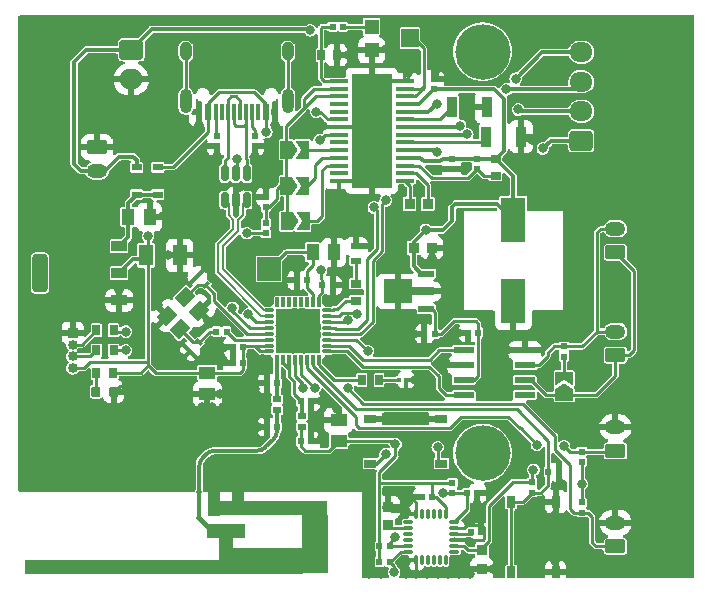
<source format=gbr>
%TF.GenerationSoftware,KiCad,Pcbnew,(6.0.7)*%
%TF.CreationDate,2023-08-26T21:57:55+08:00*%
%TF.ProjectId,ESP32_C3_motor_driver_V4,45535033-325f-4433-935f-6d6f746f725f,rev?*%
%TF.SameCoordinates,PX5ae29a0PY2d4cae0*%
%TF.FileFunction,Copper,L1,Top*%
%TF.FilePolarity,Positive*%
%FSLAX46Y46*%
G04 Gerber Fmt 4.6, Leading zero omitted, Abs format (unit mm)*
G04 Created by KiCad (PCBNEW (6.0.7)) date 2023-08-26 21:57:55*
%MOMM*%
%LPD*%
G01*
G04 APERTURE LIST*
G04 Aperture macros list*
%AMRoundRect*
0 Rectangle with rounded corners*
0 $1 Rounding radius*
0 $2 $3 $4 $5 $6 $7 $8 $9 X,Y pos of 4 corners*
0 Add a 4 corners polygon primitive as box body*
4,1,4,$2,$3,$4,$5,$6,$7,$8,$9,$2,$3,0*
0 Add four circle primitives for the rounded corners*
1,1,$1+$1,$2,$3*
1,1,$1+$1,$4,$5*
1,1,$1+$1,$6,$7*
1,1,$1+$1,$8,$9*
0 Add four rect primitives between the rounded corners*
20,1,$1+$1,$2,$3,$4,$5,0*
20,1,$1+$1,$4,$5,$6,$7,0*
20,1,$1+$1,$6,$7,$8,$9,0*
20,1,$1+$1,$8,$9,$2,$3,0*%
%AMRotRect*
0 Rectangle, with rotation*
0 The origin of the aperture is its center*
0 $1 length*
0 $2 width*
0 $3 Rotation angle, in degrees counterclockwise*
0 Add horizontal line*
21,1,$1,$2,0,0,$3*%
%AMFreePoly0*
4,1,6,1.000000,0.000000,0.500000,-0.750000,-0.500000,-0.750000,-0.500000,0.750000,0.500000,0.750000,1.000000,0.000000,1.000000,0.000000,$1*%
%AMFreePoly1*
4,1,6,0.500000,-0.750000,-0.650000,-0.750000,-0.150000,0.000000,-0.650000,0.750000,0.500000,0.750000,0.500000,-0.750000,0.500000,-0.750000,$1*%
G04 Aperture macros list end*
%TA.AperFunction,SMDPad,CuDef*%
%ADD10R,0.700000X0.900000*%
%TD*%
%TA.AperFunction,ComponentPad*%
%ADD11C,4.700000*%
%TD*%
%TA.AperFunction,SMDPad,CuDef*%
%ADD12RotRect,0.600000X0.350000X225.000000*%
%TD*%
%TA.AperFunction,SMDPad,CuDef*%
%ADD13RotRect,1.400000X1.150000X225.000000*%
%TD*%
%TA.AperFunction,SMDPad,CuDef*%
%ADD14RoundRect,0.027000X0.378000X-0.108000X0.378000X0.108000X-0.378000X0.108000X-0.378000X-0.108000X0*%
%TD*%
%TA.AperFunction,SMDPad,CuDef*%
%ADD15RoundRect,0.008100X0.126900X-0.396900X0.126900X0.396900X-0.126900X0.396900X-0.126900X-0.396900X0*%
%TD*%
%TA.AperFunction,SMDPad,CuDef*%
%ADD16R,3.700000X3.700000*%
%TD*%
%TA.AperFunction,ComponentPad*%
%ADD17C,0.500000*%
%TD*%
%TA.AperFunction,SMDPad,CuDef*%
%ADD18R,2.000000X2.000000*%
%TD*%
%TA.AperFunction,SMDPad,CuDef*%
%ADD19FreePoly0,0.000000*%
%TD*%
%TA.AperFunction,SMDPad,CuDef*%
%ADD20FreePoly1,0.000000*%
%TD*%
%TA.AperFunction,SMDPad,CuDef*%
%ADD21R,0.830000X0.630000*%
%TD*%
%TA.AperFunction,SMDPad,CuDef*%
%ADD22R,0.600000X0.540000*%
%TD*%
%TA.AperFunction,SMDPad,CuDef*%
%ADD23R,0.540000X0.600000*%
%TD*%
%TA.AperFunction,SMDPad,CuDef*%
%ADD24R,1.420000X1.080000*%
%TD*%
%TA.AperFunction,SMDPad,CuDef*%
%ADD25R,2.108200X3.810000*%
%TD*%
%TA.AperFunction,ComponentPad*%
%ADD26RoundRect,0.250000X0.725000X-0.600000X0.725000X0.600000X-0.725000X0.600000X-0.725000X-0.600000X0*%
%TD*%
%TA.AperFunction,ComponentPad*%
%ADD27O,1.950000X1.700000*%
%TD*%
%TA.AperFunction,SMDPad,CuDef*%
%ADD28R,0.750000X1.000000*%
%TD*%
%TA.AperFunction,SMDPad,CuDef*%
%ADD29RoundRect,0.083820X-0.297180X-0.360680X0.297180X-0.360680X0.297180X0.360680X-0.297180X0.360680X0*%
%TD*%
%TA.AperFunction,SMDPad,CuDef*%
%ADD30R,1.000000X0.750000*%
%TD*%
%TA.AperFunction,ComponentPad*%
%ADD31RoundRect,0.250000X-0.625000X0.350000X-0.625000X-0.350000X0.625000X-0.350000X0.625000X0.350000X0*%
%TD*%
%TA.AperFunction,ComponentPad*%
%ADD32O,1.750000X1.200000*%
%TD*%
%TA.AperFunction,SMDPad,CuDef*%
%ADD33R,0.900000X0.650000*%
%TD*%
%TA.AperFunction,ComponentPad*%
%ADD34RoundRect,0.250000X0.625000X-0.350000X0.625000X0.350000X-0.625000X0.350000X-0.625000X-0.350000X0*%
%TD*%
%TA.AperFunction,SMDPad,CuDef*%
%ADD35R,1.600000X0.300000*%
%TD*%
%TA.AperFunction,SMDPad,CuDef*%
%ADD36R,3.400000X9.700000*%
%TD*%
%TA.AperFunction,SMDPad,CuDef*%
%ADD37R,0.890000X0.930000*%
%TD*%
%TA.AperFunction,SMDPad,CuDef*%
%ADD38RoundRect,0.150000X0.150000X-0.512500X0.150000X0.512500X-0.150000X0.512500X-0.150000X-0.512500X0*%
%TD*%
%TA.AperFunction,SMDPad,CuDef*%
%ADD39RoundRect,0.041300X-0.833700X-0.253700X0.833700X-0.253700X0.833700X0.253700X-0.833700X0.253700X0*%
%TD*%
%TA.AperFunction,SMDPad,CuDef*%
%ADD40R,0.970000X1.730000*%
%TD*%
%TA.AperFunction,SMDPad,CuDef*%
%ADD41R,0.900000X0.550000*%
%TD*%
%TA.AperFunction,ComponentPad*%
%ADD42RoundRect,0.250000X-0.750000X0.600000X-0.750000X-0.600000X0.750000X-0.600000X0.750000X0.600000X0*%
%TD*%
%TA.AperFunction,ComponentPad*%
%ADD43O,2.000000X1.700000*%
%TD*%
%TA.AperFunction,SMDPad,CuDef*%
%ADD44R,0.410000X0.420000*%
%TD*%
%TA.AperFunction,SMDPad,CuDef*%
%ADD45R,0.930000X0.890000*%
%TD*%
%TA.AperFunction,SMDPad,CuDef*%
%ADD46R,0.650000X0.900000*%
%TD*%
%TA.AperFunction,SMDPad,CuDef*%
%ADD47R,1.400000X0.570000*%
%TD*%
%TA.AperFunction,SMDPad,CuDef*%
%ADD48R,1.900000X0.650000*%
%TD*%
%TA.AperFunction,SMDPad,CuDef*%
%ADD49R,2.450000X2.000000*%
%TD*%
%TA.AperFunction,SMDPad,CuDef*%
%ADD50R,1.080000X1.420000*%
%TD*%
%TA.AperFunction,SMDPad,CuDef*%
%ADD51RoundRect,0.075000X0.075000X-0.350000X0.075000X0.350000X-0.075000X0.350000X-0.075000X-0.350000X0*%
%TD*%
%TA.AperFunction,SMDPad,CuDef*%
%ADD52RoundRect,0.075000X0.350000X0.075000X-0.350000X0.075000X-0.350000X-0.075000X0.350000X-0.075000X0*%
%TD*%
%TA.AperFunction,SMDPad,CuDef*%
%ADD53R,0.730000X0.510000*%
%TD*%
%TA.AperFunction,SMDPad,CuDef*%
%ADD54R,1.100000X1.524000*%
%TD*%
%TA.AperFunction,SMDPad,CuDef*%
%ADD55R,20.000000X1.210000*%
%TD*%
%TA.AperFunction,SMDPad,CuDef*%
%ADD56C,0.460000*%
%TD*%
%TA.AperFunction,SMDPad,CuDef*%
%ADD57R,3.200000X1.210000*%
%TD*%
%TA.AperFunction,SMDPad,CuDef*%
%ADD58R,2.180000X5.000000*%
%TD*%
%TA.AperFunction,SMDPad,CuDef*%
%ADD59R,0.460000X1.500000*%
%TD*%
%TA.AperFunction,SMDPad,CuDef*%
%ADD60R,10.000000X1.290000*%
%TD*%
%TA.AperFunction,SMDPad,CuDef*%
%ADD61R,0.460000X1.390000*%
%TD*%
%TA.AperFunction,SMDPad,CuDef*%
%ADD62R,1.100000X1.651000*%
%TD*%
%TA.AperFunction,SMDPad,CuDef*%
%ADD63R,1.200000X3.000000*%
%TD*%
%TA.AperFunction,SMDPad,CuDef*%
%ADD64R,6.000000X2.210000*%
%TD*%
%TA.AperFunction,SMDPad,CuDef*%
%ADD65RotRect,0.460000X1.400000X225.000000*%
%TD*%
%TA.AperFunction,SMDPad,CuDef*%
%ADD66R,1.100000X1.000000*%
%TD*%
%TA.AperFunction,SMDPad,CuDef*%
%ADD67R,0.600000X1.450000*%
%TD*%
%TA.AperFunction,SMDPad,CuDef*%
%ADD68R,0.300000X1.450000*%
%TD*%
%TA.AperFunction,ComponentPad*%
%ADD69O,1.000000X1.600000*%
%TD*%
%TA.AperFunction,ComponentPad*%
%ADD70O,1.000000X2.100000*%
%TD*%
%TA.AperFunction,SMDPad,CuDef*%
%ADD71R,0.870000X0.930000*%
%TD*%
%TA.AperFunction,ComponentPad*%
%ADD72R,0.850000X0.850000*%
%TD*%
%TA.AperFunction,ComponentPad*%
%ADD73O,0.850000X0.850000*%
%TD*%
%TA.AperFunction,SMDPad,CuDef*%
%ADD74R,0.930000X0.870000*%
%TD*%
%TA.AperFunction,SMDPad,CuDef*%
%ADD75RoundRect,0.065100X0.589900X0.399900X-0.589900X0.399900X-0.589900X-0.399900X0.589900X-0.399900X0*%
%TD*%
%TA.AperFunction,SMDPad,CuDef*%
%ADD76RoundRect,0.314400X0.340600X1.305600X-0.340600X1.305600X-0.340600X-1.305600X0.340600X-1.305600X0*%
%TD*%
%TA.AperFunction,SMDPad,CuDef*%
%ADD77FreePoly0,90.000000*%
%TD*%
%TA.AperFunction,SMDPad,CuDef*%
%ADD78FreePoly1,90.000000*%
%TD*%
%TA.AperFunction,SMDPad,CuDef*%
%ADD79R,1.250000X1.820000*%
%TD*%
%TA.AperFunction,SMDPad,CuDef*%
%ADD80R,1.200000X1.200000*%
%TD*%
%TA.AperFunction,SMDPad,CuDef*%
%ADD81R,1.500000X1.600000*%
%TD*%
%TA.AperFunction,SMDPad,CuDef*%
%ADD82RotRect,0.600000X0.350000X315.000000*%
%TD*%
%TA.AperFunction,ViaPad*%
%ADD83C,0.800000*%
%TD*%
%TA.AperFunction,Conductor*%
%ADD84C,0.250000*%
%TD*%
%TA.AperFunction,Conductor*%
%ADD85C,0.350000*%
%TD*%
%TA.AperFunction,Conductor*%
%ADD86C,0.200000*%
%TD*%
G04 APERTURE END LIST*
D10*
%TO.P,C16,1*%
%TO.N,/3v3_ref*%
X26050000Y-3800000D03*
%TO.P,C16,2*%
%TO.N,GND*%
X27350000Y-3800000D03*
%TD*%
D11*
%TO.P,REF\u002A\u002A,2*%
%TO.N,N/C*%
X39700000Y-37500000D03*
%TD*%
%TO.P,REF\u002A\u002A,1*%
%TO.N,N/C*%
X39700000Y-3500000D03*
%TD*%
D12*
%TO.P,C27,1*%
%TO.N,Net-(U6-Pad29)*%
X16301231Y-23261231D03*
%TO.P,C27,2*%
%TO.N,GND*%
X15558769Y-22518769D03*
%TD*%
D13*
%TO.P,Y1,1*%
%TO.N,Net-(U6-Pad29)*%
X14532132Y-24306497D03*
%TO.P,Y1,2,GND*%
%TO.N,GND*%
X12976497Y-25862132D03*
%TO.P,Y1,3*%
%TO.N,Net-(C31-Pad1)*%
X14107868Y-26993503D03*
%TO.P,Y1,4,GND*%
%TO.N,GND*%
X15663503Y-25437868D03*
%TD*%
D14*
%TO.P,U6,9,MTMS*%
%TO.N,/CAN_RX_N*%
X26530000Y-28890000D03*
%TO.P,U6,10,MTDI*%
%TO.N,/CAN_TX_P*%
X26530000Y-28390000D03*
%TO.P,U6,11,VDD3P3_RTC*%
%TO.N,/3V3*%
X26530000Y-27890000D03*
%TO.P,U6,12,MTCK*%
%TO.N,/STP*%
X26530000Y-27390000D03*
%TO.P,U6,13,MTDO*%
%TO.N,/DIR*%
X26530000Y-26890000D03*
%TO.P,U6,14,GPIO8*%
%TO.N,Net-(J9-Pad1)*%
X26530000Y-26390000D03*
%TO.P,U6,15,GPIO9*%
%TO.N,/INT_ACC*%
X26530000Y-25890000D03*
%TO.P,U6,16,GPIO10*%
%TO.N,/LED2*%
X26530000Y-25390000D03*
%TO.P,U6,25,GPIO18*%
%TO.N,/MCU_USB_D_N*%
X21630000Y-25390000D03*
%TO.P,U6,26,GPIO19*%
%TO.N,/MCU_USB_D_P*%
X21630000Y-25890000D03*
%TO.P,U6,27,U0RXD*%
%TO.N,Net-(R19-Pad1)*%
X21630000Y-26390000D03*
%TO.P,U6,28,U0TXD*%
%TO.N,Net-(R20-Pad1)*%
X21630000Y-26890000D03*
%TO.P,U6,29,XTAL_N*%
%TO.N,Net-(U6-Pad29)*%
X21630000Y-27390000D03*
%TO.P,U6,30,XTAL_P*%
%TO.N,Net-(R24-Pad1)*%
X21630000Y-27890000D03*
%TO.P,U6,31,VDDA*%
%TO.N,/3V3*%
X21630000Y-28390000D03*
%TO.P,U6,32,VDDA*%
X21630000Y-28890000D03*
D15*
%TO.P,U6,1,LNA_IN*%
%TO.N,/Antenna*%
X22330000Y-29590000D03*
%TO.P,U6,2,VDD3P3*%
%TO.N,/+3V3_RF*%
X22830000Y-29590000D03*
%TO.P,U6,3,VDD3P3*%
X23330000Y-29590000D03*
%TO.P,U6,4,XTAL_32K_P*%
%TO.N,/SCL_ACC*%
X23830000Y-29590000D03*
%TO.P,U6,5,XTAL_32K_N*%
%TO.N,/SDA_ACC*%
X24330000Y-29590000D03*
%TO.P,U6,6,GPIO2*%
%TO.N,Net-(J8-Pad1)*%
X24830000Y-29590000D03*
%TO.P,U6,7,CHIP_EN*%
%TO.N,Net-(C30-Pad1)*%
X25330000Y-29590000D03*
%TO.P,U6,8,GPIO3*%
%TO.N,/LED1*%
X25830000Y-29590000D03*
%TO.P,U6,17,VDD3P3_CPU*%
%TO.N,/3V3*%
X25830000Y-24690000D03*
%TO.P,U6,18,VDD_SPI*%
%TO.N,/VDD_SPI*%
X25330000Y-24690000D03*
%TO.P,U6,19,SPIHD*%
%TO.N,unconnected-(U6-Pad19)*%
X24830000Y-24690000D03*
%TO.P,U6,20,SPIWP*%
%TO.N,unconnected-(U6-Pad20)*%
X24330000Y-24690000D03*
%TO.P,U6,21,SPICS0*%
%TO.N,unconnected-(U6-Pad21)*%
X23830000Y-24690000D03*
%TO.P,U6,22,SPICLK*%
%TO.N,unconnected-(U6-Pad22)*%
X23330000Y-24690000D03*
%TO.P,U6,23,SPID*%
%TO.N,unconnected-(U6-Pad23)*%
X22830000Y-24690000D03*
%TO.P,U6,24,SPIQ*%
%TO.N,unconnected-(U6-Pad24)*%
X22330000Y-24690000D03*
D16*
%TO.P,U6,33,GND*%
%TO.N,GND*%
X24080000Y-27140000D03*
D17*
%TO.P,U6,38*%
X23380000Y-27140000D03*
%TO.P,U6,39*%
X23380000Y-26440000D03*
%TO.P,U6,40*%
X23380000Y-25740000D03*
%TO.P,U6,35*%
X22680000Y-26440000D03*
%TO.P,U6,37*%
X23380000Y-27840000D03*
%TO.P,U6,34*%
X22680000Y-27840000D03*
%TO.P,U6,36*%
X23380000Y-28540000D03*
%TO.P,U6,43*%
X24780000Y-28540000D03*
%TO.P,U6,44*%
X24780000Y-27840000D03*
%TO.P,U6,45*%
X24780000Y-27140000D03*
%TO.P,U6,46*%
X24780000Y-26440000D03*
%TO.P,U6,47*%
X24780000Y-25740000D03*
%TO.P,U6,42*%
X24080000Y-26440000D03*
%TO.P,U6,41*%
X24080000Y-27840000D03*
%TO.P,U6,48*%
X25480000Y-27840000D03*
%TO.P,U6,49*%
X25480000Y-26440000D03*
%TD*%
D18*
%TO.P,TP1,1,1*%
%TO.N,/VDD_SPI*%
X21620000Y-21910000D03*
%TD*%
D19*
%TO.P,JP2,1,A*%
%TO.N,/SET_HIGH*%
X23075000Y-11790000D03*
D20*
%TO.P,JP2,2,B*%
%TO.N,/MC0*%
X24525000Y-11790000D03*
%TD*%
D21*
%TO.P,D2,A*%
%TO.N,/12V*%
X10400000Y-13300000D03*
%TO.P,D2,C*%
%TO.N,Net-(C2-Pad1)*%
X10400000Y-15600000D03*
%TD*%
D22*
%TO.P,R16,1*%
%TO.N,/3V3*%
X48100000Y-41668000D03*
%TO.P,R16,2*%
%TO.N,Net-(J9-Pad1)*%
X48100000Y-42532000D03*
%TD*%
D23*
%TO.P,C30,1*%
%TO.N,Net-(C30-Pad1)*%
X45268000Y-39100000D03*
%TO.P,C30,2*%
%TO.N,GND*%
X46132000Y-39100000D03*
%TD*%
%TO.P,C10,1*%
%TO.N,/Antenna*%
X22292000Y-31590000D03*
%TO.P,C10,2*%
%TO.N,GND*%
X21428000Y-31590000D03*
%TD*%
D24*
%TO.P,C12,1*%
%TO.N,/3V3*%
X16400000Y-30705000D03*
%TO.P,C12,2*%
%TO.N,GND*%
X16400000Y-32495000D03*
%TD*%
D25*
%TO.P,C21,1*%
%TO.N,/12V*%
X42300000Y-17745600D03*
%TO.P,C21,2*%
%TO.N,GND*%
X42300000Y-24654400D03*
%TD*%
D26*
%TO.P,J10,1,Pin_1*%
%TO.N,/M11*%
X48050000Y-11050000D03*
D27*
%TO.P,J10,2,Pin_2*%
%TO.N,/M12*%
X48050000Y-8550000D03*
%TO.P,J10,3,Pin_3*%
%TO.N,/M13*%
X48050000Y-6050000D03*
%TO.P,J10,4,Pin_4*%
%TO.N,/M14*%
X48050000Y-3550000D03*
%TD*%
D28*
%TO.P,S2,A*%
%TO.N,GND*%
X45875000Y-41600000D03*
%TO.P,S2,B*%
X45875000Y-47600000D03*
%TO.P,S2,C*%
%TO.N,Net-(C30-Pad1)*%
X42125000Y-41600000D03*
%TO.P,S2,D*%
X42125000Y-47600000D03*
%TD*%
D29*
%TO.P,D3,-*%
%TO.N,GND*%
X8462000Y-32300000D03*
%TO.P,D3,+*%
%TO.N,Net-(D3-Pad+)*%
X6938000Y-32300000D03*
%TD*%
D30*
%TO.P,S1,A*%
%TO.N,GND*%
X30200000Y-34625000D03*
%TO.P,S1,B*%
X36200000Y-34625000D03*
%TO.P,S1,C*%
%TO.N,/INT_ACC*%
X30200000Y-38375000D03*
%TO.P,S1,D*%
X36200000Y-38375000D03*
%TD*%
D23*
%TO.P,R23,1*%
%TO.N,/3V3*%
X30968000Y-45400000D03*
%TO.P,R23,2*%
%TO.N,/SCL_ACC*%
X31832000Y-45400000D03*
%TD*%
D22*
%TO.P,C6,1*%
%TO.N,/SET_HIGH*%
X21332000Y-16650000D03*
%TO.P,C6,2*%
%TO.N,GND*%
X21332000Y-15786000D03*
%TD*%
D31*
%TO.P,J5,1,Pin_1*%
%TO.N,GND*%
X7050000Y-11600000D03*
D32*
%TO.P,J5,2,Pin_2*%
%TO.N,/12V*%
X7050000Y-13600000D03*
%TD*%
D33*
%TO.P,R18,1*%
%TO.N,/LED2*%
X29000000Y-24600000D03*
%TO.P,R18,2*%
%TO.N,Net-(D4-Pad2)*%
X29000000Y-23150000D03*
%TD*%
D34*
%TO.P,J4,1,Pin_1*%
%TO.N,/CAN_L*%
X50950000Y-20500000D03*
D32*
%TO.P,J4,2,Pin_2*%
%TO.N,/CAN_H*%
X50950000Y-18500000D03*
%TD*%
D23*
%TO.P,R22,1*%
%TO.N,/3V3*%
X30968000Y-46700000D03*
%TO.P,R22,2*%
%TO.N,/SDA_ACC*%
X31832000Y-46700000D03*
%TD*%
%TO.P,C7,1*%
%TO.N,Net-(AE1-Pad1)*%
X22294000Y-35280000D03*
%TO.P,C7,2*%
%TO.N,GND*%
X21430000Y-35280000D03*
%TD*%
D35*
%TO.P,U4,1,CP1*%
%TO.N,Net-(C11-Pad1)*%
X33100000Y-14445000D03*
%TO.P,U4,2,CP2*%
%TO.N,Net-(C11-Pad2)*%
X33100000Y-13795000D03*
%TO.P,U4,3,VCP*%
%TO.N,/VCP*%
X33100000Y-13145000D03*
%TO.P,U4,4,VMA*%
%TO.N,/12V*%
X33100000Y-12495000D03*
%TO.P,U4,5,AOUT1*%
%TO.N,/M11*%
X33100000Y-11845000D03*
%TO.P,U4,6,ISENA*%
%TO.N,Net-(R12-Pad1)*%
X33100000Y-11195000D03*
%TO.P,U4,7,AOUT2*%
%TO.N,/M12*%
X33100000Y-10545000D03*
%TO.P,U4,8,BOUT2*%
%TO.N,/M14*%
X33100000Y-9895000D03*
%TO.P,U4,9,ISENB*%
%TO.N,Net-(R13-Pad1)*%
X33100000Y-9245000D03*
%TO.P,U4,10,BOUT1*%
%TO.N,/M13*%
X33100000Y-8595000D03*
%TO.P,U4,11,VMB*%
%TO.N,/12V*%
X33100000Y-7945000D03*
%TO.P,U4,12,AVREF*%
%TO.N,Net-(R11-Pad2)*%
X33100000Y-7295000D03*
%TO.P,U4,13,BVREF*%
X33100000Y-6645000D03*
%TO.P,U4,14,GND*%
%TO.N,GND*%
X33100000Y-5995000D03*
%TO.P,U4,15,V3P3OUT*%
%TO.N,/3v3_ref*%
X27500000Y-5995000D03*
%TO.P,U4,16,~{NRESET}*%
%TO.N,/SET_HIGH*%
X27500000Y-6645000D03*
%TO.P,U4,17,NSLEEP*%
X27500000Y-7295000D03*
%TO.P,U4,18,NFAULT*%
%TO.N,unconnected-(U4-Pad18)*%
X27500000Y-7945000D03*
%TO.P,U4,19,DECAY*%
%TO.N,unconnected-(U4-Pad19)*%
X27500000Y-8595000D03*
%TO.P,U4,20,DIR*%
%TO.N,/DIR*%
X27500000Y-9245000D03*
%TO.P,U4,21,NENBL*%
%TO.N,GND*%
X27500000Y-9895000D03*
%TO.P,U4,22,STEP*%
%TO.N,/STP*%
X27500000Y-10545000D03*
%TO.P,U4,23*%
%TO.N,N/C*%
X27500000Y-11195000D03*
%TO.P,U4,24,MODE0*%
%TO.N,/MC0*%
X27500000Y-11845000D03*
%TO.P,U4,25,MODE1*%
%TO.N,/MC1*%
X27500000Y-12495000D03*
%TO.P,U4,26,MODE2*%
%TO.N,/MC2*%
X27500000Y-13145000D03*
%TO.P,U4,27,NHOME*%
%TO.N,unconnected-(U4-Pad27)*%
X27500000Y-13795000D03*
%TO.P,U4,28,GND*%
%TO.N,GND*%
X27500000Y-14445000D03*
D36*
%TO.P,U4,29*%
X30300000Y-10220000D03*
D17*
%TO.P,U4,30*%
X30300000Y-10220000D03*
%TO.P,U4,31*%
X30300000Y-11520000D03*
%TO.P,U4,32*%
X30300000Y-12820000D03*
%TO.P,U4,33*%
X30300000Y-14120000D03*
%TO.P,U4,34*%
X30300000Y-8920000D03*
%TO.P,U4,35*%
X30300000Y-7620000D03*
%TO.P,U4,36*%
X30300000Y-6320000D03*
%TO.P,U4,37*%
X31600000Y-14120000D03*
%TO.P,U4,38*%
X29000000Y-14120000D03*
%TO.P,U4,39*%
X31600000Y-12820000D03*
%TO.P,U4,40*%
X29000000Y-12820000D03*
%TO.P,U4,41*%
X29000000Y-11520000D03*
%TO.P,U4,42*%
X31600000Y-11520000D03*
%TO.P,U4,43*%
X31600000Y-10220000D03*
%TO.P,U4,44*%
X29000000Y-10220000D03*
%TO.P,U4,45*%
X31600000Y-8920000D03*
%TO.P,U4,46*%
X29000000Y-8920000D03*
%TO.P,U4,47*%
X31600000Y-7620000D03*
%TO.P,U4,48*%
X29000000Y-7620000D03*
%TO.P,U4,49*%
X31600000Y-6320000D03*
%TO.P,U4,50*%
X29000000Y-6320000D03*
%TD*%
D23*
%TO.P,C3,1*%
%TO.N,/5V_CAN*%
X35632000Y-27400000D03*
%TO.P,C3,2*%
%TO.N,GND*%
X34768000Y-27400000D03*
%TD*%
%TO.P,C28,1*%
%TO.N,Net-(C28-Pad1)*%
X38718000Y-44200000D03*
%TO.P,C28,2*%
%TO.N,GND*%
X39582000Y-44200000D03*
%TD*%
D34*
%TO.P,J6,1,Pin_1*%
%TO.N,/CAN_L*%
X50950000Y-29200000D03*
D32*
%TO.P,J6,2,Pin_2*%
%TO.N,/CAN_H*%
X50950000Y-27200000D03*
%TD*%
D37*
%TO.P,C5,1*%
%TO.N,/12V*%
X33860000Y-20100000D03*
%TO.P,C5,2*%
%TO.N,GND*%
X35400000Y-20100000D03*
%TD*%
D38*
%TO.P,U3,1,I/O1*%
%TO.N,/MCU_USB_D_P*%
X17850000Y-16075000D03*
%TO.P,U3,2,GND*%
%TO.N,GND*%
X18800000Y-16075000D03*
%TO.P,U3,3,I/O2*%
%TO.N,/MCU_USB_D_N*%
X19750000Y-16075000D03*
%TO.P,U3,4,I/O2*%
%TO.N,/USB_D_N*%
X19750000Y-13800000D03*
%TO.P,U3,5,VBUS*%
%TO.N,/5V_USB*%
X18800000Y-13800000D03*
%TO.P,U3,6,I/O1*%
%TO.N,/USB_D_P*%
X17850000Y-13800000D03*
%TD*%
D24*
%TO.P,C24,1*%
%TO.N,/3V3*%
X27500000Y-36500000D03*
%TO.P,C24,2*%
%TO.N,GND*%
X27500000Y-34710000D03*
%TD*%
D23*
%TO.P,C22,1*%
%TO.N,/+3V3_RF*%
X24308000Y-33090000D03*
%TO.P,C22,2*%
%TO.N,GND*%
X25172000Y-33090000D03*
%TD*%
D22*
%TO.P,R2,1*%
%TO.N,Net-(J2-PadA5)*%
X20400000Y-10655500D03*
%TO.P,R2,2*%
%TO.N,GND*%
X20400000Y-11519500D03*
%TD*%
%TO.P,R3,1*%
%TO.N,Net-(J2-PadB5)*%
X17200000Y-10637500D03*
%TO.P,R3,2*%
%TO.N,GND*%
X17200000Y-11501500D03*
%TD*%
%TO.P,R15,1*%
%TO.N,/3V3*%
X37150000Y-40036000D03*
%TO.P,R15,2*%
%TO.N,/INT_ACC*%
X37150000Y-40900000D03*
%TD*%
D39*
%TO.P,U1,1,TXD*%
%TO.N,/CAN_TX_P*%
X38097500Y-28795000D03*
%TO.P,U1,2,GND*%
%TO.N,GND*%
X38097500Y-30065000D03*
%TO.P,U1,3,VCC*%
%TO.N,/5V_CAN*%
X38097500Y-31335000D03*
%TO.P,U1,4,RXD*%
%TO.N,/CAN_RX_N*%
X38097500Y-32605000D03*
%TO.P,U1,5,VREF*%
%TO.N,unconnected-(U1-Pad5)*%
X43267500Y-32605000D03*
%TO.P,U1,6,CANL*%
%TO.N,/CAN_L*%
X43267500Y-31335000D03*
%TO.P,U1,7,CANH*%
%TO.N,/CAN_H*%
X43267500Y-30065000D03*
%TO.P,U1,8,S*%
%TO.N,GND*%
X43267500Y-28795000D03*
%TD*%
D22*
%TO.P,C19,1*%
%TO.N,/12V*%
X35600000Y-6700000D03*
%TO.P,C19,2*%
%TO.N,GND*%
X35600000Y-5836000D03*
%TD*%
D23*
%TO.P,C15,1*%
%TO.N,/3V3*%
X19390000Y-28520000D03*
%TO.P,C15,2*%
%TO.N,GND*%
X18526000Y-28520000D03*
%TD*%
D22*
%TO.P,C20,1*%
%TO.N,/12V*%
X39200000Y-12568000D03*
%TO.P,C20,2*%
%TO.N,/VCP*%
X39200000Y-13432000D03*
%TD*%
D40*
%TO.P,R12,1*%
%TO.N,Net-(R12-Pad1)*%
X40020000Y-10700000D03*
%TO.P,R12,2*%
%TO.N,GND*%
X42980000Y-10700000D03*
%TD*%
D41*
%TO.P,D4,1*%
%TO.N,GND*%
X29000000Y-19975000D03*
%TO.P,D4,2*%
%TO.N,Net-(D4-Pad2)*%
X29000000Y-21225000D03*
%TD*%
D23*
%TO.P,C26,1*%
%TO.N,/3V3*%
X35450000Y-41200000D03*
%TO.P,C26,2*%
%TO.N,GND*%
X34586000Y-41200000D03*
%TD*%
D42*
%TO.P,J1,1,Pin_1*%
%TO.N,/12V*%
X9950000Y-3350000D03*
D43*
%TO.P,J1,2,Pin_2*%
%TO.N,GND*%
X9950000Y-5850000D03*
%TD*%
D44*
%TO.P,D5,1*%
%TO.N,Net-(D5-Pad1)*%
X32662000Y-31300000D03*
%TO.P,D5,2*%
%TO.N,GND*%
X33218000Y-31300000D03*
%TD*%
D45*
%TO.P,C29,1*%
%TO.N,Net-(C29-Pad1)*%
X31700000Y-43600000D03*
%TO.P,C29,2*%
%TO.N,GND*%
X31700000Y-42060000D03*
%TD*%
D34*
%TO.P,J9,1,Pin_1*%
%TO.N,Net-(J9-Pad1)*%
X50950000Y-45400000D03*
D32*
%TO.P,J9,2,Pin_2*%
%TO.N,GND*%
X50950000Y-43400000D03*
%TD*%
D23*
%TO.P,C13,1*%
%TO.N,/INT_ACC*%
X38386000Y-40900000D03*
%TO.P,C13,2*%
%TO.N,GND*%
X39250000Y-40900000D03*
%TD*%
D46*
%TO.P,R5,1*%
%TO.N,/3V3*%
X8425000Y-30700000D03*
%TO.P,R5,2*%
%TO.N,Net-(D3-Pad+)*%
X6975000Y-30700000D03*
%TD*%
D47*
%TO.P,IC1,1,VOUT*%
%TO.N,/5V_CAN*%
X34944000Y-25300000D03*
D48*
%TO.P,IC1,2,GND_1*%
%TO.N,GND*%
X34694000Y-23800000D03*
D47*
%TO.P,IC1,3,VIN*%
%TO.N,/12V*%
X34944000Y-22300000D03*
D49*
%TO.P,IC1,4,GND_2*%
%TO.N,GND*%
X32519000Y-23800000D03*
%TD*%
D23*
%TO.P,C23,1*%
%TO.N,/3V3*%
X24300000Y-36500000D03*
%TO.P,C23,2*%
%TO.N,GND*%
X25164000Y-36500000D03*
%TD*%
D50*
%TO.P,C8,1*%
%TO.N,/VDD_SPI*%
X25300000Y-20500000D03*
%TO.P,C8,2*%
%TO.N,GND*%
X27090000Y-20500000D03*
%TD*%
D51*
%TO.P,U7,1,CLKIN*%
%TO.N,GND*%
X34100000Y-46550000D03*
%TO.P,U7,2,NC*%
%TO.N,unconnected-(U7-Pad2)*%
X34600000Y-46550000D03*
%TO.P,U7,3,NC*%
%TO.N,unconnected-(U7-Pad3)*%
X35100000Y-46550000D03*
%TO.P,U7,4,NC*%
%TO.N,unconnected-(U7-Pad4)*%
X35600000Y-46550000D03*
%TO.P,U7,5,NC*%
%TO.N,unconnected-(U7-Pad5)*%
X36100000Y-46550000D03*
%TO.P,U7,6,AUX_SDA*%
%TO.N,unconnected-(U7-Pad6)*%
X36600000Y-46550000D03*
D52*
%TO.P,U7,7,AUX_SCL*%
%TO.N,unconnected-(U7-Pad7)*%
X37300000Y-45850000D03*
%TO.P,U7,8,VDDIO*%
%TO.N,/3V3*%
X37300000Y-45350000D03*
%TO.P,U7,9,AD0*%
%TO.N,GND*%
X37300000Y-44850000D03*
%TO.P,U7,10,REGOUT*%
%TO.N,Net-(C28-Pad1)*%
X37300000Y-44350000D03*
%TO.P,U7,11,FSYNC*%
%TO.N,GND*%
X37300000Y-43850000D03*
%TO.P,U7,12,INT*%
%TO.N,/INT_ACC*%
X37300000Y-43350000D03*
D51*
%TO.P,U7,13,VDD*%
%TO.N,/3V3*%
X36600000Y-42650000D03*
%TO.P,U7,14,NC*%
%TO.N,unconnected-(U7-Pad14)*%
X36100000Y-42650000D03*
%TO.P,U7,15,NC*%
%TO.N,unconnected-(U7-Pad15)*%
X35600000Y-42650000D03*
%TO.P,U7,16,NC*%
%TO.N,unconnected-(U7-Pad16)*%
X35100000Y-42650000D03*
%TO.P,U7,17,NC*%
%TO.N,unconnected-(U7-Pad17)*%
X34600000Y-42650000D03*
%TO.P,U7,18,GND*%
%TO.N,GND*%
X34100000Y-42650000D03*
D52*
%TO.P,U7,19,NC*%
%TO.N,unconnected-(U7-Pad19)*%
X33400000Y-43350000D03*
%TO.P,U7,20,CPOUT*%
%TO.N,Net-(C29-Pad1)*%
X33400000Y-43850000D03*
%TO.P,U7,21,NC*%
%TO.N,unconnected-(U7-Pad21)*%
X33400000Y-44350000D03*
%TO.P,U7,22,NC*%
%TO.N,unconnected-(U7-Pad22)*%
X33400000Y-44850000D03*
%TO.P,U7,23,SCL*%
%TO.N,/SCL_ACC*%
X33400000Y-45350000D03*
%TO.P,U7,24,SDA*%
%TO.N,/SDA_ACC*%
X33400000Y-45850000D03*
%TD*%
D53*
%TO.P,L1,1*%
%TO.N,Net-(AE1-Pad1)*%
X22300000Y-33860000D03*
%TO.P,L1,2*%
%TO.N,/Antenna*%
X22300000Y-32940000D03*
%TD*%
D54*
%TO.P,AE1,1*%
%TO.N,Net-(AE1-Pad1)*%
X19030000Y-41825000D03*
D55*
X10980000Y-47100000D03*
D56*
X15700000Y-43030000D03*
D57*
X17980000Y-44090000D03*
D58*
X25470000Y-45205000D03*
D59*
X15700000Y-41545000D03*
D60*
X21560000Y-42180000D03*
D61*
X15700000Y-42335000D03*
D62*
X16930000Y-42000000D03*
D63*
X17980000Y-45315000D03*
D64*
X21500000Y-46600000D03*
D65*
X16195000Y-43525000D03*
D56*
X15700000Y-40795000D03*
D66*
%TO.P,AE1,2*%
%TO.N,GND*%
X19030000Y-40795000D03*
X16930000Y-40795000D03*
%TD*%
D67*
%TO.P,J2,A1,GND*%
%TO.N,GND*%
X22150000Y-8582500D03*
%TO.P,J2,A4,VBUS*%
%TO.N,/5V_USB*%
X21350000Y-8582500D03*
D68*
%TO.P,J2,A5,CC1*%
%TO.N,Net-(J2-PadA5)*%
X20150000Y-8582500D03*
%TO.P,J2,A6,D+*%
%TO.N,/USB_D_P*%
X19150000Y-8582500D03*
%TO.P,J2,A7,D-*%
%TO.N,/USB_D_N*%
X18650000Y-8582500D03*
%TO.P,J2,A8,SBU1*%
%TO.N,unconnected-(J2-PadA8)*%
X17650000Y-8582500D03*
D67*
%TO.P,J2,A9,VBUS*%
%TO.N,/5V_USB*%
X16450000Y-8582500D03*
%TO.P,J2,A12,GND*%
%TO.N,GND*%
X15650000Y-8582500D03*
%TO.P,J2,B1,GND*%
X15650000Y-8582500D03*
%TO.P,J2,B4,VBUS*%
%TO.N,/5V_USB*%
X16450000Y-8582500D03*
D68*
%TO.P,J2,B5,CC2*%
%TO.N,Net-(J2-PadB5)*%
X17150000Y-8582500D03*
%TO.P,J2,B6,D+*%
%TO.N,/USB_D_P*%
X18150000Y-8582500D03*
%TO.P,J2,B7,D-*%
%TO.N,/USB_D_N*%
X19650000Y-8582500D03*
%TO.P,J2,B8,SBU2*%
%TO.N,unconnected-(J2-PadB8)*%
X20650000Y-8582500D03*
D67*
%TO.P,J2,B9,VBUS*%
%TO.N,/5V_USB*%
X21350000Y-8582500D03*
%TO.P,J2,B12,GND*%
%TO.N,GND*%
X22150000Y-8582500D03*
D69*
%TO.P,J2,S1,SHIELD*%
%TO.N,unconnected-(J2-PadS1)*%
X14580000Y-3487500D03*
D70*
X23220000Y-7667500D03*
D69*
X23220000Y-3487500D03*
D70*
X14580000Y-7667500D03*
%TD*%
D71*
%TO.P,C11,1*%
%TO.N,Net-(C11-Pad1)*%
X33520000Y-16400000D03*
%TO.P,C11,2*%
%TO.N,Net-(C11-Pad2)*%
X35080000Y-16400000D03*
%TD*%
D22*
%TO.P,R6,1*%
%TO.N,/3V3*%
X21332000Y-18890000D03*
%TO.P,R6,2*%
%TO.N,/SET_HIGH*%
X21332000Y-18026000D03*
%TD*%
D19*
%TO.P,JP3,1,A*%
%TO.N,/SET_HIGH*%
X23075000Y-14840000D03*
D20*
%TO.P,JP3,2,B*%
%TO.N,/MC1*%
X24525000Y-14840000D03*
%TD*%
D72*
%TO.P,J3,1,Pin_1*%
%TO.N,GND*%
X4990000Y-27300000D03*
D73*
%TO.P,J3,2,Pin_2*%
%TO.N,/UART0_TX*%
X4990000Y-28300000D03*
%TO.P,J3,3,Pin_3*%
%TO.N,/UART0_RX*%
X4990000Y-29300000D03*
%TO.P,J3,4,Pin_4*%
%TO.N,/3V3*%
X4990000Y-30300000D03*
%TD*%
D74*
%TO.P,C25,1*%
%TO.N,/3V3*%
X39625000Y-45740000D03*
%TO.P,C25,2*%
%TO.N,GND*%
X39625000Y-47300000D03*
%TD*%
D46*
%TO.P,R20,1*%
%TO.N,Net-(R20-Pad1)*%
X8450000Y-27100000D03*
%TO.P,R20,2*%
%TO.N,/UART0_TX*%
X7000000Y-27100000D03*
%TD*%
%TO.P,R19,1*%
%TO.N,Net-(R19-Pad1)*%
X8450000Y-28800000D03*
%TO.P,R19,2*%
%TO.N,/UART0_RX*%
X7000000Y-28800000D03*
%TD*%
D19*
%TO.P,JP4,1,A*%
%TO.N,/SET_HIGH*%
X23105000Y-17870000D03*
D20*
%TO.P,JP4,2,B*%
%TO.N,/MC2*%
X24555000Y-17870000D03*
%TD*%
D22*
%TO.P,C17,1*%
%TO.N,/12V*%
X37100000Y-12568000D03*
%TO.P,C17,2*%
%TO.N,GND*%
X37100000Y-13432000D03*
%TD*%
D21*
%TO.P,D1,A*%
%TO.N,/5V_USB*%
X12200000Y-13300000D03*
%TO.P,D1,C*%
%TO.N,Net-(C2-Pad1)*%
X12200000Y-15600000D03*
%TD*%
D22*
%TO.P,R27,1*%
%TO.N,/3V3*%
X43900000Y-39968000D03*
%TO.P,R27,2*%
%TO.N,Net-(C30-Pad1)*%
X43900000Y-40832000D03*
%TD*%
D75*
%TO.P,U2,1,GND/ADJ*%
%TO.N,GND*%
X8922500Y-24550000D03*
%TO.P,U2,2,VOUT*%
%TO.N,/3V3*%
X8922500Y-22260000D03*
%TO.P,U2,3,VIN*%
%TO.N,Net-(C2-Pad1)*%
X8922500Y-19970000D03*
D76*
%TO.P,U2,4*%
%TO.N,N/C*%
X2232500Y-22260000D03*
%TD*%
D46*
%TO.P,R17,1*%
%TO.N,/LED1*%
X29475000Y-31300000D03*
%TO.P,R17,2*%
%TO.N,Net-(D5-Pad1)*%
X30925000Y-31300000D03*
%TD*%
D77*
%TO.P,JP1,1,A*%
%TO.N,/CAN_L*%
X46600000Y-32575000D03*
D78*
%TO.P,JP1,2,B*%
%TO.N,Net-(JP1-Pad2)*%
X46600000Y-31125000D03*
%TD*%
D79*
%TO.P,C4,1*%
%TO.N,/3V3*%
X11200000Y-20760000D03*
%TO.P,C4,2*%
%TO.N,GND*%
X14060000Y-20760000D03*
%TD*%
D23*
%TO.P,C9,1*%
%TO.N,/VDD_SPI*%
X24822000Y-22860000D03*
%TO.P,C9,2*%
%TO.N,GND*%
X23958000Y-22860000D03*
%TD*%
D40*
%TO.P,R13,1*%
%TO.N,Net-(R13-Pad1)*%
X37120000Y-8200000D03*
%TO.P,R13,2*%
%TO.N,GND*%
X40080000Y-8200000D03*
%TD*%
D34*
%TO.P,J8,1,Pin_1*%
%TO.N,Net-(J8-Pad1)*%
X50950000Y-37300000D03*
D32*
%TO.P,J8,2,Pin_2*%
%TO.N,GND*%
X50950000Y-35300000D03*
%TD*%
D23*
%TO.P,C18,1*%
%TO.N,/3V3*%
X26136000Y-23300000D03*
%TO.P,C18,2*%
%TO.N,GND*%
X27000000Y-23300000D03*
%TD*%
D53*
%TO.P,L2,1*%
%TO.N,/+3V3_RF*%
X24390000Y-34360000D03*
%TO.P,L2,2*%
%TO.N,/3V3*%
X24390000Y-35280000D03*
%TD*%
D23*
%TO.P,R24,1*%
%TO.N,Net-(R24-Pad1)*%
X18032000Y-27200000D03*
%TO.P,R24,2*%
%TO.N,Net-(C31-Pad1)*%
X17168000Y-27200000D03*
%TD*%
D80*
%TO.P,R11,1*%
%TO.N,Net-(R10-Pad2)*%
X30295335Y-1390000D03*
D81*
%TO.P,R11,2*%
%TO.N,Net-(R11-Pad2)*%
X33545335Y-2390000D03*
D80*
%TO.P,R11,3*%
%TO.N,GND*%
X30295335Y-3390000D03*
%TD*%
D82*
%TO.P,C31,1*%
%TO.N,Net-(C31-Pad1)*%
X15691231Y-28098769D03*
%TO.P,C31,2*%
%TO.N,GND*%
X14948769Y-28841231D03*
%TD*%
D23*
%TO.P,C1,1*%
%TO.N,/5V_CAN*%
X39334500Y-27300000D03*
%TO.P,C1,2*%
%TO.N,GND*%
X38470500Y-27300000D03*
%TD*%
%TO.P,R10,1*%
%TO.N,/3v3_ref*%
X27008000Y-1390000D03*
%TO.P,R10,2*%
%TO.N,Net-(R10-Pad2)*%
X27872000Y-1390000D03*
%TD*%
%TO.P,C14,1*%
%TO.N,/3V3*%
X19390000Y-29900000D03*
%TO.P,C14,2*%
%TO.N,GND*%
X18526000Y-29900000D03*
%TD*%
D50*
%TO.P,C2,1*%
%TO.N,Net-(C2-Pad1)*%
X9710000Y-17500000D03*
%TO.P,C2,2*%
%TO.N,GND*%
X11500000Y-17500000D03*
%TD*%
D22*
%TO.P,R14,1*%
%TO.N,/3V3*%
X48100000Y-38232000D03*
%TO.P,R14,2*%
%TO.N,Net-(J8-Pad1)*%
X48100000Y-37368000D03*
%TD*%
D33*
%TO.P,R21,1*%
%TO.N,/12V*%
X40800000Y-12575000D03*
%TO.P,R21,2*%
%TO.N,/VCP*%
X40800000Y-14025000D03*
%TD*%
D22*
%TO.P,R4,1*%
%TO.N,Net-(JP1-Pad2)*%
X46600000Y-29332000D03*
%TO.P,R4,2*%
%TO.N,/CAN_H*%
X46600000Y-28468000D03*
%TD*%
D83*
%TO.N,GND*%
X19000000Y-39800000D03*
X16900000Y-39800000D03*
X18000000Y-39800000D03*
X28300000Y-3800000D03*
X37700000Y-47700000D03*
X38600000Y-47700000D03*
X35900000Y-47700000D03*
X36800000Y-47700000D03*
X33200000Y-47700000D03*
X34100000Y-47700000D03*
X35000000Y-47700000D03*
X5500000Y-32700000D03*
X20400000Y-33600000D03*
X19500000Y-33600000D03*
X18600000Y-33600000D03*
X17700000Y-33600000D03*
X16800000Y-33600000D03*
X15900000Y-33600000D03*
X15000000Y-33600000D03*
X13200000Y-33600000D03*
X14100000Y-33600000D03*
X12300000Y-33600000D03*
X11400000Y-33600000D03*
X10500000Y-33600000D03*
X9600000Y-33600000D03*
X8700000Y-33600000D03*
X7800000Y-33600000D03*
X6800000Y-33600000D03*
X5900000Y-33600000D03*
X4600000Y-32100000D03*
X1900000Y-32100000D03*
X3700000Y-32100000D03*
X2800000Y-32100000D03*
X1000000Y-32100000D03*
X12190000Y-24970000D03*
X16487198Y-26287198D03*
X16270000Y-21790000D03*
X14290000Y-29480000D03*
X23960000Y-21920000D03*
X19100000Y-38200000D03*
X21567500Y-29702977D03*
X26000000Y-36300000D03*
X33250000Y-46700000D03*
X45800000Y-42700000D03*
X17700000Y-28600000D03*
X34775000Y-34625000D03*
X39450000Y-42800000D03*
X22700000Y-40200000D03*
X14500000Y-40200000D03*
X39250000Y-41800000D03*
X42000000Y-25900000D03*
X23600000Y-40200000D03*
X19194623Y-14992438D03*
X10000000Y-40200000D03*
X1000000Y-33000000D03*
X10900000Y-40200000D03*
X35400000Y-21000000D03*
X21332000Y-14858000D03*
X15700000Y-9700000D03*
X30000000Y-44100000D03*
X2800000Y-40200000D03*
X20900000Y-40200000D03*
X23300000Y-34900000D03*
X21200000Y-34200000D03*
X33900000Y-27400000D03*
X20400000Y-36300000D03*
X15100000Y-37400000D03*
X1000000Y-34800000D03*
X30000000Y-40400000D03*
X23300000Y-35800000D03*
X38200000Y-13342500D03*
X34000000Y-31300000D03*
X18500000Y-36400000D03*
X30000000Y-46800000D03*
X43900000Y-11000000D03*
X1000000Y-35700000D03*
X31100000Y-47700000D03*
X36602500Y-29900000D03*
X20900000Y-38100000D03*
X11800000Y-40200000D03*
X13030000Y-20760000D03*
X21000000Y-30500000D03*
X28990000Y-18980000D03*
X24500000Y-40200000D03*
X8200000Y-40200000D03*
X33200000Y-23400000D03*
X23400000Y-36700000D03*
X29000000Y-40200000D03*
X14800000Y-38300000D03*
X31500000Y-3300000D03*
X21800000Y-37700000D03*
X20000000Y-39800000D03*
X25400000Y-40200000D03*
X1900000Y-40200000D03*
X42000000Y-23500000D03*
X30000000Y-45900000D03*
X40575000Y-47300000D03*
X19400000Y-36400000D03*
X26192799Y-9816311D03*
X1000000Y-33900000D03*
X35800000Y-5000000D03*
X1000000Y-37500000D03*
X5500000Y-40200000D03*
X26900000Y-16500000D03*
X20700000Y-35300000D03*
X30000000Y-43200000D03*
X12600000Y-17400000D03*
X20000000Y-38200000D03*
X17600000Y-36400000D03*
X27400000Y-33800000D03*
X7300000Y-40200000D03*
X18200000Y-38200000D03*
X23300000Y-33100000D03*
X33700000Y-41300000D03*
X27100000Y-24600000D03*
X38757590Y-8007914D03*
X9100000Y-40200000D03*
X6400000Y-40200000D03*
X9500000Y-31800000D03*
X12700000Y-40200000D03*
X30100000Y-47700000D03*
X13600000Y-40200000D03*
X4600000Y-40200000D03*
X33400000Y-5300000D03*
X30000000Y-45000000D03*
X41802500Y-28800000D03*
X30000000Y-41400000D03*
X17300000Y-38200000D03*
X1000000Y-38400000D03*
X22100000Y-9700000D03*
X16500000Y-38800000D03*
X33254500Y-42400000D03*
X37602500Y-27300000D03*
X1000000Y-40200000D03*
X1000000Y-36600000D03*
X8900000Y-23700000D03*
X45800000Y-46600000D03*
X17200000Y-12337500D03*
X28100000Y-40200000D03*
X3700000Y-40200000D03*
X20400000Y-12355500D03*
X46400000Y-40100000D03*
X17700000Y-29600000D03*
X15800000Y-36700000D03*
X30000000Y-42300000D03*
X22500000Y-37000000D03*
X26000000Y-33100000D03*
X27040000Y-19070000D03*
X17500000Y-32500000D03*
X20400000Y-32100000D03*
X21100000Y-33000000D03*
X14800000Y-39300000D03*
X27200000Y-40200000D03*
X20300000Y-31100000D03*
X23300000Y-34000000D03*
X21800000Y-40200000D03*
X26300000Y-40200000D03*
X1000000Y-39300000D03*
X31800000Y-23400000D03*
X16700000Y-36400000D03*
%TO.N,/12V*%
X25100000Y-1700000D03*
X34900000Y-18600000D03*
%TO.N,/3V3*%
X11370000Y-19140000D03*
X48100000Y-40100000D03*
X32321181Y-36745500D03*
X30000000Y-28870500D03*
X44000000Y-38900000D03*
X26024500Y-22000000D03*
X19730000Y-18870000D03*
%TO.N,/INT_ACC*%
X35900000Y-37000000D03*
X31487198Y-37600000D03*
X36312802Y-40837198D03*
X29100000Y-25700000D03*
%TO.N,/5V_USB*%
X21375716Y-10314753D03*
X18900000Y-12600000D03*
%TO.N,Net-(J9-Pad1)*%
X28300000Y-26265500D03*
X28300000Y-32024500D03*
%TO.N,/M11*%
X35800000Y-12000000D03*
X44800000Y-11700000D03*
%TO.N,/M12*%
X38400000Y-10500000D03*
X42700000Y-8400000D03*
%TO.N,/M13*%
X41700000Y-6700000D03*
X35800000Y-7900000D03*
%TO.N,/M14*%
X42500000Y-5800000D03*
X37788580Y-9786677D03*
%TO.N,/SDA_ACC*%
X25500000Y-32000000D03*
X32200000Y-47600000D03*
%TO.N,/SCL_ACC*%
X32300000Y-44600000D03*
X24500000Y-32000000D03*
%TO.N,/DIR*%
X25600000Y-8600000D03*
X30500000Y-16700000D03*
%TO.N,/STP*%
X25900000Y-11000000D03*
X31500000Y-16100000D03*
%TO.N,Net-(J8-Pad1)*%
X46600000Y-36900000D03*
X44300000Y-36800000D03*
%TO.N,Net-(R19-Pad1)*%
X19866989Y-25733011D03*
X9500000Y-28800000D03*
%TO.N,Net-(R20-Pad1)*%
X9500000Y-27200000D03*
X18519873Y-25180127D03*
%TD*%
D84*
%TO.N,GND*%
X16930000Y-39830000D02*
X16930000Y-40795000D01*
X16900000Y-39800000D02*
X16930000Y-39830000D01*
X19030000Y-39830000D02*
X19000000Y-39800000D01*
X19030000Y-40795000D02*
X19030000Y-39830000D01*
X31410000Y-3390000D02*
X30295335Y-3390000D01*
X31500000Y-3300000D02*
X31410000Y-3390000D01*
X27350000Y-3800000D02*
X28300000Y-3800000D01*
D85*
X40575000Y-47300000D02*
X39625000Y-47300000D01*
D84*
%TO.N,Net-(J9-Pad1)*%
X47432000Y-42532000D02*
X48100000Y-42532000D01*
X47100000Y-42200000D02*
X47432000Y-42532000D01*
X43090000Y-33300000D02*
X45800000Y-36010000D01*
X47100000Y-38500000D02*
X47100000Y-42200000D01*
X29600000Y-33300000D02*
X43090000Y-33300000D01*
X45800000Y-36010000D02*
X45800000Y-37200000D01*
X28300000Y-32024500D02*
X28324500Y-32024500D01*
X28324500Y-32024500D02*
X29600000Y-33300000D01*
X45800000Y-37200000D02*
X47100000Y-38500000D01*
%TO.N,Net-(C30-Pad1)*%
X45268000Y-36428000D02*
X45268000Y-40232000D01*
X45268000Y-40232000D02*
X44668000Y-40832000D01*
X42640000Y-33800000D02*
X45268000Y-36428000D01*
X29000000Y-33800000D02*
X42640000Y-33800000D01*
X25340000Y-30140000D02*
X29000000Y-33800000D01*
X25340000Y-29590000D02*
X25340000Y-30140000D01*
X44668000Y-40832000D02*
X43900000Y-40832000D01*
%TO.N,Net-(J8-Pad1)*%
X42910000Y-35410000D02*
X44300000Y-36800000D01*
X42900000Y-35410000D02*
X42910000Y-35410000D01*
X41890000Y-34400000D02*
X42900000Y-35410000D01*
X28954595Y-35154595D02*
X29200000Y-35400000D01*
X28954595Y-34400000D02*
X28954595Y-35154595D01*
X24840000Y-30285405D02*
X28954595Y-34400000D01*
X29200000Y-35400000D02*
X36900000Y-35400000D01*
X36900000Y-35400000D02*
X37900000Y-34400000D01*
X24840000Y-29590000D02*
X24840000Y-30285405D01*
X37900000Y-34400000D02*
X41890000Y-34400000D01*
%TO.N,GND*%
X12976497Y-25756497D02*
X12190000Y-24970000D01*
X12976497Y-25862132D02*
X12976497Y-25756497D01*
X15663503Y-25463503D02*
X16487198Y-26287198D01*
X15663503Y-25437868D02*
X15663503Y-25463503D01*
X15558769Y-22518769D02*
X15558769Y-22501231D01*
X15558769Y-22501231D02*
X16270000Y-21790000D01*
%TO.N,Net-(U6-Pad29)*%
X16251231Y-23261231D02*
X15577398Y-23261231D01*
%TO.N,GND*%
X14928769Y-28841231D02*
X14290000Y-29480000D01*
X14948769Y-28841231D02*
X14928769Y-28841231D01*
%TO.N,Net-(U6-Pad29)*%
X15577398Y-23261231D02*
X14532132Y-24306497D01*
X16990000Y-24000000D02*
X16251231Y-23261231D01*
X16990000Y-24590000D02*
X16990000Y-24000000D01*
X19790000Y-27390000D02*
X16990000Y-24590000D01*
X21640000Y-27390000D02*
X19790000Y-27390000D01*
%TO.N,Net-(C31-Pad1)*%
X15213134Y-28098769D02*
X14107868Y-26993503D01*
X15691231Y-28098769D02*
X15213134Y-28098769D01*
X16590000Y-27200000D02*
X15691231Y-28098769D01*
X17168000Y-27200000D02*
X16590000Y-27200000D01*
%TO.N,/3V3*%
X11370000Y-20200000D02*
X11370000Y-19140000D01*
X11370000Y-21100000D02*
X11370000Y-29770000D01*
%TO.N,/STP*%
X31190000Y-16410000D02*
X31500000Y-16100000D01*
X30400000Y-21200000D02*
X31190000Y-20410000D01*
X30400000Y-26400000D02*
X30400000Y-21200000D01*
X27073803Y-27440000D02*
X29360000Y-27440000D01*
X31190000Y-20410000D02*
X31190000Y-16410000D01*
X26540000Y-27390000D02*
X27023803Y-27390000D01*
X27023803Y-27390000D02*
X27073803Y-27440000D01*
X29360000Y-27440000D02*
X30400000Y-26400000D01*
%TO.N,/DIR*%
X27260199Y-26990000D02*
X27160199Y-26890000D01*
X27160199Y-26890000D02*
X26540000Y-26890000D01*
X29173604Y-26990000D02*
X27260199Y-26990000D01*
X29900000Y-26263604D02*
X29173604Y-26990000D01*
X29900000Y-21063604D02*
X29900000Y-26263604D01*
X30770000Y-20193604D02*
X29900000Y-21063604D01*
X30770000Y-16970000D02*
X30770000Y-20193604D01*
X30500000Y-16700000D02*
X30770000Y-16970000D01*
%TO.N,GND*%
X29000000Y-18990000D02*
X28990000Y-18980000D01*
X29000000Y-19975000D02*
X29000000Y-18990000D01*
X27090000Y-19120000D02*
X27090000Y-20500000D01*
X27040000Y-19070000D02*
X27090000Y-19120000D01*
X23958000Y-21922000D02*
X23960000Y-21920000D01*
X23958000Y-22860000D02*
X23958000Y-21922000D01*
%TO.N,/MC1*%
X25470000Y-14180000D02*
X24810000Y-14840000D01*
X24810000Y-14840000D02*
X24525000Y-14840000D01*
X25470000Y-13130000D02*
X25470000Y-14180000D01*
X26105000Y-12495000D02*
X25470000Y-13130000D01*
X27500000Y-12495000D02*
X26105000Y-12495000D01*
%TO.N,/SET_HIGH*%
X23075000Y-11790000D02*
X23075000Y-9825000D01*
X23075000Y-14840000D02*
X23075000Y-11790000D01*
X23105000Y-14870000D02*
X23075000Y-14840000D01*
X23105000Y-17870000D02*
X23105000Y-14870000D01*
X22260000Y-15150000D02*
X22570000Y-14840000D01*
X22570000Y-14840000D02*
X23075000Y-14840000D01*
X22260000Y-16020000D02*
X22260000Y-15150000D01*
X21630000Y-16650000D02*
X22260000Y-16020000D01*
X21332000Y-16650000D02*
X21630000Y-16650000D01*
%TO.N,/MC2*%
X25710000Y-17870000D02*
X26130000Y-17450000D01*
X24555000Y-17870000D02*
X25710000Y-17870000D01*
X26130000Y-13560000D02*
X26130000Y-17450000D01*
X26545000Y-13145000D02*
X26130000Y-13560000D01*
X27500000Y-13145000D02*
X26545000Y-13145000D01*
%TO.N,/3V3*%
X21312000Y-18870000D02*
X21332000Y-18890000D01*
X19730000Y-18870000D02*
X21312000Y-18870000D01*
X21300000Y-18890000D02*
X21332000Y-18890000D01*
%TO.N,/VDD_SPI*%
X23030000Y-20500000D02*
X21620000Y-21910000D01*
X25300000Y-20500000D02*
X23030000Y-20500000D01*
X25300000Y-21590000D02*
X25300000Y-20500000D01*
X24822000Y-22068000D02*
X25300000Y-21590000D01*
X24822000Y-22860000D02*
X24822000Y-22068000D01*
X24822000Y-23502000D02*
X24822000Y-22860000D01*
X25330000Y-24010000D02*
X24822000Y-23502000D01*
X25330000Y-24690000D02*
X25330000Y-24010000D01*
D85*
%TO.N,GND*%
X11500000Y-17500000D02*
X12500000Y-17500000D01*
D84*
X18000000Y-29900000D02*
X18526000Y-29900000D01*
X36602500Y-29900000D02*
X36767500Y-30065000D01*
X39625000Y-43575000D02*
X39750000Y-43700000D01*
X45875000Y-42625000D02*
X45800000Y-42700000D01*
X27500000Y-15900000D02*
X26900000Y-16500000D01*
X8962000Y-31800000D02*
X8462000Y-32300000D01*
X38116000Y-43850000D02*
X38391000Y-43575000D01*
X45875000Y-47600000D02*
X45875000Y-46675000D01*
X16400000Y-32495000D02*
X17495000Y-32495000D01*
X18800000Y-15387061D02*
X19194623Y-14992438D01*
D85*
X40080000Y-8200000D02*
X38949676Y-8200000D01*
D84*
X27100000Y-23400000D02*
X27000000Y-23300000D01*
X9500000Y-31800000D02*
X8962000Y-31800000D01*
X17200000Y-11519500D02*
X17200000Y-12355500D01*
X45875000Y-41600000D02*
X45875000Y-42625000D01*
X15700000Y-9700000D02*
X15650000Y-9650000D01*
X33250000Y-46700000D02*
X33400000Y-46550000D01*
X39450000Y-42800000D02*
X39450000Y-43400000D01*
X26271488Y-9895000D02*
X27500000Y-9895000D01*
X33400000Y-5695000D02*
X33100000Y-5995000D01*
X17700000Y-28600000D02*
X17780000Y-28520000D01*
X15650000Y-9650000D02*
X15650000Y-8582500D01*
X27100000Y-24600000D02*
X27100000Y-23400000D01*
X27500000Y-14445000D02*
X27500000Y-15900000D01*
X17780000Y-28520000D02*
X18526000Y-28520000D01*
D85*
X12500000Y-17500000D02*
X12600000Y-17400000D01*
D84*
X26000000Y-36300000D02*
X25364000Y-36300000D01*
X43262500Y-28800000D02*
X43267500Y-28795000D01*
X34775000Y-34625000D02*
X36200000Y-34625000D01*
X26192799Y-9816311D02*
X26271488Y-9895000D01*
X21000000Y-30500000D02*
X21000000Y-30544000D01*
X8900000Y-23700000D02*
X8900000Y-24527500D01*
D85*
X21428000Y-30972000D02*
X21428000Y-31590000D01*
D84*
X35800000Y-5636000D02*
X35600000Y-5836000D01*
X36767500Y-30065000D02*
X38097500Y-30065000D01*
X33900000Y-27400000D02*
X34768000Y-27400000D01*
X37300000Y-43850000D02*
X38116000Y-43850000D01*
X20400000Y-12355500D02*
X20400000Y-11519500D01*
X41802500Y-28800000D02*
X43262500Y-28800000D01*
X30200000Y-34625000D02*
X34775000Y-34625000D01*
X22150000Y-9650000D02*
X22150000Y-8582500D01*
X39750000Y-43700000D02*
X39850000Y-43800000D01*
X25364000Y-36300000D02*
X25164000Y-36500000D01*
X21000000Y-30544000D02*
X21428000Y-30972000D01*
X8900000Y-24527500D02*
X8922500Y-24550000D01*
X33218000Y-31300000D02*
X34000000Y-31300000D01*
X25182000Y-33100000D02*
X25172000Y-33090000D01*
X45875000Y-46675000D02*
X45800000Y-46600000D01*
X35800000Y-5000000D02*
X35800000Y-5636000D01*
X37100000Y-13432000D02*
X38110500Y-13432000D01*
X21332000Y-14858000D02*
X21332000Y-15786000D01*
X14060000Y-20760000D02*
X13030000Y-20760000D01*
X39250000Y-40900000D02*
X39250000Y-41800000D01*
X17700000Y-29600000D02*
X18000000Y-29900000D01*
X33400000Y-46550000D02*
X34100000Y-46550000D01*
X46132000Y-39200000D02*
X46132000Y-39832000D01*
X34100000Y-41700000D02*
X34100000Y-42650000D01*
X38391000Y-43575000D02*
X39625000Y-43575000D01*
X39850000Y-44750000D02*
X39850000Y-44200000D01*
X33700000Y-41300000D02*
X34486000Y-41300000D01*
X33700000Y-41300000D02*
X34100000Y-41700000D01*
X35400000Y-21000000D02*
X35400000Y-20100000D01*
X33400000Y-5300000D02*
X33400000Y-5695000D01*
X32040000Y-42400000D02*
X31700000Y-42060000D01*
X39450000Y-43400000D02*
X39750000Y-43700000D01*
X46132000Y-39832000D02*
X46400000Y-40100000D01*
X33254500Y-42400000D02*
X32040000Y-42400000D01*
D85*
X20700000Y-35300000D02*
X21410000Y-35300000D01*
D84*
X37300000Y-44850000D02*
X39750000Y-44850000D01*
X18800000Y-16075000D02*
X18800000Y-15387061D01*
X39850000Y-43800000D02*
X39850000Y-44200000D01*
X42980000Y-11000000D02*
X43900000Y-11000000D01*
X21410000Y-35300000D02*
X21430000Y-35280000D01*
X34486000Y-41300000D02*
X34586000Y-41200000D01*
X39750000Y-44850000D02*
X39850000Y-44750000D01*
X17495000Y-32495000D02*
X17500000Y-32500000D01*
D85*
X38949676Y-8200000D02*
X38757590Y-8007914D01*
D84*
X22100000Y-9700000D02*
X22150000Y-9650000D01*
X27500000Y-33900000D02*
X27400000Y-33800000D01*
X38470500Y-27300000D02*
X37602500Y-27300000D01*
X38110500Y-13432000D02*
X38200000Y-13342500D01*
X32519000Y-23800000D02*
X32519000Y-24581000D01*
X26000000Y-33100000D02*
X25182000Y-33100000D01*
X27500000Y-34710000D02*
X27500000Y-33900000D01*
D85*
%TO.N,Net-(AE1-Pad1)*%
X20585786Y-37300000D02*
X17014214Y-37300000D01*
X22300000Y-33860000D02*
X22300000Y-35274000D01*
X22300000Y-35274000D02*
X22294000Y-35280000D01*
X15700000Y-38614214D02*
X15700000Y-41545000D01*
X22294000Y-35280000D02*
X22294000Y-35591786D01*
X16307107Y-37592893D02*
X15992893Y-37907107D01*
X22001107Y-36298893D02*
X21292893Y-37007107D01*
X20585786Y-37299990D02*
G75*
G03*
X21292893Y-37007107I14J999990D01*
G01*
X16307100Y-37592886D02*
G75*
G02*
X17014214Y-37300000I707100J-707114D01*
G01*
X22001114Y-36298900D02*
G75*
G03*
X22294000Y-35591786I-707114J707100D01*
G01*
X15992886Y-37907100D02*
G75*
G03*
X15700000Y-38614214I707114J-707100D01*
G01*
%TO.N,/12V*%
X33860000Y-20100000D02*
X33860000Y-21660000D01*
X37100000Y-17815822D02*
X37100000Y-16700000D01*
X33860000Y-21660000D02*
X34500000Y-22300000D01*
X10100000Y-12400000D02*
X10400000Y-12700000D01*
X37100000Y-16700000D02*
X37400000Y-16400000D01*
X39207000Y-12575000D02*
X39200000Y-12568000D01*
X37400000Y-16400000D02*
X40954400Y-16400000D01*
X42300000Y-17745600D02*
X42300000Y-14075000D01*
X40800000Y-12575000D02*
X39207000Y-12575000D01*
X41500000Y-11875000D02*
X41500000Y-7520000D01*
X34355000Y-7945000D02*
X33100000Y-7945000D01*
X34700000Y-12800000D02*
X36100000Y-12800000D01*
X34395000Y-12495000D02*
X34700000Y-12800000D01*
X6150000Y-3350000D02*
X9950000Y-3350000D01*
X35600000Y-6700000D02*
X34355000Y-7945000D01*
X7700000Y-13600000D02*
X8900000Y-12400000D01*
X34900000Y-18600000D02*
X33860000Y-19640000D01*
X36100000Y-12800000D02*
X36332000Y-12568000D01*
X5100000Y-4400000D02*
X6150000Y-3350000D01*
X33100000Y-12495000D02*
X34395000Y-12495000D01*
X5100000Y-13000000D02*
X5100000Y-4400000D01*
X36315822Y-18600000D02*
X37100000Y-17815822D01*
X25000000Y-1600000D02*
X25100000Y-1700000D01*
X40800000Y-12575000D02*
X41500000Y-11875000D01*
X36332000Y-12568000D02*
X37100000Y-12568000D01*
X42300000Y-14075000D02*
X40800000Y-12575000D01*
X41500000Y-7520000D02*
X40680000Y-6700000D01*
X10400000Y-12700000D02*
X10400000Y-13300000D01*
X9950000Y-3350000D02*
X11700000Y-1600000D01*
X5700000Y-13600000D02*
X5100000Y-13000000D01*
X39200000Y-12568000D02*
X37100000Y-12568000D01*
X34500000Y-22300000D02*
X34944000Y-22300000D01*
X34900000Y-18600000D02*
X36315822Y-18600000D01*
X40954400Y-16400000D02*
X42300000Y-17745600D01*
X7050000Y-13600000D02*
X5700000Y-13600000D01*
X7050000Y-13600000D02*
X7700000Y-13600000D01*
X11700000Y-1600000D02*
X25000000Y-1600000D01*
X8900000Y-12400000D02*
X10100000Y-12400000D01*
X40680000Y-6700000D02*
X35600000Y-6700000D01*
D84*
%TO.N,/5V_CAN*%
X37300000Y-26300000D02*
X36200000Y-27400000D01*
X36200000Y-27400000D02*
X35632000Y-27400000D01*
X39334500Y-27300000D02*
X39334500Y-30968000D01*
X39334500Y-26532000D02*
X39332000Y-26532000D01*
X39334500Y-27300000D02*
X39334500Y-26532000D01*
X38967500Y-31335000D02*
X38097500Y-31335000D01*
X39334500Y-30968000D02*
X38967500Y-31335000D01*
X39100000Y-26300000D02*
X37300000Y-26300000D01*
X35400000Y-25300000D02*
X35632000Y-25532000D01*
X34944000Y-25300000D02*
X35400000Y-25300000D01*
X35632000Y-25532000D02*
X35632000Y-27400000D01*
X39332000Y-26532000D02*
X39100000Y-26300000D01*
%TO.N,/3V3*%
X11370000Y-30070000D02*
X10740000Y-30700000D01*
X40250000Y-41950000D02*
X42232000Y-39968000D01*
X26136000Y-23864000D02*
X26136000Y-23300000D01*
X30968000Y-39132000D02*
X30968000Y-40068000D01*
X38490000Y-45740000D02*
X38100000Y-45350000D01*
X48100000Y-38232000D02*
X48100000Y-40100000D01*
X26024500Y-22000000D02*
X26024500Y-22752500D01*
X26700000Y-37300000D02*
X24666116Y-37300000D01*
X24300000Y-36933884D02*
X24300000Y-36500000D01*
X32075681Y-36500000D02*
X27500000Y-36500000D01*
X31000000Y-40036000D02*
X30968000Y-40068000D01*
X30968000Y-45400000D02*
X30968000Y-40068000D01*
X24300000Y-35370000D02*
X24390000Y-35280000D01*
X39450000Y-45740000D02*
X38490000Y-45740000D01*
X32321181Y-36745500D02*
X32075681Y-36500000D01*
X19520000Y-28390000D02*
X19390000Y-28520000D01*
X26024500Y-22752500D02*
X26136000Y-22864000D01*
X35750000Y-41200000D02*
X35450000Y-41200000D01*
X32321181Y-37778819D02*
X30968000Y-39132000D01*
X24666116Y-37300000D02*
X24300000Y-36933884D01*
X38100000Y-45350000D02*
X37300000Y-45350000D01*
X27500000Y-36500000D02*
X26700000Y-37300000D01*
X12005000Y-30705000D02*
X16400000Y-30705000D01*
X36600000Y-42650000D02*
X36600000Y-42050000D01*
X24300000Y-36500000D02*
X24300000Y-35370000D01*
X20390000Y-28390000D02*
X19520000Y-28390000D01*
X43900000Y-39000000D02*
X44000000Y-38900000D01*
X5950000Y-30300000D02*
X6480000Y-29770000D01*
X16400000Y-30705000D02*
X19135000Y-30705000D01*
X20890000Y-28890000D02*
X20390000Y-28390000D01*
X35436000Y-40036000D02*
X31000000Y-40036000D01*
X26136000Y-22864000D02*
X26136000Y-23300000D01*
X21640000Y-28390000D02*
X20390000Y-28390000D01*
X29019500Y-27890000D02*
X26540000Y-27890000D01*
X25840000Y-24690000D02*
X25840000Y-24160000D01*
X40250000Y-44940000D02*
X40250000Y-41950000D01*
X10740000Y-30700000D02*
X8425000Y-30700000D01*
X21640000Y-28890000D02*
X20890000Y-28890000D01*
D85*
X10082500Y-21100000D02*
X8922500Y-22260000D01*
D84*
X4990000Y-30300000D02*
X5950000Y-30300000D01*
X35450000Y-41200000D02*
X35450000Y-40050000D01*
X32321181Y-36745500D02*
X32321181Y-37778819D01*
X19390000Y-30450000D02*
X19390000Y-29900000D01*
X43900000Y-39968000D02*
X43900000Y-39000000D01*
X25840000Y-24160000D02*
X26136000Y-23864000D01*
X35450000Y-40050000D02*
X35436000Y-40036000D01*
X48100000Y-40100000D02*
X48100000Y-41668000D01*
X30000000Y-28870500D02*
X29019500Y-27890000D01*
X6480000Y-29770000D02*
X11370000Y-29770000D01*
X19135000Y-30705000D02*
X19390000Y-30450000D01*
X19390000Y-29900000D02*
X19390000Y-28520000D01*
X37150000Y-40036000D02*
X35436000Y-40036000D01*
D85*
X11370000Y-21100000D02*
X10082500Y-21100000D01*
D84*
X11370000Y-29770000D02*
X11370000Y-30070000D01*
X11370000Y-30070000D02*
X12005000Y-30705000D01*
X43900000Y-39968000D02*
X42832000Y-39968000D01*
X30968000Y-46700000D02*
X30968000Y-45400000D01*
X36600000Y-42050000D02*
X35750000Y-41200000D01*
X42232000Y-39968000D02*
X42832000Y-39968000D01*
X39450000Y-45740000D02*
X40250000Y-44940000D01*
%TO.N,/SET_HIGH*%
X25605000Y-7295000D02*
X27500000Y-7295000D01*
X24600000Y-7500000D02*
X24600000Y-8300000D01*
X23075000Y-9825000D02*
X24450000Y-8450000D01*
X25455000Y-6645000D02*
X27500000Y-6645000D01*
X24450000Y-8450000D02*
X25605000Y-7295000D01*
X24600000Y-7500000D02*
X25455000Y-6645000D01*
X24600000Y-8300000D02*
X24450000Y-8450000D01*
X21332000Y-18026000D02*
X21332000Y-16650000D01*
D85*
%TO.N,/Antenna*%
X22292000Y-29628000D02*
X22330000Y-29590000D01*
X22292000Y-31590000D02*
X22292000Y-32932000D01*
X22292000Y-32932000D02*
X22300000Y-32940000D01*
X22292000Y-31590000D02*
X22292000Y-29628000D01*
D84*
%TO.N,Net-(C11-Pad1)*%
X33520000Y-16400000D02*
X33520000Y-14865000D01*
X33520000Y-14865000D02*
X33100000Y-14445000D01*
%TO.N,Net-(C11-Pad2)*%
X35080000Y-16400000D02*
X35080000Y-14825000D01*
X34050000Y-13795000D02*
X33100000Y-13795000D01*
X35080000Y-14825000D02*
X34050000Y-13795000D01*
%TO.N,/INT_ACC*%
X35900000Y-38075000D02*
X36200000Y-38375000D01*
X28990500Y-25590500D02*
X27809500Y-25590500D01*
X27510000Y-25890000D02*
X26540000Y-25890000D01*
X31487198Y-37600000D02*
X30712198Y-38375000D01*
X35900000Y-37000000D02*
X35900000Y-38075000D01*
X29100000Y-25700000D02*
X28990500Y-25590500D01*
X38386000Y-40900000D02*
X37150000Y-40900000D01*
X30712198Y-38375000D02*
X30200000Y-38375000D01*
X36375604Y-40900000D02*
X37150000Y-40900000D01*
X37300000Y-43350000D02*
X38386000Y-42264000D01*
X27809500Y-25590500D02*
X27510000Y-25890000D01*
X38386000Y-42264000D02*
X38386000Y-40900000D01*
%TO.N,/3v3_ref*%
X26030000Y-3830000D02*
X26000000Y-3800000D01*
X26000000Y-3800000D02*
X26000000Y-1500000D01*
X27500000Y-5995000D02*
X26295000Y-5995000D01*
X26295000Y-5995000D02*
X26000000Y-5700000D01*
X26110000Y-1390000D02*
X27008000Y-1390000D01*
X26000000Y-5700000D02*
X26000000Y-3800000D01*
X26000000Y-1500000D02*
X26110000Y-1390000D01*
%TO.N,/VCP*%
X35400000Y-14200000D02*
X38432000Y-14200000D01*
X40800000Y-14025000D02*
X39793000Y-14025000D01*
X38432000Y-14200000D02*
X39200000Y-13432000D01*
X33100000Y-13145000D02*
X34345000Y-13145000D01*
X39793000Y-14025000D02*
X39200000Y-13432000D01*
X34345000Y-13145000D02*
X35400000Y-14200000D01*
%TO.N,/+3V3_RF*%
X23340000Y-31017482D02*
X23700000Y-31377482D01*
X22840000Y-29590000D02*
X22840000Y-29860000D01*
D85*
X24390000Y-34360000D02*
X24390000Y-33172000D01*
D84*
X23700000Y-32482000D02*
X24308000Y-33090000D01*
X23340000Y-30360000D02*
X23340000Y-31017482D01*
X23340000Y-29590000D02*
X23340000Y-30360000D01*
X23700000Y-31377482D02*
X23700000Y-32482000D01*
X22840000Y-29860000D02*
X23340000Y-30360000D01*
D85*
X24390000Y-33172000D02*
X24308000Y-33090000D01*
D84*
%TO.N,Net-(C29-Pad1)*%
X33400000Y-43850000D02*
X31800000Y-43850000D01*
X31800000Y-43850000D02*
X31550000Y-43600000D01*
%TO.N,Net-(C30-Pad1)*%
X42125000Y-41600000D02*
X43132000Y-41600000D01*
X43132000Y-41600000D02*
X43900000Y-40832000D01*
X42125000Y-47600000D02*
X42125000Y-41600000D01*
%TO.N,Net-(C28-Pad1)*%
X38836000Y-44350000D02*
X37300000Y-44350000D01*
%TO.N,/5V_USB*%
X21350000Y-8582500D02*
X21350000Y-7897500D01*
X16450000Y-10350000D02*
X13500000Y-13300000D01*
X17400000Y-6900000D02*
X16450000Y-7850000D01*
X18900000Y-13700000D02*
X18800000Y-13800000D01*
X16450000Y-8582500D02*
X16450000Y-10350000D01*
X18900000Y-12600000D02*
X18900000Y-13700000D01*
X16450000Y-7850000D02*
X16450000Y-8582500D01*
X21350000Y-8582500D02*
X21350000Y-10289037D01*
X20352500Y-6900000D02*
X17400000Y-6900000D01*
X21350000Y-10289037D02*
X21375716Y-10314753D01*
X13500000Y-13300000D02*
X12200000Y-13300000D01*
X21350000Y-7897500D02*
X20352500Y-6900000D01*
%TO.N,Net-(D4-Pad2)*%
X29000000Y-21225000D02*
X29000000Y-23150000D01*
%TO.N,Net-(J2-PadA5)*%
X20150000Y-9850000D02*
X20150000Y-8582500D01*
X20400000Y-10655500D02*
X20400000Y-10100000D01*
X20400000Y-10100000D02*
X20150000Y-9850000D01*
%TO.N,/USB_D_P*%
X19150000Y-7650000D02*
X19150000Y-8582500D01*
X17850000Y-12750000D02*
X17850000Y-13800000D01*
X18150000Y-8582500D02*
X18150000Y-7557500D01*
X18150000Y-7557500D02*
X18407500Y-7300000D01*
X18150000Y-8582500D02*
X18150000Y-12450000D01*
X18150000Y-12450000D02*
X17850000Y-12750000D01*
X18407500Y-7300000D02*
X18800000Y-7300000D01*
X18800000Y-7300000D02*
X19150000Y-7650000D01*
%TO.N,/USB_D_N*%
X19650000Y-9607500D02*
X19650000Y-8582500D01*
X19650000Y-12550000D02*
X19650000Y-9607500D01*
X19750000Y-12650000D02*
X19650000Y-12550000D01*
X18650000Y-9607500D02*
X18842500Y-9800000D01*
X19528750Y-9728750D02*
X19650000Y-9607500D01*
X18650000Y-8582500D02*
X18650000Y-9607500D01*
X18842500Y-9800000D02*
X19457500Y-9800000D01*
X19457500Y-9800000D02*
X19528750Y-9728750D01*
X19750000Y-13800000D02*
X19750000Y-12650000D01*
%TO.N,Net-(J2-PadB5)*%
X17150000Y-10587500D02*
X17150000Y-8582500D01*
X17200000Y-10637500D02*
X17150000Y-10587500D01*
%TO.N,unconnected-(J2-PadS1)*%
X23220000Y-7667500D02*
X23220000Y-3487500D01*
X14580000Y-7667500D02*
X14580000Y-3487500D01*
%TO.N,/UART0_TX*%
X7000000Y-27100000D02*
X5800000Y-28300000D01*
X5800000Y-28300000D02*
X4990000Y-28300000D01*
%TO.N,/UART0_RX*%
X6500000Y-29300000D02*
X4990000Y-29300000D01*
X7000000Y-28800000D02*
X6500000Y-29300000D01*
%TO.N,/CAN_L*%
X45075000Y-32575000D02*
X46600000Y-32575000D01*
X46600000Y-32575000D02*
X49325000Y-32575000D01*
X52500000Y-28800000D02*
X52500000Y-22050000D01*
X50950000Y-30950000D02*
X50950000Y-29200000D01*
X49325000Y-32575000D02*
X50950000Y-30950000D01*
X43835000Y-31335000D02*
X45075000Y-32575000D01*
X52100000Y-29200000D02*
X52500000Y-28800000D01*
X43267500Y-31335000D02*
X43835000Y-31335000D01*
X52500000Y-22050000D02*
X50950000Y-20500000D01*
X50950000Y-29200000D02*
X52100000Y-29200000D01*
%TO.N,/CAN_H*%
X44435000Y-30065000D02*
X45200000Y-29300000D01*
X48132000Y-28468000D02*
X49400000Y-27200000D01*
X49400000Y-27200000D02*
X50950000Y-27200000D01*
X49400000Y-18800000D02*
X49400000Y-27200000D01*
X45732000Y-28468000D02*
X46600000Y-28468000D01*
X46600000Y-28468000D02*
X48132000Y-28468000D01*
X45200000Y-29300000D02*
X45200000Y-29000000D01*
X45200000Y-29000000D02*
X45732000Y-28468000D01*
X49700000Y-18500000D02*
X49400000Y-18800000D01*
X50950000Y-18500000D02*
X49700000Y-18500000D01*
X43267500Y-30065000D02*
X44435000Y-30065000D01*
%TO.N,/MC0*%
X27500000Y-11845000D02*
X24970000Y-11845000D01*
X24970000Y-11845000D02*
X24525000Y-11400000D01*
%TO.N,Net-(J9-Pad1)*%
X49000000Y-45100000D02*
X49000000Y-42900000D01*
X48632000Y-42532000D02*
X48100000Y-42532000D01*
X26540000Y-26390000D02*
X28175500Y-26390000D01*
X49300000Y-45400000D02*
X49000000Y-45100000D01*
X28175500Y-26390000D02*
X28300000Y-26265500D01*
X49000000Y-42900000D02*
X48632000Y-42532000D01*
X50950000Y-45400000D02*
X49300000Y-45400000D01*
D85*
%TO.N,/M11*%
X35645000Y-11845000D02*
X33100000Y-11845000D01*
X48050000Y-11050000D02*
X45450000Y-11050000D01*
X35800000Y-12000000D02*
X35645000Y-11845000D01*
X45450000Y-11050000D02*
X44800000Y-11700000D01*
%TO.N,/M12*%
X42850000Y-8550000D02*
X48050000Y-8550000D01*
X38400000Y-10500000D02*
X38355000Y-10545000D01*
X42700000Y-8400000D02*
X42850000Y-8550000D01*
X38355000Y-10545000D02*
X33100000Y-10545000D01*
%TO.N,/M13*%
X35105000Y-8595000D02*
X33100000Y-8595000D01*
X35800000Y-7900000D02*
X35105000Y-8595000D01*
X41700000Y-6700000D02*
X47400000Y-6700000D01*
X47400000Y-6700000D02*
X48050000Y-6050000D01*
%TO.N,/M14*%
X37680257Y-9895000D02*
X33100000Y-9895000D01*
X44750000Y-3550000D02*
X48050000Y-3550000D01*
X37788580Y-9786677D02*
X37680257Y-9895000D01*
X42500000Y-5800000D02*
X44750000Y-3550000D01*
D84*
%TO.N,Net-(JP1-Pad2)*%
X46600000Y-31125000D02*
X46600000Y-29332000D01*
%TO.N,/CAN_RX_N*%
X35200000Y-30200000D02*
X29563604Y-30200000D01*
X36000000Y-32000000D02*
X36000000Y-31000000D01*
X36607500Y-32605000D02*
X38097500Y-32605000D01*
X29563604Y-30200000D02*
X28253604Y-28890000D01*
X28253604Y-28890000D02*
X26540000Y-28890000D01*
X36002500Y-32000000D02*
X36607500Y-32605000D01*
X36000000Y-31000000D02*
X35200000Y-30200000D01*
%TO.N,Net-(R10-Pad2)*%
X27872000Y-1390000D02*
X30295335Y-1390000D01*
%TO.N,Net-(D3-Pad+)*%
X6975000Y-32263000D02*
X6938000Y-32300000D01*
X6975000Y-30700000D02*
X6975000Y-32263000D01*
%TO.N,/SDA_ACC*%
X31900000Y-46700000D02*
X32750000Y-45850000D01*
X32200000Y-47068000D02*
X31832000Y-46700000D01*
X32200000Y-47600000D02*
X32200000Y-47068000D01*
X24340000Y-30840000D02*
X25500000Y-32000000D01*
X24340000Y-29590000D02*
X24340000Y-30840000D01*
X31832000Y-46700000D02*
X31900000Y-46700000D01*
X32750000Y-45850000D02*
X33400000Y-45850000D01*
%TO.N,/SCL_ACC*%
X23840000Y-30951796D02*
X23840000Y-29590000D01*
X24500000Y-32000000D02*
X24500000Y-31611796D01*
X24500000Y-31611796D02*
X23840000Y-30951796D01*
X31832000Y-45068000D02*
X32300000Y-44600000D01*
X31832000Y-45400000D02*
X33350000Y-45400000D01*
X31832000Y-45400000D02*
X31832000Y-45068000D01*
X33350000Y-45400000D02*
X33400000Y-45350000D01*
%TO.N,/CAN_TX_P*%
X29595000Y-29595000D02*
X35205000Y-29595000D01*
X28390000Y-28390000D02*
X29595000Y-29595000D01*
X26540000Y-28390000D02*
X28390000Y-28390000D01*
X35205000Y-29595000D02*
X36005000Y-28795000D01*
X36005000Y-28795000D02*
X38097500Y-28795000D01*
D86*
%TO.N,/MCU_USB_D_P*%
X17850000Y-16075000D02*
X18200000Y-16425000D01*
X18200000Y-16425000D02*
X18200000Y-17348529D01*
X20965001Y-25865001D02*
X21615001Y-25865001D01*
X17275000Y-19806800D02*
X17275000Y-22175000D01*
X17275000Y-22175000D02*
X20965001Y-25865001D01*
X18574999Y-17723528D02*
X18574999Y-18506801D01*
X18200000Y-17348529D02*
X18574999Y-17723528D01*
X21615001Y-25865001D02*
X21640000Y-25890000D01*
X18574999Y-18506801D02*
X17275000Y-19806800D01*
%TO.N,/MCU_USB_D_N*%
X19025001Y-18693199D02*
X17725000Y-19993200D01*
X19025001Y-17723528D02*
X19025001Y-18693199D01*
X17725000Y-19993200D02*
X17725000Y-21925000D01*
X21615001Y-25414999D02*
X21640000Y-25390000D01*
X21214999Y-25414999D02*
X21615001Y-25414999D01*
X19750000Y-16075000D02*
X19400000Y-16425000D01*
X17725000Y-21925000D02*
X21214999Y-25414999D01*
X19400000Y-17348529D02*
X19025001Y-17723528D01*
X19400000Y-16425000D02*
X19400000Y-17348529D01*
D84*
%TO.N,/DIR*%
X26576083Y-9245000D02*
X27500000Y-9245000D01*
X25600000Y-8600000D02*
X25931083Y-8600000D01*
X25931083Y-8600000D02*
X26576083Y-9245000D01*
%TO.N,/STP*%
X26355000Y-10545000D02*
X27500000Y-10545000D01*
X25900000Y-11000000D02*
X26355000Y-10545000D01*
%TO.N,Net-(R13-Pad1)*%
X36075000Y-9245000D02*
X37120000Y-8200000D01*
X33100000Y-9245000D02*
X36075000Y-9245000D01*
%TO.N,Net-(J8-Pad1)*%
X47068000Y-37368000D02*
X48100000Y-37368000D01*
X50882000Y-37368000D02*
X50950000Y-37300000D01*
X46600000Y-36900000D02*
X47068000Y-37368000D01*
X48100000Y-37368000D02*
X50882000Y-37368000D01*
%TO.N,Net-(R11-Pad2)*%
X34005000Y-7295000D02*
X34700000Y-6600000D01*
X33100000Y-7295000D02*
X34005000Y-7295000D01*
X33100000Y-6645000D02*
X34455000Y-6645000D01*
X34700000Y-6400000D02*
X34700000Y-3200000D01*
X33890000Y-2390000D02*
X33545335Y-2390000D01*
X34455000Y-6645000D02*
X34700000Y-6400000D01*
X34700000Y-3200000D02*
X33890000Y-2390000D01*
X34700000Y-6600000D02*
X34700000Y-6400000D01*
%TO.N,Net-(R12-Pad1)*%
X39825000Y-11195000D02*
X40020000Y-11000000D01*
X33100000Y-11195000D02*
X39825000Y-11195000D01*
%TO.N,Net-(R19-Pad1)*%
X21640000Y-26390000D02*
X20523978Y-26390000D01*
X9500000Y-28800000D02*
X8450000Y-28800000D01*
X20523978Y-26390000D02*
X19866989Y-25733011D01*
%TO.N,Net-(D5-Pad1)*%
X30925000Y-31300000D02*
X32662000Y-31300000D01*
D85*
%TO.N,Net-(C2-Pad1)*%
X9710000Y-17500000D02*
X9710000Y-19182500D01*
X9710000Y-19182500D02*
X8922500Y-19970000D01*
X9710000Y-17500000D02*
X9710000Y-16290000D01*
X12200000Y-15600000D02*
X10400000Y-15600000D01*
X9710000Y-16290000D02*
X10400000Y-15600000D01*
D84*
%TO.N,/LED1*%
X25840000Y-29590000D02*
X25840000Y-30003604D01*
X27136396Y-31300000D02*
X29475000Y-31300000D01*
X25840000Y-30003604D02*
X27136396Y-31300000D01*
%TO.N,/LED2*%
X28100000Y-24600000D02*
X29000000Y-24600000D01*
X27010000Y-25390000D02*
X27100000Y-25300000D01*
X26540000Y-25390000D02*
X27010000Y-25390000D01*
X27400000Y-25300000D02*
X28100000Y-24600000D01*
X27100000Y-25300000D02*
X27400000Y-25300000D01*
%TO.N,Net-(R20-Pad1)*%
X18519873Y-25180127D02*
X18519873Y-25423111D01*
X18519873Y-25423111D02*
X19986762Y-26890000D01*
X19986762Y-26890000D02*
X21640000Y-26890000D01*
X8550000Y-27200000D02*
X8450000Y-27100000D01*
X9500000Y-27200000D02*
X8550000Y-27200000D01*
%TO.N,Net-(R24-Pad1)*%
X18722000Y-27890000D02*
X18032000Y-27200000D01*
X21640000Y-27890000D02*
X18722000Y-27890000D01*
%TD*%
%TA.AperFunction,Conductor*%
%TO.N,GND*%
G36*
X22806012Y-30187798D02*
G01*
X22812595Y-30193927D01*
X23047595Y-30428927D01*
X23081621Y-30491239D01*
X23084500Y-30518022D01*
X23084500Y-30979899D01*
X23082079Y-31004482D01*
X23079493Y-31017482D01*
X23081914Y-31029652D01*
X23081914Y-31029657D01*
X23091361Y-31077144D01*
X23091362Y-31077146D01*
X23099324Y-31117173D01*
X23106218Y-31127490D01*
X23106218Y-31127491D01*
X23125708Y-31156660D01*
X23155794Y-31201688D01*
X23166109Y-31208580D01*
X23166111Y-31208582D01*
X23166816Y-31209053D01*
X23185909Y-31224723D01*
X23407595Y-31446409D01*
X23441621Y-31508721D01*
X23444500Y-31535504D01*
X23444500Y-32444417D01*
X23442079Y-32469000D01*
X23439493Y-32482000D01*
X23453915Y-32554500D01*
X23459324Y-32581691D01*
X23515794Y-32666206D01*
X23526109Y-32673098D01*
X23526111Y-32673100D01*
X23526816Y-32673571D01*
X23545909Y-32689241D01*
X23870595Y-33013927D01*
X23904621Y-33076239D01*
X23907500Y-33103022D01*
X23907501Y-33250828D01*
X23907501Y-33402854D01*
X23915071Y-33440919D01*
X23943914Y-33484086D01*
X23954233Y-33490981D01*
X23976758Y-33506032D01*
X23976760Y-33506033D01*
X23987081Y-33512929D01*
X23999255Y-33515350D01*
X24006719Y-33518442D01*
X24061999Y-33562991D01*
X24084500Y-33634851D01*
X24084500Y-33856702D01*
X24064498Y-33924823D01*
X24010842Y-33971316D01*
X23990565Y-33977864D01*
X23986252Y-33979651D01*
X23974081Y-33982071D01*
X23930914Y-34010914D01*
X23902071Y-34054081D01*
X23894500Y-34092145D01*
X23894501Y-34627854D01*
X23895709Y-34633928D01*
X23895709Y-34633929D01*
X23898731Y-34649123D01*
X23902071Y-34665919D01*
X23930914Y-34709086D01*
X23941233Y-34715981D01*
X23950008Y-34724756D01*
X23948955Y-34725809D01*
X23985645Y-34769710D01*
X23994494Y-34840153D01*
X23963854Y-34904197D01*
X23942888Y-34922364D01*
X23941233Y-34924019D01*
X23930914Y-34930914D01*
X23924019Y-34941233D01*
X23916415Y-34952614D01*
X23902071Y-34974081D01*
X23894500Y-35012145D01*
X23894501Y-35547854D01*
X23895709Y-35553928D01*
X23895709Y-35553929D01*
X23898761Y-35569273D01*
X23902071Y-35585919D01*
X23930914Y-35629086D01*
X23941233Y-35635981D01*
X23951882Y-35643096D01*
X23972173Y-35656654D01*
X23972174Y-35656655D01*
X23974081Y-35657929D01*
X23973967Y-35658100D01*
X24021999Y-35696807D01*
X24044500Y-35768667D01*
X24044500Y-35968404D01*
X24024498Y-36036525D01*
X23977970Y-36075409D01*
X23979081Y-36077071D01*
X23971112Y-36082396D01*
X23935914Y-36105914D01*
X23907071Y-36149081D01*
X23899500Y-36187145D01*
X23899501Y-36812854D01*
X23907071Y-36850919D01*
X23935914Y-36894086D01*
X23979081Y-36922929D01*
X23983834Y-36923874D01*
X24035033Y-36965132D01*
X24055115Y-37012416D01*
X24056902Y-37021403D01*
X24056903Y-37021406D01*
X24059324Y-37033575D01*
X24115794Y-37118090D01*
X24126109Y-37124982D01*
X24126111Y-37124984D01*
X24126813Y-37125453D01*
X24145906Y-37141123D01*
X24458875Y-37454092D01*
X24474542Y-37473181D01*
X24475011Y-37473883D01*
X24475016Y-37473888D01*
X24481910Y-37484206D01*
X24540769Y-37523534D01*
X24566424Y-37540676D01*
X24578593Y-37543097D01*
X24578594Y-37543097D01*
X24624389Y-37552206D01*
X24653121Y-37557921D01*
X24653945Y-37558085D01*
X24666116Y-37560506D01*
X24678287Y-37558085D01*
X24679112Y-37557921D01*
X24703693Y-37555500D01*
X26662417Y-37555500D01*
X26687000Y-37557921D01*
X26687829Y-37558086D01*
X26687830Y-37558086D01*
X26700000Y-37560507D01*
X26799691Y-37540676D01*
X26862870Y-37498462D01*
X26862871Y-37498461D01*
X26884206Y-37484206D01*
X26891098Y-37473891D01*
X26891100Y-37473889D01*
X26891571Y-37473184D01*
X26907241Y-37454091D01*
X27153927Y-37207405D01*
X27216239Y-37173379D01*
X27243022Y-37170500D01*
X28113366Y-37170499D01*
X28222854Y-37170499D01*
X28228928Y-37169291D01*
X28228929Y-37169291D01*
X28248747Y-37165350D01*
X28248749Y-37165349D01*
X28260919Y-37162929D01*
X28304086Y-37134086D01*
X28332929Y-37090919D01*
X28340500Y-37052855D01*
X28340500Y-36881500D01*
X28360502Y-36813379D01*
X28414158Y-36766886D01*
X28466500Y-36755500D01*
X31676920Y-36755500D01*
X31745041Y-36775502D01*
X31791534Y-36829158D01*
X31801842Y-36865052D01*
X31804335Y-36883988D01*
X31807495Y-36891616D01*
X31807496Y-36891621D01*
X31824508Y-36932690D01*
X31832098Y-37003279D01*
X31800320Y-37066767D01*
X31739262Y-37102995D01*
X31668310Y-37100461D01*
X31659883Y-37097318D01*
X31633319Y-37086315D01*
X31633314Y-37086314D01*
X31625686Y-37083154D01*
X31487198Y-37064922D01*
X31348710Y-37083154D01*
X31219659Y-37136609D01*
X31108841Y-37221643D01*
X31023807Y-37332461D01*
X30970352Y-37461512D01*
X30969274Y-37469700D01*
X30965295Y-37499927D01*
X30952120Y-37600000D01*
X30964223Y-37691930D01*
X30953284Y-37762077D01*
X30928396Y-37797470D01*
X30877806Y-37848060D01*
X30815494Y-37882086D01*
X30751068Y-37876320D01*
X30750919Y-37877071D01*
X30735545Y-37874013D01*
X30718925Y-37870707D01*
X30718922Y-37870707D01*
X30712855Y-37869500D01*
X30200249Y-37869500D01*
X29687146Y-37869501D01*
X29681072Y-37870709D01*
X29681071Y-37870709D01*
X29661253Y-37874650D01*
X29661251Y-37874651D01*
X29649081Y-37877071D01*
X29605914Y-37905914D01*
X29599019Y-37916233D01*
X29594329Y-37923253D01*
X29577071Y-37949081D01*
X29569500Y-37987145D01*
X29569501Y-38762854D01*
X29570709Y-38768928D01*
X29570709Y-38768929D01*
X29574332Y-38787145D01*
X29577071Y-38800919D01*
X29605914Y-38844086D01*
X29649081Y-38872929D01*
X29672420Y-38877571D01*
X29681075Y-38879293D01*
X29681078Y-38879293D01*
X29687145Y-38880500D01*
X29742439Y-38880500D01*
X30604253Y-38880499D01*
X30672374Y-38900501D01*
X30718867Y-38954157D01*
X30728971Y-39024431D01*
X30726837Y-39032212D01*
X30727324Y-39032309D01*
X30707493Y-39132000D01*
X30709914Y-39144170D01*
X30709914Y-39144171D01*
X30710079Y-39145000D01*
X30712500Y-39169583D01*
X30712500Y-40030417D01*
X30710079Y-40055000D01*
X30707493Y-40068000D01*
X30709914Y-40080170D01*
X30709914Y-40080171D01*
X30710079Y-40081000D01*
X30712500Y-40105583D01*
X30712500Y-44868404D01*
X30692498Y-44936525D01*
X30645970Y-44975409D01*
X30647081Y-44977071D01*
X30603914Y-45005914D01*
X30575071Y-45049081D01*
X30567500Y-45087145D01*
X30567501Y-45712854D01*
X30575071Y-45750919D01*
X30603914Y-45794086D01*
X30614233Y-45800981D01*
X30647081Y-45822929D01*
X30646116Y-45824373D01*
X30690000Y-45859736D01*
X30712500Y-45931596D01*
X30712500Y-46168404D01*
X30692498Y-46236525D01*
X30645970Y-46275409D01*
X30647081Y-46277071D01*
X30615865Y-46297929D01*
X30603914Y-46305914D01*
X30575071Y-46349081D01*
X30567500Y-46387145D01*
X30567501Y-47012854D01*
X30575071Y-47050919D01*
X30603914Y-47094086D01*
X30647081Y-47122929D01*
X30670420Y-47127571D01*
X30679075Y-47129293D01*
X30679078Y-47129293D01*
X30685145Y-47130500D01*
X30967862Y-47130500D01*
X31250854Y-47130499D01*
X31256928Y-47129291D01*
X31256929Y-47129291D01*
X31276747Y-47125350D01*
X31276749Y-47125349D01*
X31288919Y-47122929D01*
X31330001Y-47095479D01*
X31397751Y-47074265D01*
X31469999Y-47095479D01*
X31511081Y-47122929D01*
X31534420Y-47127571D01*
X31543075Y-47129293D01*
X31543078Y-47129293D01*
X31549145Y-47130500D01*
X31636218Y-47130500D01*
X31704339Y-47150502D01*
X31750832Y-47204158D01*
X31760936Y-47274432D01*
X31745336Y-47319502D01*
X31741638Y-47325907D01*
X31736609Y-47332461D01*
X31683154Y-47461512D01*
X31664922Y-47600000D01*
X31666000Y-47608188D01*
X31680438Y-47717854D01*
X31683154Y-47738488D01*
X31736609Y-47867539D01*
X31759060Y-47896798D01*
X31784660Y-47963016D01*
X31770396Y-48032564D01*
X31720795Y-48083361D01*
X31659097Y-48099500D01*
X29626000Y-48099500D01*
X29557879Y-48079498D01*
X29511386Y-48025842D01*
X29500000Y-47973500D01*
X29500000Y-40800000D01*
X16173400Y-40800000D01*
X16105279Y-40779998D01*
X16058786Y-40726342D01*
X16048951Y-40693706D01*
X16048682Y-40692005D01*
X16048680Y-40692000D01*
X16047130Y-40682211D01*
X16022955Y-40634765D01*
X16019233Y-40627460D01*
X16005500Y-40570257D01*
X16005500Y-38651964D01*
X16007414Y-38630086D01*
X16008299Y-38625067D01*
X16008299Y-38625065D01*
X16010213Y-38614210D01*
X16008299Y-38603355D01*
X16008299Y-38592330D01*
X16009380Y-38592330D01*
X16008883Y-38579856D01*
X16015894Y-38508667D01*
X16017627Y-38491069D01*
X16022445Y-38466846D01*
X16054759Y-38360313D01*
X16064211Y-38337491D01*
X16079745Y-38308429D01*
X16116692Y-38239304D01*
X16130413Y-38218770D01*
X16186986Y-38149834D01*
X16196172Y-38141329D01*
X16195422Y-38140579D01*
X16203219Y-38132782D01*
X16212249Y-38126459D01*
X16221495Y-38113254D01*
X16235614Y-38096428D01*
X16496428Y-37835614D01*
X16513254Y-37821495D01*
X16517427Y-37818573D01*
X16526459Y-37812249D01*
X16532782Y-37803219D01*
X16540579Y-37795422D01*
X16541329Y-37796172D01*
X16549834Y-37786986D01*
X16618770Y-37730413D01*
X16639304Y-37716692D01*
X16737491Y-37664211D01*
X16760313Y-37654759D01*
X16866846Y-37622445D01*
X16891069Y-37617627D01*
X16913346Y-37615433D01*
X16979856Y-37608883D01*
X16992330Y-37609380D01*
X16992330Y-37608299D01*
X17003355Y-37608299D01*
X17014210Y-37610213D01*
X17025065Y-37608299D01*
X17025067Y-37608299D01*
X17030086Y-37607414D01*
X17051964Y-37605500D01*
X20548028Y-37605500D01*
X20569909Y-37607414D01*
X20585782Y-37610213D01*
X20592809Y-37608974D01*
X20790638Y-37593407D01*
X20933554Y-37559098D01*
X20985641Y-37546594D01*
X20985644Y-37546593D01*
X20990451Y-37545439D01*
X20995019Y-37543547D01*
X20995022Y-37543546D01*
X21175720Y-37468701D01*
X21175724Y-37468699D01*
X21180299Y-37466804D01*
X21184519Y-37464218D01*
X21184525Y-37464215D01*
X21335324Y-37371807D01*
X21355509Y-37359438D01*
X21463602Y-37267119D01*
X21465874Y-37265477D01*
X21465786Y-37265370D01*
X21468374Y-37263244D01*
X21468376Y-37263242D01*
X21470751Y-37261291D01*
X21472451Y-37259591D01*
X21473523Y-37258647D01*
X21506480Y-37230500D01*
X21512245Y-37226463D01*
X21518565Y-37217437D01*
X21518569Y-37217433D01*
X21521496Y-37213252D01*
X21535613Y-37196429D01*
X22190429Y-36541613D01*
X22207252Y-36527496D01*
X22211435Y-36524567D01*
X22211437Y-36524565D01*
X22220463Y-36518245D01*
X22224441Y-36512564D01*
X22306587Y-36416381D01*
X22350230Y-36365281D01*
X22350232Y-36365278D01*
X22353446Y-36361515D01*
X22402105Y-36282109D01*
X22458224Y-36190530D01*
X22458227Y-36190524D01*
X22460813Y-36186304D01*
X22464776Y-36176738D01*
X22537556Y-36001025D01*
X22537557Y-36001022D01*
X22539449Y-35996454D01*
X22543967Y-35977637D01*
X22572791Y-35857566D01*
X22587417Y-35796640D01*
X22588880Y-35778049D01*
X22614166Y-35711708D01*
X22644488Y-35683172D01*
X22658086Y-35674086D01*
X22667159Y-35660507D01*
X22680033Y-35641240D01*
X22680033Y-35641239D01*
X22686929Y-35630919D01*
X22691940Y-35605724D01*
X22693293Y-35598925D01*
X22693293Y-35598922D01*
X22694500Y-35592855D01*
X22694499Y-34967146D01*
X22686929Y-34929081D01*
X22658086Y-34885914D01*
X22647767Y-34879019D01*
X22642405Y-34873657D01*
X22608379Y-34811345D01*
X22605500Y-34784562D01*
X22605500Y-34363298D01*
X22625502Y-34295177D01*
X22679158Y-34248684D01*
X22699435Y-34242136D01*
X22703748Y-34240349D01*
X22715919Y-34237929D01*
X22759086Y-34209086D01*
X22767512Y-34196475D01*
X22781033Y-34176240D01*
X22781033Y-34176239D01*
X22787929Y-34165919D01*
X22795500Y-34127855D01*
X22795499Y-33592146D01*
X22787929Y-33554081D01*
X22759086Y-33510914D01*
X22748767Y-33504019D01*
X22739992Y-33495244D01*
X22741045Y-33494191D01*
X22704355Y-33450290D01*
X22695506Y-33379847D01*
X22726146Y-33315803D01*
X22747112Y-33297636D01*
X22748767Y-33295981D01*
X22759086Y-33289086D01*
X22787929Y-33245919D01*
X22795500Y-33207855D01*
X22795499Y-32672146D01*
X22792984Y-32659500D01*
X22790350Y-32646253D01*
X22790349Y-32646251D01*
X22787929Y-32634081D01*
X22759086Y-32590914D01*
X22730951Y-32572115D01*
X22726240Y-32568967D01*
X22726239Y-32568967D01*
X22715919Y-32562071D01*
X22703748Y-32559650D01*
X22703745Y-32559649D01*
X22698921Y-32558690D01*
X22636011Y-32525784D01*
X22600878Y-32464090D01*
X22597500Y-32435111D01*
X22597500Y-32090580D01*
X22617502Y-32022459D01*
X22638409Y-32001173D01*
X22636992Y-31999756D01*
X22645767Y-31990981D01*
X22656086Y-31984086D01*
X22669959Y-31963324D01*
X22678033Y-31951240D01*
X22678033Y-31951239D01*
X22684929Y-31940919D01*
X22692500Y-31902855D01*
X22692499Y-31277146D01*
X22688663Y-31257855D01*
X22687350Y-31251253D01*
X22687349Y-31251251D01*
X22684929Y-31239081D01*
X22656086Y-31195914D01*
X22645767Y-31189019D01*
X22636992Y-31180244D01*
X22639636Y-31177600D01*
X22607965Y-31139695D01*
X22597500Y-31089420D01*
X22597500Y-30283022D01*
X22617502Y-30214901D01*
X22671158Y-30168408D01*
X22741432Y-30158304D01*
X22806012Y-30187798D01*
G37*
%TD.AperFunction*%
%TA.AperFunction,Conductor*%
G36*
X57478273Y-402051D02*
G01*
X57491167Y-404093D01*
X57555320Y-434504D01*
X57592848Y-494772D01*
X57595907Y-508833D01*
X57597949Y-521727D01*
X57599500Y-541436D01*
X57599500Y-47958564D01*
X57597949Y-47978273D01*
X57595907Y-47991167D01*
X57565496Y-48055320D01*
X57505228Y-48092848D01*
X57491167Y-48095907D01*
X57478273Y-48097949D01*
X57458564Y-48099500D01*
X46884000Y-48099500D01*
X46815879Y-48079498D01*
X46769386Y-48025842D01*
X46758000Y-47973500D01*
X46758000Y-47872115D01*
X46753525Y-47856876D01*
X46752135Y-47855671D01*
X46744452Y-47854000D01*
X45010116Y-47854000D01*
X44994877Y-47858475D01*
X44993672Y-47859865D01*
X44992001Y-47867548D01*
X44992001Y-47973500D01*
X44971999Y-48041621D01*
X44918343Y-48088114D01*
X44866001Y-48099500D01*
X42756500Y-48099500D01*
X42688379Y-48079498D01*
X42641886Y-48025842D01*
X42630500Y-47973500D01*
X42630499Y-47327885D01*
X44992000Y-47327885D01*
X44996475Y-47343124D01*
X44997865Y-47344329D01*
X45005548Y-47346000D01*
X45602885Y-47346000D01*
X45618124Y-47341525D01*
X45619329Y-47340135D01*
X45621000Y-47332452D01*
X45621000Y-47327885D01*
X46129000Y-47327885D01*
X46133475Y-47343124D01*
X46134865Y-47344329D01*
X46142548Y-47346000D01*
X46739884Y-47346000D01*
X46755123Y-47341525D01*
X46756328Y-47340135D01*
X46757999Y-47332452D01*
X46757999Y-47055331D01*
X46757629Y-47048510D01*
X46752105Y-46997648D01*
X46748479Y-46982396D01*
X46703324Y-46861946D01*
X46694786Y-46846351D01*
X46618285Y-46744276D01*
X46605724Y-46731715D01*
X46503649Y-46655214D01*
X46488054Y-46646676D01*
X46367606Y-46601522D01*
X46352351Y-46597895D01*
X46301486Y-46592369D01*
X46294672Y-46592000D01*
X46147115Y-46592000D01*
X46131876Y-46596475D01*
X46130671Y-46597865D01*
X46129000Y-46605548D01*
X46129000Y-47327885D01*
X45621000Y-47327885D01*
X45621000Y-46610116D01*
X45616525Y-46594877D01*
X45615135Y-46593672D01*
X45607452Y-46592001D01*
X45455331Y-46592001D01*
X45448510Y-46592371D01*
X45397648Y-46597895D01*
X45382396Y-46601521D01*
X45261946Y-46646676D01*
X45246351Y-46655214D01*
X45144276Y-46731715D01*
X45131715Y-46744276D01*
X45055214Y-46846351D01*
X45046676Y-46861946D01*
X45001522Y-46982394D01*
X44997895Y-46997649D01*
X44992369Y-47048514D01*
X44992000Y-47055328D01*
X44992000Y-47327885D01*
X42630499Y-47327885D01*
X42630499Y-47093340D01*
X42630499Y-47087146D01*
X42629291Y-47081071D01*
X42625350Y-47061253D01*
X42625349Y-47061251D01*
X42622929Y-47049081D01*
X42594086Y-47005914D01*
X42583767Y-46999019D01*
X42561240Y-46983967D01*
X42561239Y-46983967D01*
X42550919Y-46977071D01*
X42527580Y-46972429D01*
X42518925Y-46970707D01*
X42518922Y-46970707D01*
X42512855Y-46969500D01*
X42506500Y-46969500D01*
X42506416Y-46969475D01*
X42500504Y-46968893D01*
X42500614Y-46967772D01*
X42438379Y-46949498D01*
X42391886Y-46895842D01*
X42380500Y-46843500D01*
X42380500Y-42356499D01*
X42400502Y-42288378D01*
X42454158Y-42241885D01*
X42500573Y-42231788D01*
X42500506Y-42231105D01*
X42506368Y-42230528D01*
X42506500Y-42230499D01*
X42512854Y-42230499D01*
X42518928Y-42229291D01*
X42518929Y-42229291D01*
X42538747Y-42225350D01*
X42538749Y-42225349D01*
X42550919Y-42222929D01*
X42594086Y-42194086D01*
X42610178Y-42170002D01*
X42616033Y-42161240D01*
X42616033Y-42161239D01*
X42622929Y-42150919D01*
X42624172Y-42144669D01*
X44992001Y-42144669D01*
X44992371Y-42151490D01*
X44997895Y-42202352D01*
X45001521Y-42217604D01*
X45046676Y-42338054D01*
X45055214Y-42353649D01*
X45131715Y-42455724D01*
X45144276Y-42468285D01*
X45246351Y-42544786D01*
X45261946Y-42553324D01*
X45382394Y-42598478D01*
X45397649Y-42602105D01*
X45448514Y-42607631D01*
X45455328Y-42608000D01*
X45602885Y-42608000D01*
X45618124Y-42603525D01*
X45619329Y-42602135D01*
X45621000Y-42594452D01*
X45621000Y-41872115D01*
X45616525Y-41856876D01*
X45615135Y-41855671D01*
X45607452Y-41854000D01*
X45010116Y-41854000D01*
X44994877Y-41858475D01*
X44993672Y-41859865D01*
X44992001Y-41867548D01*
X44992001Y-42144669D01*
X42624172Y-42144669D01*
X42627571Y-42127580D01*
X42629293Y-42118925D01*
X42629293Y-42118922D01*
X42630500Y-42112855D01*
X42630500Y-41981500D01*
X42650502Y-41913379D01*
X42704158Y-41866886D01*
X42756500Y-41855500D01*
X43094417Y-41855500D01*
X43119000Y-41857921D01*
X43119829Y-41858086D01*
X43119830Y-41858086D01*
X43132000Y-41860507D01*
X43231691Y-41840676D01*
X43294870Y-41798462D01*
X43316206Y-41784206D01*
X43323098Y-41773891D01*
X43323100Y-41773889D01*
X43323571Y-41773184D01*
X43339241Y-41754091D01*
X43823927Y-41269405D01*
X43886239Y-41235379D01*
X43913022Y-41232500D01*
X44175508Y-41232499D01*
X44212854Y-41232499D01*
X44218928Y-41231291D01*
X44218929Y-41231291D01*
X44238747Y-41227350D01*
X44238749Y-41227349D01*
X44250919Y-41224929D01*
X44294086Y-41196086D01*
X44322929Y-41152919D01*
X44324373Y-41153884D01*
X44359736Y-41110000D01*
X44431596Y-41087500D01*
X44630417Y-41087500D01*
X44655000Y-41089921D01*
X44655829Y-41090086D01*
X44655830Y-41090086D01*
X44668000Y-41092507D01*
X44767691Y-41072676D01*
X44796000Y-41053761D01*
X44863753Y-41032548D01*
X44932220Y-41051332D01*
X44979662Y-41104151D01*
X44992000Y-41158528D01*
X44992000Y-41327885D01*
X44996475Y-41343124D01*
X44997865Y-41344329D01*
X45005548Y-41346000D01*
X45602885Y-41346000D01*
X45618124Y-41341525D01*
X45619329Y-41340135D01*
X45621000Y-41332452D01*
X45621000Y-40610116D01*
X45616525Y-40594877D01*
X45615135Y-40593672D01*
X45607452Y-40592001D01*
X45570473Y-40592001D01*
X45502352Y-40571999D01*
X45455859Y-40518343D01*
X45445755Y-40448069D01*
X45465708Y-40395999D01*
X45501783Y-40342009D01*
X45501784Y-40342006D01*
X45502673Y-40340676D01*
X45508676Y-40331692D01*
X45528507Y-40232000D01*
X45525921Y-40219000D01*
X45523500Y-40194417D01*
X45523500Y-39997467D01*
X45543502Y-39929346D01*
X45597158Y-39882853D01*
X45667432Y-39872749D01*
X45693730Y-39879485D01*
X45744394Y-39898478D01*
X45759649Y-39902105D01*
X45810514Y-39907631D01*
X45817328Y-39908000D01*
X45859885Y-39908000D01*
X45875124Y-39903525D01*
X45876329Y-39902135D01*
X45878000Y-39894452D01*
X45878000Y-38310116D01*
X45873525Y-38294877D01*
X45872135Y-38293672D01*
X45864452Y-38292001D01*
X45817331Y-38292001D01*
X45810510Y-38292371D01*
X45759648Y-38297895D01*
X45744396Y-38301521D01*
X45693730Y-38320515D01*
X45622923Y-38325698D01*
X45560554Y-38291777D01*
X45526424Y-38229522D01*
X45523500Y-38202533D01*
X45523500Y-37589022D01*
X45543502Y-37520901D01*
X45597158Y-37474408D01*
X45667432Y-37464304D01*
X45732012Y-37493798D01*
X45738595Y-37499927D01*
X46373828Y-38135160D01*
X46407854Y-38197472D01*
X46402789Y-38268287D01*
X46389079Y-38291394D01*
X46386000Y-38305548D01*
X46386000Y-39889884D01*
X46390475Y-39905123D01*
X46391865Y-39906328D01*
X46399548Y-39907999D01*
X46446669Y-39907999D01*
X46453490Y-39907629D01*
X46504352Y-39902105D01*
X46519604Y-39898479D01*
X46640060Y-39853322D01*
X46657990Y-39843505D01*
X46727347Y-39828335D01*
X46793895Y-39853071D01*
X46836506Y-39909859D01*
X46844500Y-39954024D01*
X46844500Y-40667896D01*
X46824498Y-40736017D01*
X46770842Y-40782510D01*
X46700568Y-40792614D01*
X46635988Y-40763120D01*
X46620449Y-40746440D01*
X46605724Y-40731715D01*
X46503649Y-40655214D01*
X46488054Y-40646676D01*
X46367606Y-40601522D01*
X46352351Y-40597895D01*
X46301486Y-40592369D01*
X46294672Y-40592000D01*
X46147115Y-40592000D01*
X46131876Y-40596475D01*
X46130671Y-40597865D01*
X46129000Y-40605548D01*
X46129000Y-42589884D01*
X46133475Y-42605123D01*
X46134865Y-42606328D01*
X46142548Y-42607999D01*
X46294669Y-42607999D01*
X46301490Y-42607629D01*
X46352352Y-42602105D01*
X46367604Y-42598479D01*
X46488054Y-42553324D01*
X46503649Y-42544786D01*
X46605724Y-42468285D01*
X46618281Y-42455728D01*
X46694106Y-42354554D01*
X46750966Y-42312039D01*
X46821784Y-42307013D01*
X46884078Y-42341073D01*
X46899698Y-42360117D01*
X46908900Y-42373889D01*
X46908902Y-42373891D01*
X46915794Y-42384206D01*
X46926109Y-42391098D01*
X46926111Y-42391100D01*
X46926816Y-42391571D01*
X46945909Y-42407241D01*
X47224759Y-42686091D01*
X47240429Y-42705184D01*
X47240900Y-42705889D01*
X47240902Y-42705891D01*
X47247794Y-42716206D01*
X47269130Y-42730462D01*
X47332309Y-42772676D01*
X47432000Y-42792507D01*
X47445001Y-42789921D01*
X47469582Y-42787500D01*
X47568404Y-42787500D01*
X47636525Y-42807502D01*
X47675409Y-42854030D01*
X47677071Y-42852919D01*
X47705914Y-42896086D01*
X47716233Y-42902981D01*
X47729986Y-42912170D01*
X47749081Y-42924929D01*
X47772420Y-42929571D01*
X47781075Y-42931293D01*
X47781078Y-42931293D01*
X47787145Y-42932500D01*
X48099848Y-42932500D01*
X48412854Y-42932499D01*
X48418928Y-42931291D01*
X48418929Y-42931291D01*
X48438747Y-42927350D01*
X48438749Y-42927349D01*
X48450919Y-42924929D01*
X48492434Y-42897190D01*
X48560187Y-42875976D01*
X48628653Y-42894760D01*
X48651529Y-42912861D01*
X48707595Y-42968927D01*
X48741621Y-43031239D01*
X48744500Y-43058022D01*
X48744500Y-45062417D01*
X48742079Y-45087000D01*
X48739493Y-45100000D01*
X48741914Y-45112170D01*
X48756631Y-45186151D01*
X48759324Y-45199691D01*
X48795666Y-45254081D01*
X48815794Y-45284206D01*
X48826109Y-45291098D01*
X48826111Y-45291100D01*
X48826813Y-45291569D01*
X48845906Y-45307239D01*
X49092759Y-45554092D01*
X49108426Y-45573181D01*
X49108897Y-45573886D01*
X49108902Y-45573891D01*
X49115794Y-45584206D01*
X49199758Y-45640308D01*
X49200309Y-45640676D01*
X49300000Y-45660507D01*
X49312170Y-45658086D01*
X49312171Y-45658086D01*
X49313000Y-45657921D01*
X49337583Y-45655500D01*
X49818500Y-45655500D01*
X49886621Y-45675502D01*
X49933114Y-45729158D01*
X49943502Y-45776912D01*
X49944164Y-45776864D01*
X49944500Y-45781454D01*
X49944500Y-45786062D01*
X49955509Y-45860852D01*
X49959826Y-45869644D01*
X49959826Y-45869645D01*
X49999921Y-45951308D01*
X50011337Y-45974560D01*
X50100987Y-46064054D01*
X50110343Y-46068627D01*
X50110344Y-46068628D01*
X50151111Y-46088555D01*
X50214793Y-46119683D01*
X50265870Y-46127135D01*
X50284413Y-46129840D01*
X50284415Y-46129840D01*
X50288938Y-46130500D01*
X51611062Y-46130500D01*
X51685852Y-46119491D01*
X51701757Y-46111682D01*
X51790212Y-46068253D01*
X51790214Y-46068252D01*
X51799560Y-46063663D01*
X51889054Y-45974013D01*
X51903119Y-45945240D01*
X51923200Y-45904157D01*
X51944683Y-45860207D01*
X51952135Y-45809130D01*
X51954840Y-45790587D01*
X51954840Y-45790585D01*
X51955500Y-45786062D01*
X51955500Y-45013938D01*
X51944491Y-44939148D01*
X51938204Y-44926342D01*
X51893253Y-44834788D01*
X51893252Y-44834786D01*
X51888663Y-44825440D01*
X51816747Y-44753649D01*
X51806384Y-44743304D01*
X51806383Y-44743304D01*
X51799013Y-44735946D01*
X51789657Y-44731373D01*
X51789656Y-44731372D01*
X51733977Y-44704156D01*
X51685207Y-44680317D01*
X51664467Y-44677291D01*
X51661169Y-44676810D01*
X51596649Y-44647183D01*
X51558390Y-44587378D01*
X51558537Y-44516381D01*
X51597044Y-44456735D01*
X51632564Y-44435142D01*
X51643678Y-44430697D01*
X51820978Y-44339381D01*
X51831024Y-44332931D01*
X51987857Y-44209738D01*
X51996506Y-44201501D01*
X52127212Y-44050877D01*
X52134147Y-44041153D01*
X52234010Y-43868533D01*
X52238984Y-43857669D01*
X52304407Y-43669273D01*
X52304648Y-43668284D01*
X52303180Y-43657992D01*
X52289615Y-43654000D01*
X49614598Y-43654000D01*
X49601067Y-43657973D01*
X49599712Y-43667399D01*
X49621194Y-43756537D01*
X49625083Y-43767832D01*
X49707629Y-43949382D01*
X49713576Y-43959724D01*
X49828968Y-44122397D01*
X49836761Y-44131425D01*
X49980831Y-44269342D01*
X49990196Y-44276738D01*
X50157741Y-44384921D01*
X50168345Y-44390417D01*
X50276563Y-44434030D01*
X50332269Y-44478045D01*
X50355336Y-44545190D01*
X50338439Y-44614147D01*
X50286944Y-44663022D01*
X50247816Y-44675553D01*
X50242163Y-44676385D01*
X50214148Y-44680509D01*
X50205356Y-44684826D01*
X50205355Y-44684826D01*
X50109788Y-44731747D01*
X50109786Y-44731748D01*
X50100440Y-44736337D01*
X50010946Y-44825987D01*
X50006373Y-44835343D01*
X50006372Y-44835344D01*
X49990212Y-44868404D01*
X49955317Y-44939793D01*
X49952057Y-44962140D01*
X49945671Y-45005914D01*
X49944500Y-45013938D01*
X49944500Y-45018510D01*
X49944170Y-45023058D01*
X49943183Y-45022986D01*
X49924498Y-45086621D01*
X49870842Y-45133114D01*
X49818500Y-45144500D01*
X49458022Y-45144500D01*
X49389901Y-45124498D01*
X49368926Y-45107595D01*
X49292404Y-45031072D01*
X49258379Y-44968759D01*
X49255500Y-44941977D01*
X49255500Y-43131716D01*
X49595352Y-43131716D01*
X49596820Y-43142008D01*
X49610385Y-43146000D01*
X50677885Y-43146000D01*
X50693124Y-43141525D01*
X50694329Y-43140135D01*
X50696000Y-43132452D01*
X50696000Y-43127885D01*
X51204000Y-43127885D01*
X51208475Y-43143124D01*
X51209865Y-43144329D01*
X51217548Y-43146000D01*
X52285402Y-43146000D01*
X52298933Y-43142027D01*
X52300288Y-43132601D01*
X52278806Y-43043463D01*
X52274917Y-43032168D01*
X52192371Y-42850618D01*
X52186424Y-42840276D01*
X52071032Y-42677603D01*
X52063239Y-42668575D01*
X51919169Y-42530658D01*
X51909804Y-42523262D01*
X51742259Y-42415079D01*
X51731655Y-42409583D01*
X51546688Y-42335039D01*
X51535230Y-42331645D01*
X51338072Y-42293143D01*
X51329209Y-42292066D01*
X51326500Y-42292000D01*
X51222115Y-42292000D01*
X51206876Y-42296475D01*
X51205671Y-42297865D01*
X51204000Y-42305548D01*
X51204000Y-43127885D01*
X50696000Y-43127885D01*
X50696000Y-42310115D01*
X50691525Y-42294876D01*
X50690135Y-42293671D01*
X50682452Y-42292000D01*
X50625168Y-42292000D01*
X50619192Y-42292285D01*
X50470506Y-42306471D01*
X50458772Y-42308730D01*
X50267401Y-42364872D01*
X50256325Y-42369302D01*
X50079022Y-42460619D01*
X50068976Y-42467069D01*
X49912143Y-42590262D01*
X49903494Y-42598499D01*
X49772788Y-42749123D01*
X49765853Y-42758847D01*
X49665990Y-42931467D01*
X49661016Y-42942331D01*
X49595593Y-43130727D01*
X49595352Y-43131716D01*
X49255500Y-43131716D01*
X49255500Y-42937582D01*
X49257921Y-42912999D01*
X49257949Y-42912861D01*
X49260507Y-42900000D01*
X49240676Y-42800309D01*
X49198462Y-42737130D01*
X49184206Y-42715794D01*
X49173891Y-42708902D01*
X49173889Y-42708900D01*
X49173184Y-42708429D01*
X49154091Y-42692759D01*
X48839241Y-42377909D01*
X48823571Y-42358816D01*
X48823100Y-42358111D01*
X48823098Y-42358109D01*
X48816206Y-42347794D01*
X48759814Y-42310115D01*
X48742009Y-42298218D01*
X48742008Y-42298218D01*
X48731691Y-42291324D01*
X48728433Y-42290676D01*
X48719519Y-42288903D01*
X48719517Y-42288902D01*
X48644170Y-42273914D01*
X48632000Y-42271493D01*
X48626205Y-42272646D01*
X48562404Y-42253912D01*
X48525290Y-42209504D01*
X48522929Y-42211082D01*
X48522929Y-42211081D01*
X48495479Y-42169999D01*
X48474265Y-42102249D01*
X48495479Y-42030001D01*
X48522929Y-41988919D01*
X48530500Y-41950855D01*
X48530499Y-41385146D01*
X48527940Y-41372276D01*
X48525350Y-41359253D01*
X48525349Y-41359251D01*
X48522929Y-41347081D01*
X48494086Y-41303914D01*
X48450919Y-41275071D01*
X48438745Y-41272650D01*
X48433283Y-41270387D01*
X48378001Y-41225839D01*
X48355500Y-41153978D01*
X48355500Y-40634765D01*
X48375502Y-40566644D01*
X48404795Y-40534803D01*
X48478357Y-40478357D01*
X48563391Y-40367539D01*
X48616846Y-40238488D01*
X48619303Y-40219829D01*
X48634000Y-40108188D01*
X48635078Y-40100000D01*
X48622386Y-40003592D01*
X48617924Y-39969700D01*
X48616846Y-39961512D01*
X48563391Y-39832461D01*
X48478357Y-39721643D01*
X48404794Y-39665196D01*
X48362928Y-39607859D01*
X48355500Y-39565235D01*
X48355500Y-38746022D01*
X48375502Y-38677901D01*
X48433283Y-38629613D01*
X48438747Y-38627350D01*
X48450919Y-38624929D01*
X48494086Y-38596086D01*
X48509203Y-38573462D01*
X48516033Y-38563240D01*
X48516033Y-38563239D01*
X48522929Y-38552919D01*
X48530500Y-38514855D01*
X48530499Y-37949146D01*
X48522929Y-37911081D01*
X48495479Y-37869999D01*
X48474265Y-37802249D01*
X48495479Y-37730001D01*
X48522929Y-37688919D01*
X48522929Y-37688918D01*
X48524373Y-37689883D01*
X48559736Y-37646000D01*
X48631596Y-37623500D01*
X49826480Y-37623500D01*
X49894601Y-37643502D01*
X49941094Y-37697158D01*
X49951137Y-37731149D01*
X49955509Y-37760852D01*
X49959826Y-37769644D01*
X49959826Y-37769645D01*
X49999033Y-37849499D01*
X50011337Y-37874560D01*
X50100987Y-37964054D01*
X50110343Y-37968627D01*
X50110344Y-37968628D01*
X50146007Y-37986060D01*
X50214793Y-38019683D01*
X50265870Y-38027135D01*
X50284413Y-38029840D01*
X50284415Y-38029840D01*
X50288938Y-38030500D01*
X51611062Y-38030500D01*
X51685852Y-38019491D01*
X51694645Y-38015174D01*
X51790212Y-37968253D01*
X51790214Y-37968252D01*
X51799560Y-37963663D01*
X51889054Y-37874013D01*
X51903488Y-37844485D01*
X51924133Y-37802249D01*
X51944683Y-37760207D01*
X51955500Y-37686062D01*
X51955500Y-36913938D01*
X51944491Y-36839148D01*
X51931581Y-36812854D01*
X51893253Y-36734788D01*
X51893252Y-36734786D01*
X51888663Y-36725440D01*
X51799013Y-36635946D01*
X51789657Y-36631373D01*
X51789656Y-36631372D01*
X51694914Y-36585062D01*
X51685207Y-36580317D01*
X51664467Y-36577291D01*
X51661169Y-36576810D01*
X51596649Y-36547183D01*
X51558390Y-36487378D01*
X51558537Y-36416381D01*
X51597044Y-36356735D01*
X51632564Y-36335142D01*
X51643678Y-36330697D01*
X51820978Y-36239381D01*
X51831024Y-36232931D01*
X51987857Y-36109738D01*
X51996506Y-36101501D01*
X52127212Y-35950877D01*
X52134147Y-35941153D01*
X52234010Y-35768533D01*
X52238984Y-35757669D01*
X52304407Y-35569273D01*
X52304648Y-35568284D01*
X52303180Y-35557992D01*
X52289615Y-35554000D01*
X49614598Y-35554000D01*
X49601067Y-35557973D01*
X49599712Y-35567399D01*
X49621194Y-35656537D01*
X49625083Y-35667832D01*
X49707629Y-35849382D01*
X49713576Y-35859724D01*
X49828968Y-36022397D01*
X49836761Y-36031425D01*
X49980831Y-36169342D01*
X49990196Y-36176738D01*
X50157741Y-36284921D01*
X50168345Y-36290417D01*
X50276563Y-36334030D01*
X50332269Y-36378045D01*
X50355336Y-36445190D01*
X50338439Y-36514147D01*
X50286944Y-36563022D01*
X50247816Y-36575553D01*
X50242163Y-36576385D01*
X50214148Y-36580509D01*
X50205356Y-36584826D01*
X50205355Y-36584826D01*
X50109788Y-36631747D01*
X50109786Y-36631748D01*
X50100440Y-36636337D01*
X50010946Y-36725987D01*
X50006373Y-36735343D01*
X50006372Y-36735344D01*
X49997310Y-36753883D01*
X49955317Y-36839793D01*
X49944500Y-36913938D01*
X49944500Y-36986500D01*
X49924498Y-37054621D01*
X49870842Y-37101114D01*
X49818500Y-37112500D01*
X48631596Y-37112500D01*
X48563475Y-37092498D01*
X48524591Y-37045970D01*
X48522929Y-37047081D01*
X48500981Y-37014233D01*
X48494086Y-37003914D01*
X48477460Y-36992805D01*
X48461240Y-36981967D01*
X48461239Y-36981967D01*
X48450919Y-36975071D01*
X48427580Y-36970429D01*
X48418925Y-36968707D01*
X48418922Y-36968707D01*
X48412855Y-36967500D01*
X48100152Y-36967500D01*
X47787146Y-36967501D01*
X47781072Y-36968709D01*
X47781071Y-36968709D01*
X47761253Y-36972650D01*
X47761251Y-36972651D01*
X47749081Y-36975071D01*
X47705914Y-37003914D01*
X47677071Y-37047081D01*
X47675627Y-37046116D01*
X47640264Y-37090000D01*
X47568404Y-37112500D01*
X47250777Y-37112500D01*
X47182656Y-37092498D01*
X47136163Y-37038842D01*
X47125855Y-36970053D01*
X47126033Y-36968707D01*
X47135078Y-36900000D01*
X47116846Y-36761512D01*
X47063391Y-36632461D01*
X46978357Y-36521643D01*
X46867539Y-36436609D01*
X46738488Y-36383154D01*
X46600000Y-36364922D01*
X46461512Y-36383154D01*
X46332461Y-36436609D01*
X46267685Y-36486314D01*
X46258204Y-36493589D01*
X46191984Y-36519190D01*
X46122435Y-36504926D01*
X46071639Y-36455325D01*
X46055500Y-36393627D01*
X46055500Y-36047582D01*
X46057921Y-36022999D01*
X46058086Y-36022170D01*
X46060507Y-36010000D01*
X46040676Y-35910309D01*
X45998462Y-35847130D01*
X45984206Y-35825794D01*
X45973891Y-35818902D01*
X45973889Y-35818900D01*
X45973184Y-35818429D01*
X45954091Y-35802759D01*
X45183048Y-35031716D01*
X49595352Y-35031716D01*
X49596820Y-35042008D01*
X49610385Y-35046000D01*
X50677885Y-35046000D01*
X50693124Y-35041525D01*
X50694329Y-35040135D01*
X50696000Y-35032452D01*
X50696000Y-35027885D01*
X51204000Y-35027885D01*
X51208475Y-35043124D01*
X51209865Y-35044329D01*
X51217548Y-35046000D01*
X52285402Y-35046000D01*
X52298933Y-35042027D01*
X52300288Y-35032601D01*
X52278806Y-34943463D01*
X52274917Y-34932168D01*
X52192371Y-34750618D01*
X52186424Y-34740276D01*
X52071032Y-34577603D01*
X52063239Y-34568575D01*
X51919169Y-34430658D01*
X51909804Y-34423262D01*
X51742259Y-34315079D01*
X51731655Y-34309583D01*
X51546688Y-34235039D01*
X51535230Y-34231645D01*
X51338072Y-34193143D01*
X51329209Y-34192066D01*
X51326500Y-34192000D01*
X51222115Y-34192000D01*
X51206876Y-34196475D01*
X51205671Y-34197865D01*
X51204000Y-34205548D01*
X51204000Y-35027885D01*
X50696000Y-35027885D01*
X50696000Y-34210115D01*
X50691525Y-34194876D01*
X50690135Y-34193671D01*
X50682452Y-34192000D01*
X50625168Y-34192000D01*
X50619192Y-34192285D01*
X50470506Y-34206471D01*
X50458772Y-34208730D01*
X50267401Y-34264872D01*
X50256325Y-34269302D01*
X50079022Y-34360619D01*
X50068976Y-34367069D01*
X49912143Y-34490262D01*
X49903494Y-34498499D01*
X49772788Y-34649123D01*
X49765853Y-34658847D01*
X49665990Y-34831467D01*
X49661016Y-34842331D01*
X49595593Y-35030727D01*
X49595352Y-35031716D01*
X45183048Y-35031716D01*
X43396927Y-33245595D01*
X43362901Y-33183283D01*
X43367966Y-33112468D01*
X43410513Y-33055632D01*
X43477033Y-33030821D01*
X43486022Y-33030500D01*
X44118122Y-33030500D01*
X44134046Y-33027332D01*
X44156064Y-33022953D01*
X44156066Y-33022952D01*
X44168233Y-33020532D01*
X44178548Y-33013640D01*
X44178550Y-33013639D01*
X44214745Y-32989454D01*
X44225061Y-32982561D01*
X44237039Y-32964635D01*
X44256139Y-32936050D01*
X44256140Y-32936048D01*
X44263032Y-32925733D01*
X44273000Y-32875622D01*
X44273000Y-32438522D01*
X44293002Y-32370401D01*
X44346658Y-32323908D01*
X44416932Y-32313804D01*
X44481512Y-32343298D01*
X44488095Y-32349427D01*
X44867759Y-32729091D01*
X44883429Y-32748184D01*
X44883900Y-32748889D01*
X44883902Y-32748891D01*
X44890794Y-32759206D01*
X44912130Y-32773462D01*
X44975309Y-32815676D01*
X45075000Y-32835507D01*
X45088001Y-32832921D01*
X45112582Y-32830500D01*
X45590943Y-32830500D01*
X45659064Y-32850502D01*
X45705557Y-32904158D01*
X45716943Y-32956500D01*
X45716943Y-33075000D01*
X45718150Y-33081067D01*
X45718150Y-33081070D01*
X45719489Y-33087800D01*
X45727071Y-33125919D01*
X45733967Y-33136239D01*
X45733967Y-33136240D01*
X45749019Y-33158767D01*
X45755914Y-33169086D01*
X45766233Y-33175981D01*
X45777162Y-33183283D01*
X45799081Y-33197929D01*
X45829837Y-33204046D01*
X45843930Y-33206850D01*
X45843933Y-33206850D01*
X45850000Y-33208057D01*
X47350000Y-33208057D01*
X47356067Y-33206850D01*
X47356070Y-33206850D01*
X47370163Y-33204046D01*
X47400919Y-33197929D01*
X47422839Y-33183283D01*
X47433767Y-33175981D01*
X47444086Y-33169086D01*
X47450981Y-33158767D01*
X47466033Y-33136240D01*
X47466033Y-33136239D01*
X47472929Y-33125919D01*
X47480511Y-33087800D01*
X47481850Y-33081070D01*
X47481850Y-33081067D01*
X47483057Y-33075000D01*
X47483057Y-32956500D01*
X47503059Y-32888379D01*
X47556715Y-32841886D01*
X47609057Y-32830500D01*
X49287417Y-32830500D01*
X49312000Y-32832921D01*
X49312829Y-32833086D01*
X49312830Y-32833086D01*
X49325000Y-32835507D01*
X49424691Y-32815676D01*
X49487870Y-32773462D01*
X49509206Y-32759206D01*
X49516098Y-32748891D01*
X49516100Y-32748889D01*
X49516571Y-32748184D01*
X49532241Y-32729091D01*
X51104091Y-31157241D01*
X51123184Y-31141571D01*
X51123889Y-31141100D01*
X51123891Y-31141098D01*
X51134206Y-31134206D01*
X51164321Y-31089135D01*
X51183784Y-31060006D01*
X51190676Y-31049691D01*
X51192077Y-31042649D01*
X51210507Y-30950000D01*
X51207921Y-30937000D01*
X51205500Y-30912417D01*
X51205500Y-30056500D01*
X51225502Y-29988379D01*
X51279158Y-29941886D01*
X51331500Y-29930500D01*
X51611062Y-29930500D01*
X51685852Y-29919491D01*
X51701154Y-29911978D01*
X51790212Y-29868253D01*
X51790214Y-29868252D01*
X51799560Y-29863663D01*
X51867937Y-29795167D01*
X51881696Y-29781384D01*
X51881696Y-29781383D01*
X51889054Y-29774013D01*
X51897183Y-29757384D01*
X51924082Y-29702352D01*
X51944683Y-29660207D01*
X51955500Y-29586062D01*
X51955500Y-29581490D01*
X51955830Y-29576942D01*
X51957561Y-29577068D01*
X51975502Y-29515965D01*
X52029158Y-29469472D01*
X52081500Y-29458086D01*
X52087830Y-29458086D01*
X52100000Y-29460507D01*
X52199691Y-29440676D01*
X52262870Y-29398462D01*
X52284206Y-29384206D01*
X52291098Y-29373891D01*
X52291100Y-29373889D01*
X52291569Y-29373187D01*
X52307238Y-29354094D01*
X52654090Y-29007241D01*
X52673184Y-28991571D01*
X52673889Y-28991100D01*
X52673891Y-28991098D01*
X52684206Y-28984206D01*
X52709656Y-28946117D01*
X52733779Y-28910014D01*
X52733780Y-28910013D01*
X52737922Y-28903813D01*
X52740676Y-28899692D01*
X52760506Y-28800000D01*
X52757921Y-28787004D01*
X52755500Y-28762423D01*
X52755500Y-22087583D01*
X52757921Y-22063000D01*
X52758086Y-22062171D01*
X52758086Y-22062170D01*
X52760507Y-22050000D01*
X52740676Y-21950309D01*
X52698462Y-21887130D01*
X52684206Y-21865794D01*
X52673891Y-21858902D01*
X52673889Y-21858900D01*
X52673184Y-21858429D01*
X52654091Y-21842759D01*
X51951446Y-21140114D01*
X51917420Y-21077802D01*
X51922485Y-21006987D01*
X51927340Y-20995687D01*
X51944683Y-20960207D01*
X51953601Y-20899081D01*
X51954840Y-20890587D01*
X51954840Y-20890585D01*
X51955500Y-20886062D01*
X51955500Y-20113938D01*
X51944491Y-20039148D01*
X51888663Y-19925440D01*
X51799013Y-19835946D01*
X51789657Y-19831373D01*
X51789656Y-19831372D01*
X51736381Y-19805331D01*
X51685207Y-19780317D01*
X51634130Y-19772865D01*
X51615587Y-19770160D01*
X51615585Y-19770160D01*
X51611062Y-19769500D01*
X50288938Y-19769500D01*
X50214148Y-19780509D01*
X50205356Y-19784826D01*
X50205355Y-19784826D01*
X50109788Y-19831747D01*
X50109786Y-19831748D01*
X50100440Y-19836337D01*
X50090794Y-19846000D01*
X50033016Y-19903879D01*
X50010946Y-19925987D01*
X49955317Y-20039793D01*
X49944500Y-20113938D01*
X49944500Y-20886062D01*
X49955509Y-20960852D01*
X49959826Y-20969644D01*
X49959826Y-20969645D01*
X50001677Y-21054884D01*
X50011337Y-21074560D01*
X50018707Y-21081917D01*
X50077725Y-21140832D01*
X50100987Y-21164054D01*
X50110343Y-21168627D01*
X50110344Y-21168628D01*
X50151111Y-21188555D01*
X50214793Y-21219683D01*
X50265870Y-21227135D01*
X50284413Y-21229840D01*
X50284415Y-21229840D01*
X50288938Y-21230500D01*
X51266978Y-21230500D01*
X51335099Y-21250502D01*
X51356073Y-21267405D01*
X52207595Y-22118927D01*
X52241621Y-22181239D01*
X52244500Y-22208022D01*
X52244500Y-28641978D01*
X52224498Y-28710099D01*
X52207595Y-28731073D01*
X52151257Y-28787411D01*
X52088945Y-28821437D01*
X52018130Y-28816372D01*
X51961294Y-28773825D01*
X51944855Y-28741619D01*
X51944491Y-28739148D01*
X51929530Y-28708676D01*
X51893253Y-28634788D01*
X51893252Y-28634786D01*
X51888663Y-28625440D01*
X51799013Y-28535946D01*
X51789657Y-28531373D01*
X51789656Y-28531372D01*
X51730417Y-28502416D01*
X51685207Y-28480317D01*
X51634130Y-28472865D01*
X51615587Y-28470160D01*
X51615585Y-28470160D01*
X51611062Y-28469500D01*
X50288938Y-28469500D01*
X50214148Y-28480509D01*
X50205356Y-28484826D01*
X50205355Y-28484826D01*
X50109788Y-28531747D01*
X50109786Y-28531748D01*
X50100440Y-28536337D01*
X50093082Y-28543707D01*
X50093083Y-28543707D01*
X50019233Y-28617686D01*
X50010946Y-28625987D01*
X50006373Y-28635343D01*
X50006372Y-28635344D01*
X49994761Y-28659098D01*
X49955317Y-28739793D01*
X49944500Y-28813938D01*
X49944500Y-29586062D01*
X49955509Y-29660852D01*
X49959826Y-29669644D01*
X49959826Y-29669645D01*
X50006576Y-29764862D01*
X50011337Y-29774560D01*
X50018707Y-29781917D01*
X50082924Y-29846022D01*
X50100987Y-29864054D01*
X50110343Y-29868627D01*
X50110344Y-29868628D01*
X50131590Y-29879013D01*
X50214793Y-29919683D01*
X50265870Y-29927135D01*
X50284413Y-29929840D01*
X50284415Y-29929840D01*
X50288938Y-29930500D01*
X50568500Y-29930500D01*
X50636621Y-29950502D01*
X50683114Y-30004158D01*
X50694500Y-30056500D01*
X50694500Y-30791978D01*
X50674498Y-30860099D01*
X50657595Y-30881073D01*
X49256073Y-32282595D01*
X49193761Y-32316621D01*
X49166978Y-32319500D01*
X47609057Y-32319500D01*
X47540936Y-32299498D01*
X47494443Y-32245842D01*
X47483057Y-32193500D01*
X47483057Y-32075000D01*
X47480473Y-32048905D01*
X47460555Y-32000962D01*
X47453222Y-31993644D01*
X47432362Y-31927270D01*
X47453573Y-31854887D01*
X47472929Y-31825919D01*
X47483057Y-31775000D01*
X47483057Y-30625000D01*
X47472929Y-30574081D01*
X47463527Y-30560009D01*
X47450981Y-30541233D01*
X47444086Y-30530914D01*
X47400919Y-30502071D01*
X47370163Y-30495954D01*
X47356070Y-30493150D01*
X47356067Y-30493150D01*
X47350000Y-30491943D01*
X46981500Y-30491943D01*
X46913379Y-30471941D01*
X46866886Y-30418285D01*
X46855500Y-30365943D01*
X46855500Y-29846022D01*
X46875502Y-29777901D01*
X46933283Y-29729613D01*
X46938747Y-29727350D01*
X46950919Y-29724929D01*
X46994086Y-29696086D01*
X47014199Y-29665985D01*
X47016033Y-29663240D01*
X47016033Y-29663239D01*
X47022929Y-29652919D01*
X47030500Y-29614855D01*
X47030499Y-29049146D01*
X47029003Y-29041621D01*
X47025350Y-29023253D01*
X47025349Y-29023251D01*
X47022929Y-29011081D01*
X46995479Y-28969999D01*
X46974265Y-28902249D01*
X46995479Y-28830001D01*
X47022929Y-28788919D01*
X47022929Y-28788918D01*
X47024373Y-28789883D01*
X47059736Y-28746000D01*
X47131596Y-28723500D01*
X48094417Y-28723500D01*
X48119000Y-28725921D01*
X48119829Y-28726086D01*
X48119830Y-28726086D01*
X48132000Y-28728507D01*
X48231691Y-28708676D01*
X48294870Y-28666462D01*
X48316206Y-28652206D01*
X48323098Y-28641891D01*
X48323100Y-28641889D01*
X48323571Y-28641184D01*
X48339241Y-28622091D01*
X49468927Y-27492405D01*
X49531239Y-27458379D01*
X49558022Y-27455500D01*
X49906490Y-27455500D01*
X49974611Y-27475502D01*
X50022430Y-27532165D01*
X50031721Y-27554000D01*
X50036145Y-27564396D01*
X50064459Y-27602870D01*
X50132771Y-27695697D01*
X50132773Y-27695700D01*
X50137109Y-27701591D01*
X50266927Y-27811880D01*
X50418635Y-27889346D01*
X50425740Y-27891085D01*
X50425744Y-27891086D01*
X50504724Y-27910412D01*
X50584094Y-27929833D01*
X50589696Y-27930181D01*
X50589699Y-27930181D01*
X50592906Y-27930380D01*
X50592916Y-27930380D01*
X50594845Y-27930500D01*
X51267655Y-27930500D01*
X51357180Y-27920062D01*
X51386923Y-27916595D01*
X51386924Y-27916595D01*
X51394195Y-27915747D01*
X51401072Y-27913251D01*
X51401075Y-27913250D01*
X51547436Y-27860123D01*
X51554315Y-27857626D01*
X51696769Y-27764229D01*
X51813916Y-27640566D01*
X51888097Y-27512854D01*
X51895797Y-27499598D01*
X51895798Y-27499597D01*
X51899473Y-27493269D01*
X51904855Y-27475502D01*
X51946727Y-27337247D01*
X51948849Y-27330241D01*
X51959397Y-27160226D01*
X51956666Y-27144329D01*
X51944452Y-27073250D01*
X51930550Y-26992345D01*
X51927684Y-26985609D01*
X51866722Y-26842341D01*
X51866721Y-26842339D01*
X51863855Y-26835604D01*
X51820780Y-26777071D01*
X51767229Y-26704303D01*
X51767227Y-26704300D01*
X51762891Y-26698409D01*
X51633073Y-26588120D01*
X51481365Y-26510654D01*
X51474260Y-26508915D01*
X51474256Y-26508914D01*
X51383676Y-26486750D01*
X51315906Y-26470167D01*
X51310304Y-26469819D01*
X51310301Y-26469819D01*
X51307094Y-26469620D01*
X51307084Y-26469620D01*
X51305155Y-26469500D01*
X50632345Y-26469500D01*
X50542820Y-26479938D01*
X50513077Y-26483405D01*
X50513076Y-26483405D01*
X50505805Y-26484253D01*
X50498928Y-26486749D01*
X50498925Y-26486750D01*
X50374265Y-26532000D01*
X50345685Y-26542374D01*
X50203231Y-26635771D01*
X50086084Y-26759434D01*
X50051776Y-26818500D01*
X50015016Y-26881786D01*
X49963505Y-26930644D01*
X49906062Y-26944500D01*
X49781500Y-26944500D01*
X49713379Y-26924498D01*
X49666886Y-26870842D01*
X49655500Y-26818500D01*
X49655500Y-18958023D01*
X49675502Y-18889902D01*
X49692404Y-18868928D01*
X49768926Y-18792405D01*
X49831238Y-18758380D01*
X49858022Y-18755500D01*
X49906490Y-18755500D01*
X49974611Y-18775502D01*
X50022430Y-18832165D01*
X50026368Y-18841419D01*
X50036145Y-18864396D01*
X50040482Y-18870289D01*
X50132771Y-18995697D01*
X50132773Y-18995700D01*
X50137109Y-19001591D01*
X50266927Y-19111880D01*
X50418635Y-19189346D01*
X50425740Y-19191085D01*
X50425744Y-19191086D01*
X50484848Y-19205548D01*
X50584094Y-19229833D01*
X50589696Y-19230181D01*
X50589699Y-19230181D01*
X50592906Y-19230380D01*
X50592916Y-19230380D01*
X50594845Y-19230500D01*
X51267655Y-19230500D01*
X51371320Y-19218414D01*
X51386923Y-19216595D01*
X51386924Y-19216595D01*
X51394195Y-19215747D01*
X51401072Y-19213251D01*
X51401075Y-19213250D01*
X51547436Y-19160123D01*
X51554315Y-19157626D01*
X51696769Y-19064229D01*
X51813916Y-18940566D01*
X51899473Y-18793269D01*
X51904855Y-18775502D01*
X51946727Y-18637247D01*
X51948849Y-18630241D01*
X51959397Y-18460226D01*
X51957306Y-18448054D01*
X51942261Y-18360502D01*
X51930550Y-18292345D01*
X51916499Y-18259324D01*
X51866722Y-18142341D01*
X51866721Y-18142339D01*
X51863855Y-18135604D01*
X51814088Y-18067978D01*
X51767229Y-18004303D01*
X51767227Y-18004300D01*
X51762891Y-17998409D01*
X51633073Y-17888120D01*
X51481365Y-17810654D01*
X51474260Y-17808915D01*
X51474256Y-17808914D01*
X51383676Y-17786750D01*
X51315906Y-17770167D01*
X51310304Y-17769819D01*
X51310301Y-17769819D01*
X51307094Y-17769620D01*
X51307084Y-17769620D01*
X51305155Y-17769500D01*
X50632345Y-17769500D01*
X50542820Y-17779938D01*
X50513077Y-17783405D01*
X50513076Y-17783405D01*
X50505805Y-17784253D01*
X50498928Y-17786749D01*
X50498925Y-17786750D01*
X50352564Y-17839877D01*
X50345685Y-17842374D01*
X50203231Y-17935771D01*
X50086084Y-18059434D01*
X50070471Y-18086314D01*
X50015016Y-18181786D01*
X49963505Y-18230644D01*
X49906062Y-18244500D01*
X49737583Y-18244500D01*
X49713000Y-18242079D01*
X49712171Y-18241914D01*
X49712170Y-18241914D01*
X49700000Y-18239493D01*
X49600309Y-18259324D01*
X49515794Y-18315794D01*
X49508902Y-18326109D01*
X49508897Y-18326114D01*
X49508426Y-18326819D01*
X49492759Y-18345908D01*
X49245906Y-18592761D01*
X49226813Y-18608431D01*
X49226111Y-18608900D01*
X49226109Y-18608902D01*
X49215794Y-18615794D01*
X49201538Y-18637130D01*
X49159324Y-18700309D01*
X49139493Y-18800000D01*
X49141914Y-18812170D01*
X49141914Y-18812171D01*
X49142079Y-18813000D01*
X49144500Y-18837583D01*
X49144500Y-27041978D01*
X49124498Y-27110099D01*
X49107595Y-27131073D01*
X48063073Y-28175595D01*
X48000761Y-28209621D01*
X47973978Y-28212500D01*
X47131596Y-28212500D01*
X47063475Y-28192498D01*
X47024591Y-28145970D01*
X47022929Y-28147081D01*
X47000981Y-28114233D01*
X46994086Y-28103914D01*
X46979925Y-28094452D01*
X46961240Y-28081967D01*
X46961239Y-28081967D01*
X46950919Y-28075071D01*
X46927580Y-28070429D01*
X46918925Y-28068707D01*
X46918922Y-28068707D01*
X46912855Y-28067500D01*
X46600152Y-28067500D01*
X46287146Y-28067501D01*
X46281072Y-28068709D01*
X46281071Y-28068709D01*
X46261253Y-28072650D01*
X46261251Y-28072651D01*
X46249081Y-28075071D01*
X46205914Y-28103914D01*
X46177071Y-28147081D01*
X46175627Y-28146116D01*
X46140264Y-28190000D01*
X46068404Y-28212500D01*
X45769582Y-28212500D01*
X45745001Y-28210079D01*
X45732000Y-28207493D01*
X45632309Y-28227324D01*
X45576039Y-28264922D01*
X45547794Y-28283794D01*
X45540898Y-28294115D01*
X45540429Y-28294816D01*
X45524759Y-28313909D01*
X45045909Y-28792759D01*
X45026816Y-28808429D01*
X45026111Y-28808900D01*
X45026109Y-28808902D01*
X45015794Y-28815794D01*
X45001538Y-28837130D01*
X44959324Y-28900309D01*
X44939493Y-29000000D01*
X44941914Y-29012170D01*
X44941914Y-29012171D01*
X44942079Y-29013000D01*
X44944500Y-29037583D01*
X44944500Y-29141978D01*
X44924498Y-29210099D01*
X44907595Y-29231073D01*
X44853891Y-29284777D01*
X44791579Y-29318803D01*
X44720764Y-29313738D01*
X44663928Y-29271191D01*
X44639117Y-29204671D01*
X44639709Y-29180545D01*
X44650044Y-29095138D01*
X44650500Y-29087584D01*
X44650500Y-29067115D01*
X44646025Y-29051876D01*
X44644635Y-29050671D01*
X44636952Y-29049000D01*
X41902616Y-29049000D01*
X41887377Y-29053475D01*
X41886172Y-29054865D01*
X41884501Y-29062548D01*
X41884501Y-29087578D01*
X41884956Y-29095135D01*
X41894369Y-29172928D01*
X41898319Y-29188480D01*
X41947583Y-29312906D01*
X41955933Y-29327725D01*
X42036547Y-29433930D01*
X42048570Y-29445953D01*
X42154775Y-29526567D01*
X42169594Y-29534917D01*
X42216111Y-29553335D01*
X42272085Y-29597010D01*
X42295561Y-29664013D01*
X42281791Y-29721730D01*
X42283611Y-29722484D01*
X42278861Y-29733951D01*
X42271968Y-29744267D01*
X42269548Y-29756434D01*
X42269547Y-29756436D01*
X42265942Y-29774560D01*
X42262000Y-29794378D01*
X42262000Y-30335622D01*
X42263207Y-30341689D01*
X42269472Y-30373184D01*
X42271968Y-30385733D01*
X42278860Y-30396048D01*
X42278861Y-30396050D01*
X42301897Y-30430525D01*
X42309939Y-30442561D01*
X42320255Y-30449454D01*
X42356450Y-30473639D01*
X42356452Y-30473640D01*
X42366767Y-30480532D01*
X42378934Y-30482952D01*
X42378936Y-30482953D01*
X42400954Y-30487332D01*
X42416878Y-30490500D01*
X44118122Y-30490500D01*
X44134046Y-30487332D01*
X44156064Y-30482953D01*
X44156066Y-30482952D01*
X44168233Y-30480532D01*
X44178548Y-30473640D01*
X44178550Y-30473639D01*
X44214745Y-30449454D01*
X44225061Y-30442561D01*
X44263032Y-30385733D01*
X44264524Y-30386730D01*
X44299759Y-30343003D01*
X44371622Y-30320500D01*
X44397417Y-30320500D01*
X44422000Y-30322921D01*
X44422829Y-30323086D01*
X44422830Y-30323086D01*
X44435000Y-30325507D01*
X44534691Y-30305676D01*
X44597870Y-30263462D01*
X44619206Y-30249206D01*
X44626098Y-30238891D01*
X44626100Y-30238889D01*
X44626569Y-30238187D01*
X44642238Y-30219094D01*
X45354090Y-29507241D01*
X45373184Y-29491571D01*
X45373885Y-29491102D01*
X45384206Y-29484206D01*
X45423534Y-29425347D01*
X45440676Y-29399692D01*
X45443757Y-29384206D01*
X45458085Y-29312171D01*
X45460506Y-29300000D01*
X45457921Y-29287004D01*
X45455500Y-29262423D01*
X45455500Y-29158022D01*
X45475502Y-29089901D01*
X45492405Y-29068927D01*
X45800927Y-28760405D01*
X45863239Y-28726379D01*
X45890022Y-28723500D01*
X46068404Y-28723500D01*
X46136525Y-28743502D01*
X46175408Y-28790029D01*
X46177071Y-28788918D01*
X46177071Y-28788919D01*
X46204521Y-28830001D01*
X46225735Y-28897751D01*
X46204521Y-28969999D01*
X46177071Y-29011081D01*
X46172480Y-29034162D01*
X46170997Y-29041621D01*
X46169500Y-29049145D01*
X46169501Y-29614854D01*
X46170709Y-29620928D01*
X46170709Y-29620929D01*
X46174529Y-29640135D01*
X46177071Y-29652919D01*
X46205914Y-29696086D01*
X46249081Y-29724929D01*
X46261255Y-29727350D01*
X46266717Y-29729613D01*
X46321999Y-29774161D01*
X46344500Y-29846022D01*
X46344500Y-30365943D01*
X46324498Y-30434064D01*
X46270842Y-30480557D01*
X46218500Y-30491943D01*
X45850000Y-30491943D01*
X45843933Y-30493150D01*
X45843930Y-30493150D01*
X45829837Y-30495954D01*
X45799081Y-30502071D01*
X45755914Y-30530914D01*
X45749019Y-30541233D01*
X45736474Y-30560009D01*
X45727071Y-30574081D01*
X45716943Y-30625000D01*
X45716943Y-31775000D01*
X45719473Y-31800822D01*
X45723013Y-31809395D01*
X45723014Y-31809397D01*
X45731978Y-31831101D01*
X45739290Y-31848807D01*
X45746842Y-31856375D01*
X45767631Y-31923016D01*
X45746415Y-31995131D01*
X45727071Y-32024081D01*
X45716943Y-32075000D01*
X45716943Y-32193500D01*
X45696941Y-32261621D01*
X45643285Y-32308114D01*
X45590943Y-32319500D01*
X45233022Y-32319500D01*
X45164901Y-32299498D01*
X45143927Y-32282595D01*
X44309905Y-31448573D01*
X44275879Y-31386261D01*
X44273000Y-31359478D01*
X44273000Y-31064378D01*
X44267968Y-31039081D01*
X44265453Y-31026436D01*
X44265452Y-31026434D01*
X44263032Y-31014267D01*
X44256140Y-31003952D01*
X44256139Y-31003950D01*
X44231954Y-30967755D01*
X44225061Y-30957439D01*
X44211080Y-30948097D01*
X44178550Y-30926361D01*
X44178548Y-30926360D01*
X44168233Y-30919468D01*
X44156066Y-30917048D01*
X44156064Y-30917047D01*
X44132786Y-30912417D01*
X44118122Y-30909500D01*
X42416878Y-30909500D01*
X42402214Y-30912417D01*
X42378936Y-30917047D01*
X42378934Y-30917048D01*
X42366767Y-30919468D01*
X42356452Y-30926360D01*
X42356450Y-30926361D01*
X42323920Y-30948097D01*
X42309939Y-30957439D01*
X42303046Y-30967755D01*
X42278861Y-31003950D01*
X42278860Y-31003952D01*
X42271968Y-31014267D01*
X42269548Y-31026434D01*
X42269547Y-31026436D01*
X42267032Y-31039081D01*
X42262000Y-31064378D01*
X42262000Y-31605622D01*
X42263207Y-31611688D01*
X42263207Y-31611689D01*
X42268938Y-31640499D01*
X42271968Y-31655733D01*
X42278860Y-31666048D01*
X42278861Y-31666050D01*
X42302449Y-31701351D01*
X42309939Y-31712561D01*
X42320255Y-31719454D01*
X42356450Y-31743639D01*
X42356452Y-31743640D01*
X42366767Y-31750532D01*
X42378934Y-31752952D01*
X42378936Y-31752953D01*
X42397609Y-31756667D01*
X42416878Y-31760500D01*
X43846978Y-31760500D01*
X43915099Y-31780502D01*
X43936073Y-31797405D01*
X44103073Y-31964405D01*
X44137099Y-32026717D01*
X44132034Y-32097532D01*
X44089487Y-32154368D01*
X44022967Y-32179179D01*
X44013978Y-32179500D01*
X42416878Y-32179500D01*
X42400954Y-32182668D01*
X42378936Y-32187047D01*
X42378934Y-32187048D01*
X42366767Y-32189468D01*
X42356452Y-32196360D01*
X42356450Y-32196361D01*
X42350524Y-32200321D01*
X42309939Y-32227439D01*
X42303046Y-32237755D01*
X42278861Y-32273950D01*
X42278860Y-32273952D01*
X42271968Y-32284267D01*
X42269548Y-32296434D01*
X42269547Y-32296436D01*
X42265532Y-32316621D01*
X42262000Y-32334378D01*
X42262000Y-32875622D01*
X42263207Y-32881689D01*
X42263208Y-32881696D01*
X42265639Y-32893921D01*
X42259310Y-32964635D01*
X42215755Y-33020701D01*
X42142060Y-33044500D01*
X39222940Y-33044500D01*
X39154819Y-33024498D01*
X39108326Y-32970842D01*
X39099361Y-32893921D01*
X39101792Y-32881696D01*
X39101793Y-32881689D01*
X39103000Y-32875622D01*
X39103000Y-32334378D01*
X39099468Y-32316621D01*
X39095453Y-32296436D01*
X39095452Y-32296434D01*
X39093032Y-32284267D01*
X39086140Y-32273952D01*
X39086139Y-32273950D01*
X39061954Y-32237755D01*
X39055061Y-32227439D01*
X39014476Y-32200321D01*
X39008550Y-32196361D01*
X39008548Y-32196360D01*
X38998233Y-32189468D01*
X38986066Y-32187048D01*
X38986064Y-32187047D01*
X38964046Y-32182668D01*
X38948122Y-32179500D01*
X37246878Y-32179500D01*
X37230954Y-32182668D01*
X37208936Y-32187047D01*
X37208934Y-32187048D01*
X37196767Y-32189468D01*
X37186452Y-32196360D01*
X37186450Y-32196361D01*
X37180524Y-32200321D01*
X37139939Y-32227439D01*
X37133046Y-32237755D01*
X37118243Y-32259909D01*
X37101968Y-32284267D01*
X37100476Y-32283270D01*
X37065241Y-32326997D01*
X36993378Y-32349500D01*
X36765522Y-32349500D01*
X36697401Y-32329498D01*
X36676426Y-32312595D01*
X36292404Y-31928572D01*
X36258379Y-31866260D01*
X36255500Y-31839477D01*
X36255500Y-31037582D01*
X36257921Y-31012999D01*
X36258086Y-31012170D01*
X36260507Y-31000000D01*
X36240676Y-30900309D01*
X36198462Y-30837130D01*
X36184206Y-30815794D01*
X36173891Y-30808902D01*
X36173889Y-30808900D01*
X36173184Y-30808429D01*
X36154091Y-30792759D01*
X35407241Y-30045909D01*
X35391571Y-30026816D01*
X35391100Y-30026111D01*
X35391098Y-30026109D01*
X35384206Y-30015794D01*
X35373891Y-30008902D01*
X35373889Y-30008900D01*
X35366457Y-30003934D01*
X35320930Y-29949456D01*
X35312084Y-29879013D01*
X35342726Y-29814969D01*
X35366466Y-29794400D01*
X35367871Y-29793461D01*
X35378891Y-29786098D01*
X35389206Y-29779206D01*
X35396098Y-29768891D01*
X35396100Y-29768889D01*
X35396571Y-29768184D01*
X35412241Y-29749091D01*
X36073927Y-29087405D01*
X36136239Y-29053379D01*
X36163022Y-29050500D01*
X36993378Y-29050500D01*
X37061499Y-29070502D01*
X37100260Y-29116884D01*
X37101973Y-29115740D01*
X37104497Y-29119518D01*
X37105716Y-29123413D01*
X37109788Y-29128285D01*
X37113613Y-29137520D01*
X37110532Y-29138796D01*
X37125707Y-29187273D01*
X37106919Y-29255738D01*
X37054099Y-29303178D01*
X37046111Y-29306665D01*
X36999594Y-29325083D01*
X36984775Y-29333433D01*
X36878570Y-29414047D01*
X36866547Y-29426070D01*
X36785933Y-29532275D01*
X36777583Y-29547094D01*
X36728321Y-29671516D01*
X36724368Y-29687081D01*
X36714956Y-29764862D01*
X36714500Y-29772416D01*
X36714500Y-29792885D01*
X36718975Y-29808124D01*
X36720365Y-29809329D01*
X36728048Y-29811000D01*
X38225500Y-29811000D01*
X38293621Y-29831002D01*
X38340114Y-29884658D01*
X38351500Y-29937000D01*
X38351500Y-30193000D01*
X38331498Y-30261121D01*
X38277842Y-30307614D01*
X38225500Y-30319000D01*
X36732616Y-30319000D01*
X36717377Y-30323475D01*
X36716172Y-30324865D01*
X36714501Y-30332548D01*
X36714501Y-30357578D01*
X36714956Y-30365135D01*
X36724369Y-30442928D01*
X36728319Y-30458480D01*
X36777583Y-30582906D01*
X36785933Y-30597725D01*
X36866547Y-30703930D01*
X36878570Y-30715953D01*
X36984775Y-30796567D01*
X36999594Y-30804917D01*
X37046111Y-30823335D01*
X37102085Y-30867010D01*
X37125561Y-30934013D01*
X37111791Y-30991730D01*
X37113611Y-30992484D01*
X37108861Y-31003951D01*
X37101968Y-31014267D01*
X37099548Y-31026434D01*
X37099547Y-31026436D01*
X37097032Y-31039081D01*
X37092000Y-31064378D01*
X37092000Y-31605622D01*
X37093207Y-31611688D01*
X37093207Y-31611689D01*
X37098938Y-31640499D01*
X37101968Y-31655733D01*
X37108860Y-31666048D01*
X37108861Y-31666050D01*
X37132449Y-31701351D01*
X37139939Y-31712561D01*
X37150255Y-31719454D01*
X37186450Y-31743639D01*
X37186452Y-31743640D01*
X37196767Y-31750532D01*
X37208934Y-31752952D01*
X37208936Y-31752953D01*
X37227609Y-31756667D01*
X37246878Y-31760500D01*
X38948122Y-31760500D01*
X38967391Y-31756667D01*
X38986064Y-31752953D01*
X38986066Y-31752952D01*
X38998233Y-31750532D01*
X39008548Y-31743640D01*
X39008550Y-31743639D01*
X39044745Y-31719454D01*
X39055061Y-31712561D01*
X39062551Y-31701351D01*
X39086139Y-31666050D01*
X39086140Y-31666048D01*
X39093032Y-31655733D01*
X39096063Y-31640499D01*
X39099813Y-31621643D01*
X39103000Y-31605622D01*
X39103000Y-31604050D01*
X39128981Y-31539706D01*
X39138697Y-31528792D01*
X39141391Y-31526098D01*
X39151706Y-31519206D01*
X39158598Y-31508891D01*
X39158600Y-31508889D01*
X39159069Y-31508187D01*
X39174739Y-31489094D01*
X39488592Y-31175241D01*
X39507681Y-31159574D01*
X39508386Y-31159103D01*
X39508391Y-31159098D01*
X39518706Y-31152206D01*
X39526127Y-31141100D01*
X39567286Y-31079501D01*
X39567286Y-31079500D01*
X39568283Y-31078008D01*
X39575176Y-31067692D01*
X39580158Y-31042649D01*
X39592585Y-30980171D01*
X39595006Y-30968000D01*
X39592421Y-30955004D01*
X39590000Y-30930423D01*
X39590000Y-28522885D01*
X41884500Y-28522885D01*
X41888975Y-28538124D01*
X41890365Y-28539329D01*
X41898048Y-28541000D01*
X42995385Y-28541000D01*
X43010624Y-28536525D01*
X43011829Y-28535135D01*
X43013500Y-28527452D01*
X43013500Y-28522885D01*
X43521500Y-28522885D01*
X43525975Y-28538124D01*
X43527365Y-28539329D01*
X43535048Y-28541000D01*
X44632384Y-28541000D01*
X44647623Y-28536525D01*
X44648828Y-28535135D01*
X44650499Y-28527452D01*
X44650499Y-28502422D01*
X44650044Y-28494865D01*
X44640631Y-28417072D01*
X44636681Y-28401520D01*
X44587417Y-28277094D01*
X44579067Y-28262275D01*
X44498453Y-28156070D01*
X44486430Y-28144047D01*
X44380225Y-28063433D01*
X44365406Y-28055083D01*
X44240984Y-28005821D01*
X44225419Y-28001868D01*
X44147638Y-27992456D01*
X44140084Y-27992000D01*
X43539615Y-27992000D01*
X43524376Y-27996475D01*
X43523171Y-27997865D01*
X43521500Y-28005548D01*
X43521500Y-28522885D01*
X43013500Y-28522885D01*
X43013500Y-28010116D01*
X43009025Y-27994877D01*
X43007635Y-27993672D01*
X42999952Y-27992001D01*
X42394922Y-27992001D01*
X42387365Y-27992456D01*
X42309572Y-28001869D01*
X42294020Y-28005819D01*
X42169594Y-28055083D01*
X42154775Y-28063433D01*
X42048570Y-28144047D01*
X42036547Y-28156070D01*
X41955933Y-28262275D01*
X41947583Y-28277094D01*
X41898321Y-28401516D01*
X41894368Y-28417081D01*
X41884956Y-28494862D01*
X41884500Y-28502416D01*
X41884500Y-28522885D01*
X39590000Y-28522885D01*
X39590000Y-27831596D01*
X39610002Y-27763475D01*
X39656530Y-27724591D01*
X39655419Y-27722929D01*
X39688267Y-27700981D01*
X39698586Y-27694086D01*
X39707664Y-27680500D01*
X39720533Y-27661240D01*
X39720533Y-27661239D01*
X39727429Y-27650919D01*
X39735000Y-27612855D01*
X39734999Y-26987146D01*
X39733791Y-26981071D01*
X39729850Y-26961253D01*
X39729849Y-26961251D01*
X39727429Y-26949081D01*
X39698586Y-26905914D01*
X39686217Y-26897649D01*
X39655419Y-26877071D01*
X39656384Y-26875627D01*
X39612500Y-26840264D01*
X39590000Y-26768404D01*
X39590000Y-26569577D01*
X39592421Y-26544996D01*
X39592585Y-26544171D01*
X39595006Y-26532000D01*
X39588580Y-26499692D01*
X39575176Y-26432309D01*
X39518706Y-26347794D01*
X39508391Y-26340902D01*
X39508389Y-26340900D01*
X39500150Y-26335395D01*
X39481057Y-26319725D01*
X39307241Y-26145909D01*
X39291571Y-26126816D01*
X39291100Y-26126111D01*
X39291098Y-26126109D01*
X39284206Y-26115794D01*
X39231052Y-26080278D01*
X39199691Y-26059324D01*
X39187523Y-26056904D01*
X39187522Y-26056903D01*
X39125170Y-26044500D01*
X39100000Y-26039493D01*
X39087830Y-26041914D01*
X39087829Y-26041914D01*
X39087000Y-26042079D01*
X39062417Y-26044500D01*
X37337582Y-26044500D01*
X37313001Y-26042079D01*
X37300000Y-26039493D01*
X37200309Y-26059324D01*
X37189992Y-26066218D01*
X37189991Y-26066218D01*
X37178036Y-26074206D01*
X37168949Y-26080278D01*
X37115794Y-26115794D01*
X37108898Y-26126115D01*
X37108429Y-26126816D01*
X37092759Y-26145909D01*
X36199444Y-27039224D01*
X36137132Y-27073250D01*
X36066317Y-27068185D01*
X36005585Y-27020130D01*
X35996086Y-27005914D01*
X35985296Y-26998704D01*
X35952919Y-26977071D01*
X35953884Y-26975627D01*
X35910000Y-26940264D01*
X35887500Y-26868404D01*
X35887500Y-25569582D01*
X35889921Y-25544999D01*
X35890086Y-25544170D01*
X35892507Y-25532000D01*
X35872676Y-25432309D01*
X35830462Y-25369130D01*
X35816206Y-25347794D01*
X35809832Y-25343535D01*
X35777379Y-25284104D01*
X35774500Y-25257321D01*
X35774499Y-25008340D01*
X35774499Y-25002146D01*
X35766929Y-24964081D01*
X35738086Y-24920914D01*
X35694919Y-24892071D01*
X35667659Y-24886649D01*
X35662924Y-24885707D01*
X35662923Y-24885707D01*
X35656855Y-24884500D01*
X35650668Y-24884500D01*
X35649571Y-24884392D01*
X35583738Y-24857809D01*
X35542729Y-24799855D01*
X35539562Y-24728929D01*
X35575243Y-24667550D01*
X35638444Y-24635206D01*
X35661921Y-24632999D01*
X35688669Y-24632999D01*
X35695490Y-24632629D01*
X35746352Y-24627105D01*
X35761604Y-24623479D01*
X35882054Y-24578324D01*
X35897649Y-24569786D01*
X35999724Y-24493285D01*
X36012285Y-24480724D01*
X36088786Y-24378649D01*
X36097324Y-24363054D01*
X36142478Y-24242606D01*
X36146105Y-24227351D01*
X36151631Y-24176486D01*
X36152000Y-24169672D01*
X36152000Y-24072115D01*
X36147525Y-24056876D01*
X36146135Y-24055671D01*
X36138452Y-24054000D01*
X32791115Y-24054000D01*
X32775876Y-24058475D01*
X32774671Y-24059865D01*
X32773000Y-24067548D01*
X32773000Y-25289884D01*
X32777475Y-25305123D01*
X32778865Y-25306328D01*
X32786548Y-25307999D01*
X33788669Y-25307999D01*
X33795490Y-25307629D01*
X33846352Y-25302105D01*
X33861603Y-25298479D01*
X33943271Y-25267863D01*
X34014078Y-25262680D01*
X34076447Y-25296601D01*
X34110577Y-25358856D01*
X34113501Y-25385842D01*
X34113501Y-25597854D01*
X34114709Y-25603928D01*
X34114709Y-25603929D01*
X34117666Y-25618796D01*
X34121071Y-25635919D01*
X34149914Y-25679086D01*
X34160233Y-25685981D01*
X34170626Y-25692925D01*
X34193081Y-25707929D01*
X34213961Y-25712082D01*
X34225075Y-25714293D01*
X34225078Y-25714293D01*
X34231145Y-25715500D01*
X34284762Y-25715500D01*
X35250500Y-25715499D01*
X35318621Y-25735501D01*
X35365114Y-25789157D01*
X35376500Y-25841499D01*
X35376500Y-26502533D01*
X35356498Y-26570654D01*
X35302842Y-26617147D01*
X35232568Y-26627251D01*
X35206270Y-26620515D01*
X35155606Y-26601522D01*
X35140351Y-26597895D01*
X35089486Y-26592369D01*
X35082672Y-26592000D01*
X35040115Y-26592000D01*
X35024876Y-26596475D01*
X35023671Y-26597865D01*
X35022000Y-26605548D01*
X35022000Y-28189884D01*
X35026475Y-28205123D01*
X35027865Y-28206328D01*
X35035548Y-28207999D01*
X35082669Y-28207999D01*
X35089490Y-28207629D01*
X35140352Y-28202105D01*
X35155604Y-28198479D01*
X35276054Y-28153324D01*
X35291649Y-28144786D01*
X35393724Y-28068285D01*
X35406285Y-28055724D01*
X35482786Y-27953649D01*
X35491325Y-27938052D01*
X35500990Y-27912271D01*
X35543631Y-27855506D01*
X35610193Y-27830806D01*
X35618972Y-27830500D01*
X35902159Y-27830499D01*
X35914854Y-27830499D01*
X35920928Y-27829291D01*
X35920929Y-27829291D01*
X35940747Y-27825350D01*
X35940749Y-27825349D01*
X35952919Y-27822929D01*
X35996086Y-27794086D01*
X36024929Y-27750919D01*
X36027350Y-27738745D01*
X36029613Y-27733283D01*
X36074161Y-27678001D01*
X36146022Y-27655500D01*
X36162417Y-27655500D01*
X36187000Y-27657921D01*
X36187829Y-27658086D01*
X36187830Y-27658086D01*
X36200000Y-27660507D01*
X36279618Y-27644669D01*
X37692501Y-27644669D01*
X37692871Y-27651490D01*
X37698395Y-27702352D01*
X37702021Y-27717604D01*
X37747176Y-27838054D01*
X37755714Y-27853649D01*
X37832215Y-27955724D01*
X37844776Y-27968285D01*
X37946851Y-28044786D01*
X37962446Y-28053324D01*
X38082894Y-28098478D01*
X38098149Y-28102105D01*
X38149014Y-28107631D01*
X38155828Y-28108000D01*
X38198385Y-28108000D01*
X38213624Y-28103525D01*
X38214829Y-28102135D01*
X38216500Y-28094452D01*
X38216500Y-27572115D01*
X38212025Y-27556876D01*
X38210635Y-27555671D01*
X38202952Y-27554000D01*
X37710616Y-27554000D01*
X37695377Y-27558475D01*
X37694172Y-27559865D01*
X37692501Y-27567548D01*
X37692501Y-27644669D01*
X36279618Y-27644669D01*
X36299691Y-27640676D01*
X36362870Y-27598462D01*
X36384206Y-27584206D01*
X36391098Y-27573891D01*
X36391100Y-27573889D01*
X36391571Y-27573184D01*
X36407241Y-27554091D01*
X37368927Y-26592405D01*
X37431239Y-26558379D01*
X37458022Y-26555500D01*
X37647571Y-26555500D01*
X37715692Y-26575502D01*
X37762185Y-26629158D01*
X37772289Y-26699432D01*
X37758090Y-26742010D01*
X37747178Y-26761940D01*
X37702022Y-26882394D01*
X37698395Y-26897649D01*
X37692869Y-26948514D01*
X37692500Y-26955328D01*
X37692500Y-27027885D01*
X37696975Y-27043124D01*
X37698365Y-27044329D01*
X37706048Y-27046000D01*
X38598500Y-27046000D01*
X38666621Y-27066002D01*
X38713114Y-27119658D01*
X38724500Y-27172000D01*
X38724500Y-28089884D01*
X38728975Y-28105123D01*
X38730365Y-28106328D01*
X38738048Y-28107999D01*
X38785169Y-28107999D01*
X38791990Y-28107629D01*
X38842852Y-28102105D01*
X38858104Y-28098479D01*
X38908770Y-28079485D01*
X38979577Y-28074302D01*
X39041946Y-28108223D01*
X39076076Y-28170478D01*
X39079000Y-28197467D01*
X39079000Y-28243980D01*
X39058998Y-28312101D01*
X39005342Y-28358594D01*
X38948122Y-28368131D01*
X38948122Y-28369500D01*
X37246878Y-28369500D01*
X37230954Y-28372668D01*
X37208936Y-28377047D01*
X37208934Y-28377048D01*
X37196767Y-28379468D01*
X37186452Y-28386360D01*
X37186450Y-28386361D01*
X37160128Y-28403949D01*
X37139939Y-28417439D01*
X37133046Y-28427755D01*
X37102692Y-28473184D01*
X37101968Y-28474267D01*
X37100476Y-28473270D01*
X37065241Y-28516997D01*
X36993378Y-28539500D01*
X36042582Y-28539500D01*
X36018001Y-28537079D01*
X36005000Y-28534493D01*
X35905309Y-28554324D01*
X35820794Y-28610794D01*
X35813902Y-28621109D01*
X35813900Y-28621111D01*
X35813429Y-28621816D01*
X35797759Y-28640909D01*
X35136073Y-29302595D01*
X35073761Y-29336621D01*
X35046978Y-29339500D01*
X30564071Y-29339500D01*
X30495950Y-29319498D01*
X30449457Y-29265842D01*
X30439353Y-29195568D01*
X30454952Y-29150499D01*
X30458361Y-29144594D01*
X30463391Y-29138039D01*
X30516846Y-29008988D01*
X30518232Y-28998464D01*
X30534000Y-28878688D01*
X30535078Y-28870500D01*
X30516846Y-28732012D01*
X30463391Y-28602961D01*
X30378357Y-28492143D01*
X30267539Y-28407109D01*
X30138488Y-28353654D01*
X30000000Y-28335422D01*
X29908070Y-28347525D01*
X29837923Y-28336586D01*
X29802529Y-28311698D01*
X29386006Y-27895174D01*
X29351981Y-27832862D01*
X29357046Y-27762046D01*
X29370055Y-27744669D01*
X33990001Y-27744669D01*
X33990371Y-27751490D01*
X33995895Y-27802352D01*
X33999521Y-27817604D01*
X34044676Y-27938054D01*
X34053214Y-27953649D01*
X34129715Y-28055724D01*
X34142276Y-28068285D01*
X34244351Y-28144786D01*
X34259946Y-28153324D01*
X34380394Y-28198478D01*
X34395649Y-28202105D01*
X34446514Y-28207631D01*
X34453328Y-28208000D01*
X34495885Y-28208000D01*
X34511124Y-28203525D01*
X34512329Y-28202135D01*
X34514000Y-28194452D01*
X34514000Y-27672115D01*
X34509525Y-27656876D01*
X34508135Y-27655671D01*
X34500452Y-27654000D01*
X34008116Y-27654000D01*
X33992877Y-27658475D01*
X33991672Y-27659865D01*
X33990001Y-27667548D01*
X33990001Y-27744669D01*
X29370055Y-27744669D01*
X29399593Y-27705211D01*
X29436442Y-27688779D01*
X29436055Y-27687846D01*
X29447519Y-27683097D01*
X29459691Y-27680676D01*
X29522870Y-27638462D01*
X29544206Y-27624206D01*
X29551098Y-27613891D01*
X29551100Y-27613889D01*
X29551571Y-27613184D01*
X29567241Y-27594091D01*
X30033447Y-27127885D01*
X33990000Y-27127885D01*
X33994475Y-27143124D01*
X33995865Y-27144329D01*
X34003548Y-27146000D01*
X34495885Y-27146000D01*
X34511124Y-27141525D01*
X34512329Y-27140135D01*
X34514000Y-27132452D01*
X34514000Y-26610116D01*
X34509525Y-26594877D01*
X34508135Y-26593672D01*
X34500452Y-26592001D01*
X34453331Y-26592001D01*
X34446510Y-26592371D01*
X34395648Y-26597895D01*
X34380396Y-26601521D01*
X34259946Y-26646676D01*
X34244351Y-26655214D01*
X34142276Y-26731715D01*
X34129715Y-26744276D01*
X34053214Y-26846351D01*
X34044676Y-26861946D01*
X33999522Y-26982394D01*
X33995895Y-26997649D01*
X33990369Y-27048514D01*
X33990000Y-27055328D01*
X33990000Y-27127885D01*
X30033447Y-27127885D01*
X30554088Y-26607243D01*
X30573181Y-26591573D01*
X30573889Y-26591100D01*
X30573891Y-26591098D01*
X30584206Y-26584206D01*
X30637610Y-26504280D01*
X30640676Y-26499692D01*
X30660507Y-26400000D01*
X30657921Y-26387000D01*
X30655500Y-26362417D01*
X30655500Y-25173395D01*
X30675502Y-25105274D01*
X30729158Y-25058781D01*
X30799432Y-25048677D01*
X30864012Y-25078171D01*
X30882326Y-25097830D01*
X30925715Y-25155724D01*
X30938276Y-25168285D01*
X31040351Y-25244786D01*
X31055946Y-25253324D01*
X31176394Y-25298478D01*
X31191649Y-25302105D01*
X31242514Y-25307631D01*
X31249328Y-25308000D01*
X32246885Y-25308000D01*
X32262124Y-25303525D01*
X32263329Y-25302135D01*
X32265000Y-25294452D01*
X32265000Y-22310116D01*
X32260525Y-22294877D01*
X32259135Y-22293672D01*
X32251452Y-22292001D01*
X31249331Y-22292001D01*
X31242510Y-22292371D01*
X31191648Y-22297895D01*
X31176396Y-22301521D01*
X31055946Y-22346676D01*
X31040351Y-22355214D01*
X30938276Y-22431715D01*
X30925715Y-22444276D01*
X30882326Y-22502170D01*
X30825467Y-22544685D01*
X30754649Y-22549711D01*
X30692355Y-22515651D01*
X30658365Y-22453320D01*
X30655500Y-22426605D01*
X30655500Y-21358022D01*
X30675502Y-21289901D01*
X30692405Y-21268927D01*
X31344091Y-20617241D01*
X31363184Y-20601571D01*
X31363889Y-20601100D01*
X31363891Y-20601098D01*
X31374206Y-20594206D01*
X31430676Y-20509691D01*
X31443302Y-20446219D01*
X31450507Y-20410000D01*
X31447921Y-20396999D01*
X31445500Y-20372418D01*
X31445500Y-16752752D01*
X31465502Y-16684631D01*
X31519158Y-16638138D01*
X31555053Y-16627830D01*
X31638488Y-16616846D01*
X31767539Y-16563391D01*
X31878357Y-16478357D01*
X31963391Y-16367539D01*
X32016846Y-16238488D01*
X32035078Y-16100000D01*
X32016846Y-15961512D01*
X31963391Y-15832461D01*
X31923674Y-15780702D01*
X31898075Y-15714482D01*
X31912340Y-15644933D01*
X31961941Y-15594138D01*
X32023638Y-15577999D01*
X32044669Y-15577999D01*
X32051490Y-15577629D01*
X32102352Y-15572105D01*
X32117604Y-15568479D01*
X32238054Y-15523324D01*
X32253649Y-15514786D01*
X32355724Y-15438285D01*
X32368285Y-15425724D01*
X32444786Y-15323649D01*
X32453324Y-15308054D01*
X32498478Y-15187606D01*
X32502105Y-15172351D01*
X32507631Y-15121486D01*
X32508000Y-15114672D01*
X32508000Y-14851500D01*
X32528002Y-14783379D01*
X32581658Y-14736886D01*
X32634000Y-14725500D01*
X32966978Y-14725500D01*
X33035099Y-14745502D01*
X33056073Y-14762405D01*
X33227595Y-14933927D01*
X33261621Y-14996239D01*
X33264500Y-15023022D01*
X33264500Y-15678501D01*
X33244498Y-15746622D01*
X33190842Y-15793115D01*
X33138500Y-15804501D01*
X33072146Y-15804501D01*
X33066072Y-15805709D01*
X33066071Y-15805709D01*
X33046253Y-15809650D01*
X33046251Y-15809651D01*
X33034081Y-15812071D01*
X32990914Y-15840914D01*
X32962071Y-15884081D01*
X32959650Y-15896255D01*
X32956087Y-15914168D01*
X32954500Y-15922145D01*
X32954501Y-16877854D01*
X32962071Y-16915919D01*
X32990914Y-16959086D01*
X33001233Y-16965981D01*
X33008624Y-16970919D01*
X33034081Y-16987929D01*
X33057420Y-16992571D01*
X33066075Y-16994293D01*
X33066078Y-16994293D01*
X33072145Y-16995500D01*
X33519782Y-16995500D01*
X33967854Y-16995499D01*
X33973928Y-16994291D01*
X33973929Y-16994291D01*
X33993747Y-16990350D01*
X33993749Y-16990349D01*
X34005919Y-16987929D01*
X34049086Y-16959086D01*
X34060732Y-16941656D01*
X34071033Y-16926240D01*
X34071033Y-16926239D01*
X34077929Y-16915919D01*
X34085500Y-16877855D01*
X34085499Y-15922146D01*
X34084291Y-15916071D01*
X34080350Y-15896253D01*
X34080349Y-15896251D01*
X34077929Y-15884081D01*
X34049086Y-15840914D01*
X34005919Y-15812071D01*
X33982580Y-15807429D01*
X33973925Y-15805707D01*
X33973922Y-15805707D01*
X33967855Y-15804500D01*
X33901500Y-15804500D01*
X33833379Y-15784498D01*
X33786886Y-15730842D01*
X33775500Y-15678500D01*
X33775500Y-14902582D01*
X33777921Y-14877999D01*
X33778086Y-14877170D01*
X33780507Y-14865000D01*
X33778086Y-14852830D01*
X33778086Y-14851499D01*
X33798088Y-14783378D01*
X33851744Y-14736885D01*
X33900523Y-14726274D01*
X33900506Y-14726105D01*
X33901957Y-14725962D01*
X33904086Y-14725499D01*
X33912854Y-14725499D01*
X33918928Y-14724291D01*
X33918929Y-14724291D01*
X33938747Y-14720350D01*
X33938749Y-14720349D01*
X33950919Y-14717929D01*
X33994086Y-14689086D01*
X34022929Y-14645919D01*
X34027571Y-14622580D01*
X34029293Y-14613925D01*
X34029293Y-14613922D01*
X34030500Y-14607855D01*
X34030499Y-14441020D01*
X34050501Y-14372901D01*
X34104156Y-14326408D01*
X34174430Y-14316303D01*
X34239011Y-14345796D01*
X34245594Y-14351926D01*
X34787595Y-14893927D01*
X34821621Y-14956239D01*
X34824500Y-14983022D01*
X34824500Y-15678501D01*
X34804498Y-15746622D01*
X34750842Y-15793115D01*
X34698500Y-15804501D01*
X34632146Y-15804501D01*
X34626072Y-15805709D01*
X34626071Y-15805709D01*
X34606253Y-15809650D01*
X34606251Y-15809651D01*
X34594081Y-15812071D01*
X34550914Y-15840914D01*
X34522071Y-15884081D01*
X34519650Y-15896255D01*
X34516087Y-15914168D01*
X34514500Y-15922145D01*
X34514501Y-16877854D01*
X34522071Y-16915919D01*
X34550914Y-16959086D01*
X34561233Y-16965981D01*
X34568624Y-16970919D01*
X34594081Y-16987929D01*
X34617420Y-16992571D01*
X34626075Y-16994293D01*
X34626078Y-16994293D01*
X34632145Y-16995500D01*
X35079782Y-16995500D01*
X35527854Y-16995499D01*
X35533928Y-16994291D01*
X35533929Y-16994291D01*
X35553747Y-16990350D01*
X35553749Y-16990349D01*
X35565919Y-16987929D01*
X35609086Y-16959086D01*
X35620732Y-16941656D01*
X35631033Y-16926240D01*
X35631033Y-16926239D01*
X35637929Y-16915919D01*
X35645500Y-16877855D01*
X35645499Y-15922146D01*
X35644291Y-15916071D01*
X35640350Y-15896253D01*
X35640349Y-15896251D01*
X35637929Y-15884081D01*
X35609086Y-15840914D01*
X35565919Y-15812071D01*
X35542580Y-15807429D01*
X35533925Y-15805707D01*
X35533922Y-15805707D01*
X35527855Y-15804500D01*
X35461500Y-15804500D01*
X35393379Y-15784498D01*
X35346886Y-15730842D01*
X35335500Y-15678500D01*
X35335500Y-14862583D01*
X35337921Y-14838000D01*
X35338086Y-14837171D01*
X35338086Y-14837170D01*
X35340507Y-14825000D01*
X35320676Y-14725309D01*
X35278462Y-14662130D01*
X35273089Y-14654088D01*
X35251873Y-14586336D01*
X35270655Y-14517869D01*
X35323472Y-14470425D01*
X35377853Y-14458085D01*
X35387829Y-14458085D01*
X35400000Y-14460506D01*
X35412171Y-14458085D01*
X35412996Y-14457921D01*
X35437577Y-14455500D01*
X38394417Y-14455500D01*
X38419000Y-14457921D01*
X38419829Y-14458086D01*
X38419830Y-14458086D01*
X38432000Y-14460507D01*
X38531691Y-14440676D01*
X38594870Y-14398462D01*
X38594871Y-14398461D01*
X38616206Y-14384206D01*
X38623098Y-14373891D01*
X38623100Y-14373889D01*
X38623571Y-14373184D01*
X38639241Y-14354091D01*
X39110905Y-13882427D01*
X39173217Y-13848401D01*
X39244032Y-13853466D01*
X39289095Y-13882427D01*
X39585759Y-14179091D01*
X39601429Y-14198184D01*
X39601900Y-14198889D01*
X39601902Y-14198891D01*
X39608794Y-14209206D01*
X39630130Y-14223462D01*
X39693309Y-14265676D01*
X39793000Y-14285507D01*
X39806001Y-14282921D01*
X39830582Y-14280500D01*
X40099713Y-14280500D01*
X40167834Y-14300502D01*
X40214327Y-14354158D01*
X40223292Y-14381921D01*
X40224649Y-14388743D01*
X40224650Y-14388745D01*
X40227071Y-14400919D01*
X40255914Y-14444086D01*
X40266233Y-14450981D01*
X40276867Y-14458086D01*
X40299081Y-14472929D01*
X40322420Y-14477571D01*
X40331075Y-14479293D01*
X40331078Y-14479293D01*
X40337145Y-14480500D01*
X40799775Y-14480500D01*
X41262854Y-14480499D01*
X41268928Y-14479291D01*
X41268929Y-14479291D01*
X41288747Y-14475350D01*
X41288749Y-14475349D01*
X41300919Y-14472929D01*
X41344086Y-14444086D01*
X41350981Y-14433767D01*
X41366033Y-14411240D01*
X41366033Y-14411239D01*
X41372929Y-14400919D01*
X41378502Y-14372901D01*
X41379293Y-14368925D01*
X41379293Y-14368922D01*
X41380500Y-14362855D01*
X41380499Y-13891731D01*
X41400501Y-13823611D01*
X41454156Y-13777118D01*
X41524430Y-13767014D01*
X41589011Y-13796507D01*
X41595594Y-13802637D01*
X41957595Y-14164638D01*
X41991621Y-14226950D01*
X41994500Y-14253733D01*
X41994500Y-15584101D01*
X41974498Y-15652222D01*
X41920842Y-15698715D01*
X41868500Y-15710101D01*
X41233046Y-15710101D01*
X41226972Y-15711309D01*
X41226971Y-15711309D01*
X41207153Y-15715250D01*
X41207151Y-15715251D01*
X41194981Y-15717671D01*
X41151814Y-15746514D01*
X41122971Y-15789681D01*
X41115400Y-15827745D01*
X41115400Y-15966530D01*
X41095398Y-16034651D01*
X41041742Y-16081144D01*
X40983246Y-16092380D01*
X40980902Y-16092265D01*
X40969582Y-16089579D01*
X40958053Y-16091148D01*
X40941880Y-16093349D01*
X40924889Y-16094500D01*
X37453332Y-16094500D01*
X37450498Y-16094292D01*
X37445401Y-16092542D01*
X37397109Y-16094355D01*
X37395621Y-16094411D01*
X37390894Y-16094500D01*
X37371586Y-16094500D01*
X37366798Y-16095392D01*
X37363083Y-16095633D01*
X37331673Y-16096812D01*
X37320985Y-16101404D01*
X37316925Y-16102319D01*
X37303432Y-16106419D01*
X37299552Y-16107916D01*
X37288116Y-16110046D01*
X37266650Y-16123278D01*
X37250283Y-16131779D01*
X37235283Y-16138224D01*
X37235281Y-16138225D01*
X37227107Y-16141737D01*
X37222142Y-16145816D01*
X37219806Y-16148152D01*
X37219683Y-16148249D01*
X37217693Y-16150054D01*
X37217571Y-16149919D01*
X37207589Y-16157810D01*
X37201137Y-16163660D01*
X37191235Y-16169764D01*
X37184195Y-16179022D01*
X37174307Y-16192025D01*
X37163106Y-16204852D01*
X36921693Y-16446265D01*
X36919538Y-16448125D01*
X36914698Y-16450491D01*
X36906787Y-16459019D01*
X36880805Y-16487028D01*
X36877525Y-16490433D01*
X36863887Y-16504071D01*
X36861134Y-16508083D01*
X36858684Y-16510873D01*
X36845210Y-16525398D01*
X36845207Y-16525403D01*
X36837299Y-16533928D01*
X36832989Y-16544731D01*
X36830770Y-16548242D01*
X36824125Y-16560687D01*
X36822438Y-16564493D01*
X36815858Y-16574085D01*
X36813173Y-16585400D01*
X36810036Y-16598618D01*
X36804472Y-16616210D01*
X36799300Y-16629175D01*
X36795127Y-16639634D01*
X36794500Y-16646029D01*
X36794500Y-16649336D01*
X36794481Y-16649496D01*
X36794350Y-16652181D01*
X36794168Y-16652172D01*
X36792692Y-16664786D01*
X36792266Y-16673496D01*
X36789579Y-16684818D01*
X36791148Y-16696347D01*
X36791148Y-16696348D01*
X36793349Y-16712520D01*
X36794500Y-16729511D01*
X36794500Y-17637090D01*
X36774498Y-17705211D01*
X36757595Y-17726185D01*
X36226185Y-18257595D01*
X36163873Y-18291621D01*
X36137090Y-18294500D01*
X35396399Y-18294500D01*
X35328278Y-18274498D01*
X35296436Y-18245204D01*
X35283384Y-18228194D01*
X35283383Y-18228193D01*
X35278357Y-18221643D01*
X35271807Y-18216617D01*
X35271804Y-18216614D01*
X35222948Y-18179126D01*
X35167539Y-18136609D01*
X35038488Y-18083154D01*
X34900000Y-18064922D01*
X34761512Y-18083154D01*
X34632461Y-18136609D01*
X34521643Y-18221643D01*
X34436609Y-18332461D01*
X34409305Y-18398378D01*
X34388729Y-18448054D01*
X34383154Y-18461512D01*
X34364922Y-18600000D01*
X34366000Y-18608188D01*
X34366000Y-18608192D01*
X34368798Y-18629448D01*
X34357858Y-18699596D01*
X34332971Y-18734987D01*
X33623887Y-19444071D01*
X33620605Y-19448856D01*
X33619975Y-19449774D01*
X33619562Y-19450111D01*
X33616890Y-19453326D01*
X33616260Y-19452803D01*
X33564947Y-19494635D01*
X33516070Y-19504501D01*
X33402146Y-19504501D01*
X33396072Y-19505709D01*
X33396071Y-19505709D01*
X33376253Y-19509650D01*
X33376251Y-19509651D01*
X33364081Y-19512071D01*
X33320914Y-19540914D01*
X33292071Y-19584081D01*
X33288783Y-19600613D01*
X33286529Y-19611946D01*
X33284500Y-19622145D01*
X33284501Y-20577854D01*
X33285709Y-20583928D01*
X33285709Y-20583929D01*
X33289218Y-20601571D01*
X33292071Y-20615919D01*
X33320914Y-20659086D01*
X33331233Y-20665981D01*
X33333284Y-20667351D01*
X33364081Y-20687929D01*
X33387420Y-20692571D01*
X33396075Y-20694293D01*
X33396078Y-20694293D01*
X33402145Y-20695500D01*
X33428500Y-20695500D01*
X33496621Y-20715502D01*
X33543114Y-20769158D01*
X33554500Y-20821500D01*
X33554500Y-21606668D01*
X33554292Y-21609502D01*
X33552542Y-21614599D01*
X33553890Y-21650502D01*
X33554411Y-21664379D01*
X33554500Y-21669106D01*
X33554500Y-21688414D01*
X33555392Y-21693202D01*
X33555633Y-21696917D01*
X33556812Y-21728327D01*
X33561404Y-21739015D01*
X33562319Y-21743075D01*
X33566419Y-21756568D01*
X33567916Y-21760448D01*
X33570046Y-21771884D01*
X33583278Y-21793350D01*
X33591779Y-21809717D01*
X33598224Y-21824717D01*
X33601737Y-21832893D01*
X33605816Y-21837858D01*
X33608152Y-21840194D01*
X33608249Y-21840317D01*
X33610054Y-21842307D01*
X33609919Y-21842429D01*
X33617810Y-21852411D01*
X33623660Y-21858863D01*
X33629764Y-21868765D01*
X33639022Y-21875805D01*
X33652025Y-21885693D01*
X33664852Y-21896894D01*
X33844863Y-22076905D01*
X33878889Y-22139217D01*
X33873824Y-22210032D01*
X33831277Y-22266868D01*
X33764757Y-22291679D01*
X33755768Y-22292000D01*
X32791115Y-22292000D01*
X32775876Y-22296475D01*
X32774671Y-22297865D01*
X32773000Y-22305548D01*
X32773000Y-23527885D01*
X32777475Y-23543124D01*
X32778865Y-23544329D01*
X32786548Y-23546000D01*
X36133884Y-23546000D01*
X36149123Y-23541525D01*
X36150328Y-23540135D01*
X36151999Y-23532452D01*
X36151999Y-23430331D01*
X36151629Y-23423510D01*
X36146105Y-23372648D01*
X36142479Y-23357396D01*
X36097324Y-23236946D01*
X36088786Y-23221351D01*
X36012285Y-23119276D01*
X35999724Y-23106715D01*
X35897649Y-23030214D01*
X35882054Y-23021676D01*
X35761606Y-22976522D01*
X35746351Y-22972895D01*
X35695486Y-22967369D01*
X35688672Y-22967000D01*
X35661921Y-22967000D01*
X35593800Y-22946998D01*
X35547307Y-22893342D01*
X35537203Y-22823068D01*
X35566697Y-22758488D01*
X35626423Y-22720104D01*
X35649574Y-22715606D01*
X35650661Y-22715499D01*
X35656854Y-22715499D01*
X35665889Y-22713702D01*
X35682747Y-22710350D01*
X35682749Y-22710349D01*
X35694919Y-22707929D01*
X35738086Y-22679086D01*
X35744981Y-22668767D01*
X35760033Y-22646240D01*
X35760033Y-22646239D01*
X35766929Y-22635919D01*
X35772880Y-22606000D01*
X35773293Y-22603925D01*
X35773293Y-22603922D01*
X35774500Y-22597855D01*
X35774499Y-22002146D01*
X35773291Y-21996071D01*
X35769350Y-21976253D01*
X35769349Y-21976251D01*
X35766929Y-21964081D01*
X35738086Y-21920914D01*
X35727767Y-21914019D01*
X35705240Y-21898967D01*
X35705239Y-21898967D01*
X35694919Y-21892071D01*
X35670078Y-21887130D01*
X35662925Y-21885707D01*
X35662922Y-21885707D01*
X35656855Y-21884500D01*
X35535983Y-21884500D01*
X34568733Y-21884501D01*
X34500612Y-21864499D01*
X34479638Y-21847596D01*
X34202405Y-21570363D01*
X34168379Y-21508051D01*
X34165500Y-21481268D01*
X34165500Y-20821499D01*
X34185502Y-20753378D01*
X34239158Y-20706885D01*
X34291500Y-20695499D01*
X34317854Y-20695499D01*
X34346415Y-20689819D01*
X34417128Y-20696150D01*
X34473194Y-20739706D01*
X34488973Y-20769169D01*
X34501676Y-20803054D01*
X34510214Y-20818649D01*
X34586715Y-20920724D01*
X34599276Y-20933285D01*
X34701351Y-21009786D01*
X34716946Y-21018324D01*
X34837394Y-21063478D01*
X34852649Y-21067105D01*
X34903514Y-21072631D01*
X34910328Y-21073000D01*
X35127885Y-21073000D01*
X35143124Y-21068525D01*
X35144329Y-21067135D01*
X35146000Y-21059452D01*
X35146000Y-21054884D01*
X35654000Y-21054884D01*
X35658475Y-21070123D01*
X35659865Y-21071328D01*
X35667548Y-21072999D01*
X35889669Y-21072999D01*
X35896490Y-21072629D01*
X35947352Y-21067105D01*
X35962604Y-21063479D01*
X36083054Y-21018324D01*
X36098649Y-21009786D01*
X36200724Y-20933285D01*
X36213285Y-20920724D01*
X36289786Y-20818649D01*
X36298324Y-20803054D01*
X36343478Y-20682606D01*
X36347105Y-20667351D01*
X36352631Y-20616486D01*
X36353000Y-20609672D01*
X36353000Y-20372115D01*
X36348525Y-20356876D01*
X36347135Y-20355671D01*
X36339452Y-20354000D01*
X35672115Y-20354000D01*
X35656876Y-20358475D01*
X35655671Y-20359865D01*
X35654000Y-20367548D01*
X35654000Y-21054884D01*
X35146000Y-21054884D01*
X35146000Y-19972000D01*
X35166002Y-19903879D01*
X35219658Y-19857386D01*
X35272000Y-19846000D01*
X36334884Y-19846000D01*
X36350123Y-19841525D01*
X36351328Y-19840135D01*
X36352999Y-19832452D01*
X36352999Y-19590331D01*
X36352629Y-19583510D01*
X36347105Y-19532648D01*
X36343479Y-19517396D01*
X36298324Y-19396946D01*
X36289786Y-19381351D01*
X36213285Y-19279276D01*
X36200724Y-19266715D01*
X36098649Y-19190214D01*
X36083054Y-19181676D01*
X35997177Y-19149482D01*
X35940413Y-19106840D01*
X35915713Y-19040279D01*
X35930920Y-18970930D01*
X35981206Y-18920812D01*
X36041407Y-18905500D01*
X36262490Y-18905500D01*
X36265324Y-18905708D01*
X36270421Y-18907458D01*
X36320200Y-18905589D01*
X36324928Y-18905500D01*
X36344236Y-18905500D01*
X36349024Y-18904608D01*
X36352739Y-18904367D01*
X36384149Y-18903188D01*
X36394837Y-18898596D01*
X36398897Y-18897681D01*
X36412390Y-18893581D01*
X36416270Y-18892084D01*
X36427706Y-18889954D01*
X36449172Y-18876722D01*
X36465539Y-18868221D01*
X36480539Y-18861776D01*
X36480541Y-18861775D01*
X36488715Y-18858263D01*
X36493680Y-18854184D01*
X36496016Y-18851848D01*
X36496139Y-18851751D01*
X36498129Y-18849946D01*
X36498251Y-18850081D01*
X36508233Y-18842190D01*
X36514686Y-18836339D01*
X36524587Y-18830236D01*
X36531626Y-18820980D01*
X36531628Y-18820978D01*
X36541514Y-18807977D01*
X36552713Y-18795152D01*
X37278311Y-18069554D01*
X37280462Y-18067697D01*
X37285302Y-18065331D01*
X37305193Y-18043889D01*
X37319182Y-18028808D01*
X37322462Y-18025403D01*
X37336113Y-18011752D01*
X37338869Y-18007734D01*
X37341326Y-18004937D01*
X37354790Y-17990423D01*
X37354791Y-17990421D01*
X37362701Y-17981894D01*
X37367011Y-17971090D01*
X37369229Y-17967582D01*
X37375876Y-17955132D01*
X37377559Y-17951333D01*
X37384142Y-17941737D01*
X37389965Y-17917201D01*
X37395526Y-17899616D01*
X37401579Y-17884445D01*
X37401579Y-17884443D01*
X37404873Y-17876188D01*
X37405500Y-17869793D01*
X37405500Y-17866482D01*
X37405519Y-17866319D01*
X37405650Y-17863641D01*
X37405831Y-17863650D01*
X37407307Y-17851045D01*
X37407733Y-17842325D01*
X37410420Y-17831004D01*
X37406651Y-17803308D01*
X37405500Y-17786318D01*
X37405500Y-16878732D01*
X37425502Y-16810611D01*
X37442405Y-16789637D01*
X37489637Y-16742405D01*
X37551949Y-16708379D01*
X37578732Y-16705500D01*
X40775668Y-16705500D01*
X40843789Y-16725502D01*
X40864763Y-16742405D01*
X40903563Y-16781205D01*
X40937589Y-16843517D01*
X40932524Y-16914332D01*
X40889977Y-16971168D01*
X40823457Y-16995979D01*
X40814468Y-16996300D01*
X38096300Y-16996300D01*
X38096300Y-25403700D01*
X40611901Y-25403700D01*
X40680022Y-25423702D01*
X40726515Y-25477358D01*
X40737901Y-25529700D01*
X40737901Y-26604069D01*
X40738271Y-26610890D01*
X40743795Y-26661752D01*
X40747421Y-26677004D01*
X40792576Y-26797454D01*
X40801114Y-26813049D01*
X40877615Y-26915124D01*
X40890176Y-26927685D01*
X40992251Y-27004186D01*
X41007846Y-27012724D01*
X41128294Y-27057878D01*
X41143549Y-27061505D01*
X41194414Y-27067031D01*
X41201228Y-27067400D01*
X42027885Y-27067400D01*
X42043124Y-27062925D01*
X42044329Y-27061535D01*
X42046000Y-27053852D01*
X42046000Y-24526400D01*
X42066002Y-24458279D01*
X42119658Y-24411786D01*
X42172000Y-24400400D01*
X42428000Y-24400400D01*
X42496121Y-24420402D01*
X42542614Y-24474058D01*
X42554000Y-24526400D01*
X42554000Y-27049284D01*
X42558475Y-27064523D01*
X42559865Y-27065728D01*
X42567548Y-27067399D01*
X43398769Y-27067399D01*
X43405590Y-27067029D01*
X43456452Y-27061505D01*
X43471704Y-27057879D01*
X43592154Y-27012724D01*
X43607749Y-27004186D01*
X43709824Y-26927685D01*
X43722385Y-26915124D01*
X43798886Y-26813049D01*
X43807424Y-26797454D01*
X43852578Y-26677006D01*
X43856205Y-26661751D01*
X43861731Y-26610886D01*
X43862100Y-26604072D01*
X43862100Y-25529700D01*
X43882102Y-25461579D01*
X43935758Y-25415086D01*
X43988100Y-25403700D01*
X46503700Y-25403700D01*
X46503700Y-16996300D01*
X43610599Y-16996300D01*
X43542478Y-16976298D01*
X43495985Y-16922642D01*
X43484599Y-16870300D01*
X43484599Y-15827746D01*
X43481482Y-15812071D01*
X43479450Y-15801853D01*
X43479449Y-15801851D01*
X43477029Y-15789681D01*
X43448186Y-15746514D01*
X43437867Y-15739619D01*
X43415340Y-15724567D01*
X43415339Y-15724567D01*
X43405019Y-15717671D01*
X43381178Y-15712929D01*
X43373025Y-15711307D01*
X43373022Y-15711307D01*
X43366955Y-15710100D01*
X42731500Y-15710100D01*
X42663379Y-15690098D01*
X42616886Y-15636442D01*
X42605500Y-15584100D01*
X42605500Y-14128332D01*
X42605708Y-14125498D01*
X42607458Y-14120401D01*
X42605589Y-14070621D01*
X42605500Y-14065894D01*
X42605500Y-14046586D01*
X42604608Y-14041798D01*
X42604367Y-14038081D01*
X42603624Y-14018298D01*
X42603188Y-14006673D01*
X42598596Y-13995985D01*
X42597681Y-13991925D01*
X42593581Y-13978432D01*
X42592084Y-13974552D01*
X42589954Y-13963116D01*
X42576722Y-13941650D01*
X42568221Y-13925283D01*
X42561776Y-13910283D01*
X42561775Y-13910281D01*
X42558263Y-13902107D01*
X42554184Y-13897142D01*
X42551848Y-13894806D01*
X42551751Y-13894683D01*
X42549946Y-13892693D01*
X42550081Y-13892571D01*
X42542190Y-13882589D01*
X42536340Y-13876137D01*
X42530236Y-13866235D01*
X42507975Y-13849307D01*
X42495148Y-13838106D01*
X41417405Y-12760363D01*
X41383379Y-12698051D01*
X41380500Y-12671269D01*
X41380499Y-12478735D01*
X41400501Y-12410614D01*
X41417404Y-12389638D01*
X41530420Y-12276623D01*
X41678314Y-12128729D01*
X41680462Y-12126875D01*
X41685302Y-12124509D01*
X41698719Y-12110046D01*
X41719182Y-12087986D01*
X41722462Y-12084581D01*
X41736113Y-12070930D01*
X41738869Y-12066912D01*
X41741326Y-12064115D01*
X41754790Y-12049601D01*
X41754791Y-12049599D01*
X41762701Y-12041072D01*
X41767011Y-12030268D01*
X41769229Y-12026760D01*
X41775876Y-12014310D01*
X41777559Y-12010511D01*
X41784142Y-12000915D01*
X41789965Y-11976379D01*
X41795526Y-11958794D01*
X41801579Y-11943623D01*
X41801579Y-11943621D01*
X41804873Y-11935366D01*
X41805500Y-11928971D01*
X41805500Y-11925661D01*
X41805519Y-11925498D01*
X41805650Y-11922819D01*
X41805832Y-11922828D01*
X41807307Y-11910224D01*
X41807733Y-11901504D01*
X41810420Y-11890183D01*
X41808851Y-11878653D01*
X41809419Y-11867038D01*
X41813087Y-11867217D01*
X41820677Y-11817156D01*
X41867580Y-11763859D01*
X41935852Y-11744380D01*
X42003818Y-11764904D01*
X42045407Y-11809869D01*
X42050212Y-11818647D01*
X42126715Y-11920724D01*
X42139276Y-11933285D01*
X42241351Y-12009786D01*
X42256946Y-12018324D01*
X42377394Y-12063478D01*
X42392649Y-12067105D01*
X42443514Y-12072631D01*
X42450328Y-12073000D01*
X42707885Y-12073000D01*
X42723124Y-12068525D01*
X42724329Y-12067135D01*
X42726000Y-12059452D01*
X42726000Y-12054884D01*
X43234000Y-12054884D01*
X43238475Y-12070123D01*
X43239865Y-12071328D01*
X43247548Y-12072999D01*
X43509669Y-12072999D01*
X43516490Y-12072629D01*
X43567352Y-12067105D01*
X43582604Y-12063479D01*
X43703054Y-12018324D01*
X43718649Y-12009786D01*
X43820724Y-11933285D01*
X43833285Y-11920724D01*
X43909786Y-11818649D01*
X43918324Y-11803054D01*
X43956957Y-11700000D01*
X44264922Y-11700000D01*
X44283154Y-11838488D01*
X44336609Y-11967539D01*
X44421643Y-12078357D01*
X44532461Y-12163391D01*
X44661512Y-12216846D01*
X44669700Y-12217924D01*
X44708318Y-12223008D01*
X44800000Y-12235078D01*
X44808188Y-12234000D01*
X44930300Y-12217924D01*
X44938488Y-12216846D01*
X45067539Y-12163391D01*
X45178357Y-12078357D01*
X45263391Y-11967539D01*
X45316846Y-11838488D01*
X45335078Y-11700000D01*
X45334000Y-11691812D01*
X45334000Y-11691808D01*
X45331202Y-11670552D01*
X45342142Y-11600404D01*
X45367029Y-11565013D01*
X45539637Y-11392405D01*
X45601949Y-11358379D01*
X45628732Y-11355500D01*
X46818500Y-11355500D01*
X46886621Y-11375502D01*
X46933114Y-11429158D01*
X46944500Y-11481500D01*
X46944500Y-11686062D01*
X46955509Y-11760852D01*
X46959826Y-11769644D01*
X46959826Y-11769645D01*
X47004931Y-11861512D01*
X47011337Y-11874560D01*
X47100987Y-11964054D01*
X47110343Y-11968627D01*
X47110344Y-11968628D01*
X47126230Y-11976393D01*
X47214793Y-12019683D01*
X47252260Y-12025149D01*
X47284413Y-12029840D01*
X47284415Y-12029840D01*
X47288938Y-12030500D01*
X48811062Y-12030500D01*
X48885852Y-12019491D01*
X48894645Y-12015174D01*
X48990212Y-11968253D01*
X48990214Y-11968252D01*
X48999560Y-11963663D01*
X49089054Y-11874013D01*
X49098837Y-11854000D01*
X49123739Y-11803054D01*
X49144683Y-11760207D01*
X49154299Y-11694293D01*
X49154840Y-11690587D01*
X49154840Y-11690585D01*
X49155500Y-11686062D01*
X49155500Y-10413938D01*
X49144491Y-10339148D01*
X49117284Y-10283733D01*
X49093253Y-10234788D01*
X49093252Y-10234786D01*
X49088663Y-10225440D01*
X49031052Y-10167929D01*
X49006384Y-10143304D01*
X49006383Y-10143304D01*
X48999013Y-10135946D01*
X48989657Y-10131373D01*
X48989656Y-10131372D01*
X48948889Y-10111445D01*
X48885207Y-10080317D01*
X48834130Y-10072865D01*
X48815587Y-10070160D01*
X48815585Y-10070160D01*
X48811062Y-10069500D01*
X47288938Y-10069500D01*
X47214148Y-10080509D01*
X47205356Y-10084826D01*
X47205355Y-10084826D01*
X47109788Y-10131747D01*
X47109786Y-10131748D01*
X47100440Y-10136337D01*
X47055507Y-10181348D01*
X47037015Y-10199873D01*
X47010946Y-10225987D01*
X47006373Y-10235343D01*
X47006372Y-10235344D01*
X46992121Y-10264500D01*
X46955317Y-10339793D01*
X46944500Y-10413938D01*
X46944500Y-10618500D01*
X46924498Y-10686621D01*
X46870842Y-10733114D01*
X46818500Y-10744500D01*
X45503332Y-10744500D01*
X45500498Y-10744292D01*
X45495401Y-10742542D01*
X45447109Y-10744355D01*
X45445621Y-10744411D01*
X45440894Y-10744500D01*
X45421586Y-10744500D01*
X45416798Y-10745392D01*
X45413083Y-10745633D01*
X45381673Y-10746812D01*
X45370985Y-10751404D01*
X45366925Y-10752319D01*
X45353433Y-10756419D01*
X45349554Y-10757916D01*
X45338116Y-10760046D01*
X45328214Y-10766150D01*
X45328213Y-10766150D01*
X45316649Y-10773278D01*
X45300281Y-10781781D01*
X45277108Y-10791737D01*
X45272142Y-10795815D01*
X45269803Y-10798154D01*
X45269682Y-10798250D01*
X45267682Y-10800063D01*
X45267559Y-10799928D01*
X45257598Y-10807802D01*
X45251136Y-10813661D01*
X45241235Y-10819764D01*
X45234196Y-10829020D01*
X45234191Y-10829025D01*
X45224312Y-10842017D01*
X45213113Y-10854844D01*
X45060765Y-11007193D01*
X44934987Y-11132971D01*
X44872674Y-11166996D01*
X44829446Y-11168798D01*
X44808191Y-11166000D01*
X44808188Y-11166000D01*
X44800000Y-11164922D01*
X44661512Y-11183154D01*
X44532461Y-11236609D01*
X44421643Y-11321643D01*
X44336609Y-11432461D01*
X44283154Y-11561512D01*
X44264922Y-11700000D01*
X43956957Y-11700000D01*
X43963478Y-11682606D01*
X43967105Y-11667351D01*
X43972631Y-11616486D01*
X43973000Y-11609672D01*
X43973000Y-10972115D01*
X43968525Y-10956876D01*
X43967135Y-10955671D01*
X43959452Y-10954000D01*
X43252115Y-10954000D01*
X43236876Y-10958475D01*
X43235671Y-10959865D01*
X43234000Y-10967548D01*
X43234000Y-12054884D01*
X42726000Y-12054884D01*
X42726000Y-10427885D01*
X43234000Y-10427885D01*
X43238475Y-10443124D01*
X43239865Y-10444329D01*
X43247548Y-10446000D01*
X43954884Y-10446000D01*
X43970123Y-10441525D01*
X43971328Y-10440135D01*
X43972999Y-10432452D01*
X43972999Y-9790331D01*
X43972629Y-9783510D01*
X43967105Y-9732648D01*
X43963479Y-9717396D01*
X43918324Y-9596946D01*
X43909786Y-9581351D01*
X43833285Y-9479276D01*
X43820724Y-9466715D01*
X43718649Y-9390214D01*
X43703054Y-9381676D01*
X43582606Y-9336522D01*
X43567351Y-9332895D01*
X43516486Y-9327369D01*
X43509672Y-9327000D01*
X43252115Y-9327000D01*
X43236876Y-9331475D01*
X43235671Y-9332865D01*
X43234000Y-9340548D01*
X43234000Y-10427885D01*
X42726000Y-10427885D01*
X42726000Y-9345116D01*
X42721525Y-9329877D01*
X42720135Y-9328672D01*
X42712452Y-9327001D01*
X42450331Y-9327001D01*
X42443510Y-9327371D01*
X42392648Y-9332895D01*
X42377396Y-9336521D01*
X42256946Y-9381676D01*
X42241351Y-9390214D01*
X42139276Y-9466715D01*
X42126715Y-9479276D01*
X42050212Y-9581354D01*
X42042020Y-9596317D01*
X41991762Y-9646463D01*
X41922371Y-9661477D01*
X41855878Y-9636592D01*
X41813395Y-9579709D01*
X41805500Y-9535808D01*
X41805500Y-8400000D01*
X42164922Y-8400000D01*
X42183154Y-8538488D01*
X42236609Y-8667539D01*
X42321643Y-8778357D01*
X42432461Y-8863391D01*
X42561512Y-8916846D01*
X42700000Y-8935078D01*
X42708188Y-8934000D01*
X42744968Y-8929158D01*
X42838488Y-8916846D01*
X42846117Y-8913686D01*
X42963435Y-8865091D01*
X43011653Y-8855500D01*
X46904731Y-8855500D01*
X46972852Y-8875502D01*
X47019345Y-8929158D01*
X47022981Y-8937993D01*
X47039187Y-8982040D01*
X47042547Y-8987460D01*
X47042548Y-8987461D01*
X47140790Y-9145910D01*
X47140793Y-9145914D01*
X47144153Y-9151333D01*
X47170513Y-9179208D01*
X47218223Y-9229659D01*
X47281017Y-9296062D01*
X47444186Y-9410314D01*
X47626997Y-9489424D01*
X47821981Y-9530158D01*
X47828507Y-9530500D01*
X48224785Y-9530500D01*
X48297817Y-9523082D01*
X48366825Y-9516072D01*
X48366826Y-9516072D01*
X48373174Y-9515427D01*
X48563252Y-9455860D01*
X48737471Y-9359289D01*
X48838157Y-9272991D01*
X48883870Y-9233810D01*
X48888713Y-9229659D01*
X48923337Y-9185023D01*
X49006885Y-9077313D01*
X49010800Y-9072266D01*
X49013618Y-9066540D01*
X49095930Y-8899260D01*
X49095932Y-8899255D01*
X49098745Y-8893538D01*
X49103444Y-8875500D01*
X49134087Y-8757855D01*
X49148955Y-8700776D01*
X49155657Y-8572895D01*
X49159046Y-8508237D01*
X49159046Y-8508233D01*
X49159380Y-8501856D01*
X49129594Y-8304902D01*
X49060813Y-8117960D01*
X49041192Y-8086314D01*
X48959210Y-7954090D01*
X48959207Y-7954086D01*
X48955847Y-7948667D01*
X48902082Y-7891812D01*
X48823372Y-7808579D01*
X48823371Y-7808578D01*
X48818983Y-7803938D01*
X48655814Y-7689686D01*
X48473003Y-7610576D01*
X48278019Y-7569842D01*
X48273177Y-7569588D01*
X48273172Y-7569588D01*
X48271493Y-7569500D01*
X47875215Y-7569500D01*
X47828768Y-7574218D01*
X47733175Y-7583928D01*
X47733174Y-7583928D01*
X47726826Y-7584573D01*
X47536748Y-7644140D01*
X47531159Y-7647238D01*
X47463298Y-7684854D01*
X47362529Y-7740711D01*
X47211287Y-7870341D01*
X47207376Y-7875383D01*
X47207375Y-7875384D01*
X47153896Y-7944329D01*
X47089200Y-8027734D01*
X47086380Y-8033464D01*
X47086378Y-8033468D01*
X47017163Y-8174130D01*
X46969141Y-8226421D01*
X46904109Y-8244500D01*
X43293990Y-8244500D01*
X43225869Y-8224498D01*
X43177582Y-8166719D01*
X43166554Y-8140095D01*
X43166551Y-8140089D01*
X43163391Y-8132461D01*
X43078357Y-8021643D01*
X42967539Y-7936609D01*
X42838488Y-7883154D01*
X42700000Y-7864922D01*
X42561512Y-7883154D01*
X42432461Y-7936609D01*
X42321643Y-8021643D01*
X42236609Y-8132461D01*
X42183154Y-8261512D01*
X42164922Y-8400000D01*
X41805500Y-8400000D01*
X41805500Y-7573332D01*
X41805708Y-7570498D01*
X41807458Y-7565401D01*
X41805589Y-7515621D01*
X41805500Y-7510894D01*
X41805500Y-7491586D01*
X41804608Y-7486798D01*
X41804367Y-7483081D01*
X41803188Y-7451673D01*
X41798596Y-7440985D01*
X41797681Y-7436925D01*
X41793581Y-7423432D01*
X41792084Y-7419552D01*
X41789954Y-7408116D01*
X41783523Y-7397683D01*
X41783227Y-7396600D01*
X41779662Y-7387361D01*
X41780602Y-7386998D01*
X41764804Y-7329202D01*
X41786082Y-7261468D01*
X41842563Y-7215158D01*
X41868291Y-7204501D01*
X41967539Y-7163391D01*
X42035364Y-7111347D01*
X42071804Y-7083386D01*
X42071807Y-7083383D01*
X42078357Y-7078357D01*
X42089308Y-7064086D01*
X42096436Y-7054796D01*
X42153774Y-7012929D01*
X42196399Y-7005500D01*
X47346668Y-7005500D01*
X47349502Y-7005708D01*
X47354599Y-7007458D01*
X47404378Y-7005589D01*
X47409106Y-7005500D01*
X47428414Y-7005500D01*
X47433202Y-7004608D01*
X47436917Y-7004367D01*
X47468327Y-7003188D01*
X47479015Y-6998596D01*
X47483075Y-6997681D01*
X47496574Y-6993579D01*
X47500450Y-6992084D01*
X47511884Y-6989954D01*
X47521785Y-6983851D01*
X47522503Y-6983574D01*
X47593257Y-6977712D01*
X47617900Y-6985487D01*
X47626997Y-6989424D01*
X47821981Y-7030158D01*
X47828507Y-7030500D01*
X48224785Y-7030500D01*
X48363822Y-7016377D01*
X48366825Y-7016072D01*
X48366826Y-7016072D01*
X48373174Y-7015427D01*
X48563252Y-6955860D01*
X48737471Y-6859289D01*
X48863932Y-6750899D01*
X48883870Y-6733810D01*
X48888713Y-6729659D01*
X49010800Y-6572266D01*
X49017820Y-6558000D01*
X49095930Y-6399260D01*
X49095932Y-6399255D01*
X49098745Y-6393538D01*
X49100428Y-6387079D01*
X49147344Y-6206960D01*
X49148955Y-6200776D01*
X49155594Y-6074092D01*
X49159046Y-6008237D01*
X49159046Y-6008233D01*
X49159380Y-6001856D01*
X49129594Y-5804902D01*
X49060813Y-5617960D01*
X49057452Y-5612539D01*
X48959210Y-5454090D01*
X48959207Y-5454086D01*
X48955847Y-5448667D01*
X48886546Y-5375384D01*
X48823372Y-5308579D01*
X48823371Y-5308578D01*
X48818983Y-5303938D01*
X48655814Y-5189686D01*
X48473003Y-5110576D01*
X48278019Y-5069842D01*
X48273177Y-5069588D01*
X48273172Y-5069588D01*
X48271493Y-5069500D01*
X47875215Y-5069500D01*
X47810083Y-5076116D01*
X47733175Y-5083928D01*
X47733174Y-5083928D01*
X47726826Y-5084573D01*
X47536748Y-5144140D01*
X47362529Y-5240711D01*
X47211287Y-5370341D01*
X47207376Y-5375383D01*
X47207375Y-5375384D01*
X47150741Y-5448396D01*
X47089200Y-5527734D01*
X47086384Y-5533457D01*
X47086382Y-5533460D01*
X47004070Y-5700740D01*
X47004068Y-5700745D01*
X47001255Y-5706462D01*
X46999647Y-5712635D01*
X46999646Y-5712638D01*
X46975614Y-5804902D01*
X46951045Y-5899224D01*
X46945997Y-5995537D01*
X46941047Y-6090000D01*
X46940620Y-6098144D01*
X46951319Y-6168889D01*
X46963534Y-6249659D01*
X46953943Y-6320005D01*
X46907843Y-6373998D01*
X46838951Y-6394500D01*
X42964880Y-6394500D01*
X42896759Y-6374498D01*
X42850266Y-6320842D01*
X42840162Y-6250568D01*
X42869656Y-6185988D01*
X42872768Y-6182646D01*
X42878357Y-6178357D01*
X42963391Y-6067539D01*
X43016846Y-5938488D01*
X43035078Y-5800000D01*
X43034000Y-5791812D01*
X43034000Y-5791808D01*
X43031202Y-5770552D01*
X43042142Y-5700404D01*
X43067029Y-5665013D01*
X44839637Y-3892405D01*
X44901949Y-3858379D01*
X44928732Y-3855500D01*
X46904731Y-3855500D01*
X46972852Y-3875502D01*
X47019345Y-3929158D01*
X47022981Y-3937993D01*
X47039187Y-3982040D01*
X47042547Y-3987460D01*
X47042548Y-3987461D01*
X47140790Y-4145910D01*
X47140793Y-4145914D01*
X47144153Y-4151333D01*
X47148539Y-4155971D01*
X47274100Y-4288747D01*
X47281017Y-4296062D01*
X47444186Y-4410314D01*
X47626997Y-4489424D01*
X47821981Y-4530158D01*
X47828507Y-4530500D01*
X48224785Y-4530500D01*
X48297816Y-4523082D01*
X48366825Y-4516072D01*
X48366826Y-4516072D01*
X48373174Y-4515427D01*
X48563252Y-4455860D01*
X48737471Y-4359289D01*
X48888713Y-4229659D01*
X48894238Y-4222537D01*
X49006885Y-4077313D01*
X49010800Y-4072266D01*
X49013618Y-4066540D01*
X49095930Y-3899260D01*
X49095932Y-3899255D01*
X49098745Y-3893538D01*
X49115010Y-3831097D01*
X49147344Y-3706960D01*
X49148955Y-3700776D01*
X49159380Y-3501856D01*
X49129594Y-3304902D01*
X49107371Y-3244500D01*
X49069667Y-3142025D01*
X49060813Y-3117960D01*
X49038380Y-3081779D01*
X48959210Y-2954090D01*
X48959207Y-2954086D01*
X48955847Y-2948667D01*
X48886111Y-2874924D01*
X48823372Y-2808579D01*
X48823371Y-2808578D01*
X48818983Y-2803938D01*
X48655814Y-2689686D01*
X48473003Y-2610576D01*
X48278019Y-2569842D01*
X48273177Y-2569588D01*
X48273172Y-2569588D01*
X48271493Y-2569500D01*
X47875215Y-2569500D01*
X47802184Y-2576918D01*
X47733175Y-2583928D01*
X47733174Y-2583928D01*
X47726826Y-2584573D01*
X47536748Y-2644140D01*
X47531159Y-2647238D01*
X47515406Y-2655970D01*
X47362529Y-2740711D01*
X47357686Y-2744862D01*
X47233244Y-2851522D01*
X47211287Y-2870341D01*
X47207376Y-2875383D01*
X47207375Y-2875384D01*
X47152129Y-2946607D01*
X47089200Y-3027734D01*
X47086380Y-3033464D01*
X47086378Y-3033468D01*
X47017163Y-3174130D01*
X46969141Y-3226421D01*
X46904109Y-3244500D01*
X44803334Y-3244500D01*
X44800499Y-3244292D01*
X44795402Y-3242542D01*
X44783777Y-3242978D01*
X44783774Y-3242978D01*
X44745611Y-3244411D01*
X44740885Y-3244500D01*
X44721586Y-3244500D01*
X44716800Y-3245391D01*
X44713097Y-3245631D01*
X44681673Y-3246811D01*
X44670982Y-3251404D01*
X44666931Y-3252317D01*
X44653431Y-3256419D01*
X44649552Y-3257916D01*
X44638116Y-3260046D01*
X44616650Y-3273277D01*
X44600289Y-3281777D01*
X44577108Y-3291737D01*
X44572142Y-3295815D01*
X44569803Y-3298154D01*
X44569682Y-3298250D01*
X44567682Y-3300063D01*
X44567559Y-3299928D01*
X44557598Y-3307802D01*
X44551136Y-3313661D01*
X44541235Y-3319764D01*
X44534196Y-3329020D01*
X44534191Y-3329025D01*
X44524309Y-3342021D01*
X44513109Y-3354848D01*
X42634986Y-5232971D01*
X42572674Y-5266997D01*
X42529446Y-5268798D01*
X42508191Y-5266000D01*
X42508188Y-5266000D01*
X42500000Y-5264922D01*
X42361512Y-5283154D01*
X42232461Y-5336609D01*
X42121643Y-5421643D01*
X42036609Y-5532461D01*
X41983154Y-5661512D01*
X41964922Y-5800000D01*
X41983154Y-5938488D01*
X42019040Y-6025125D01*
X42026629Y-6095712D01*
X41994850Y-6159199D01*
X41933792Y-6195427D01*
X41862841Y-6192893D01*
X41854415Y-6189751D01*
X41846117Y-6186314D01*
X41838488Y-6183154D01*
X41808500Y-6179206D01*
X41730133Y-6168889D01*
X41700000Y-6164922D01*
X41669867Y-6168889D01*
X41591501Y-6179206D01*
X41561512Y-6183154D01*
X41553883Y-6186314D01*
X41542028Y-6191225D01*
X41432461Y-6236609D01*
X41321643Y-6321643D01*
X41236609Y-6432461D01*
X41216029Y-6482145D01*
X41193927Y-6535504D01*
X41149378Y-6590785D01*
X41082015Y-6613206D01*
X41013224Y-6595648D01*
X40988423Y-6576381D01*
X40933735Y-6521693D01*
X40931875Y-6519538D01*
X40929509Y-6514698D01*
X40892972Y-6480805D01*
X40889567Y-6477525D01*
X40875929Y-6463887D01*
X40871917Y-6461134D01*
X40869127Y-6458684D01*
X40854602Y-6445210D01*
X40854597Y-6445207D01*
X40846072Y-6437299D01*
X40835269Y-6432989D01*
X40831758Y-6430770D01*
X40819313Y-6424125D01*
X40815507Y-6422438D01*
X40805915Y-6415858D01*
X40781380Y-6410035D01*
X40763790Y-6404472D01*
X40748626Y-6398422D01*
X40748624Y-6398421D01*
X40740366Y-6395127D01*
X40733971Y-6394500D01*
X40730664Y-6394500D01*
X40730504Y-6394481D01*
X40727819Y-6394350D01*
X40727828Y-6394168D01*
X40715214Y-6392692D01*
X40706504Y-6392266D01*
X40695182Y-6389579D01*
X40683653Y-6391148D01*
X40683652Y-6391148D01*
X40667480Y-6393349D01*
X40650489Y-6394500D01*
X36516211Y-6394500D01*
X36448090Y-6374498D01*
X36401597Y-6320842D01*
X36391493Y-6250568D01*
X36398231Y-6224266D01*
X36398478Y-6223607D01*
X36402105Y-6208351D01*
X36407631Y-6157486D01*
X36408000Y-6150672D01*
X36408000Y-6108115D01*
X36403525Y-6092876D01*
X36402135Y-6091671D01*
X36394452Y-6090000D01*
X35472000Y-6090000D01*
X35403879Y-6069998D01*
X35357386Y-6016342D01*
X35346000Y-5964000D01*
X35346000Y-5563885D01*
X35854000Y-5563885D01*
X35858475Y-5579124D01*
X35859865Y-5580329D01*
X35867548Y-5582000D01*
X36389884Y-5582000D01*
X36405123Y-5577525D01*
X36406328Y-5576135D01*
X36407999Y-5568452D01*
X36407999Y-5521331D01*
X36407629Y-5514510D01*
X36402105Y-5463648D01*
X36398479Y-5448396D01*
X36353324Y-5327946D01*
X36344786Y-5312351D01*
X36268285Y-5210276D01*
X36255724Y-5197715D01*
X36153649Y-5121214D01*
X36138054Y-5112676D01*
X36017606Y-5067522D01*
X36002351Y-5063895D01*
X35951486Y-5058369D01*
X35944672Y-5058000D01*
X35872115Y-5058000D01*
X35856876Y-5062475D01*
X35855671Y-5063865D01*
X35854000Y-5071548D01*
X35854000Y-5563885D01*
X35346000Y-5563885D01*
X35346000Y-5076116D01*
X35341525Y-5060877D01*
X35340135Y-5059672D01*
X35332452Y-5058001D01*
X35255331Y-5058001D01*
X35248510Y-5058371D01*
X35197648Y-5063895D01*
X35182393Y-5067522D01*
X35125729Y-5088764D01*
X35054922Y-5093947D01*
X34992553Y-5060026D01*
X34958424Y-4997770D01*
X34955500Y-4970782D01*
X34955500Y-3500000D01*
X37214596Y-3500000D01*
X37234194Y-3811504D01*
X37292680Y-4118095D01*
X37343364Y-4274085D01*
X37387628Y-4410314D01*
X37389130Y-4414938D01*
X37390817Y-4418524D01*
X37390819Y-4418528D01*
X37520336Y-4693767D01*
X37520340Y-4693774D01*
X37522024Y-4697353D01*
X37689266Y-4960884D01*
X37888218Y-5201376D01*
X37891105Y-5204087D01*
X38038921Y-5342895D01*
X38115744Y-5415037D01*
X38368254Y-5598496D01*
X38489248Y-5665013D01*
X38588632Y-5719650D01*
X38641766Y-5748861D01*
X38783310Y-5804902D01*
X38928285Y-5862302D01*
X38928288Y-5862303D01*
X38931968Y-5863760D01*
X38935802Y-5864744D01*
X38935810Y-5864747D01*
X39101315Y-5907241D01*
X39234282Y-5941381D01*
X39238210Y-5941877D01*
X39238214Y-5941878D01*
X39360644Y-5957344D01*
X39543940Y-5980500D01*
X39856060Y-5980500D01*
X40039356Y-5957344D01*
X40161786Y-5941878D01*
X40161790Y-5941877D01*
X40165718Y-5941381D01*
X40298685Y-5907241D01*
X40464190Y-5864747D01*
X40464198Y-5864744D01*
X40468032Y-5863760D01*
X40471712Y-5862303D01*
X40471715Y-5862302D01*
X40616690Y-5804902D01*
X40758234Y-5748861D01*
X40811369Y-5719650D01*
X40910752Y-5665013D01*
X41031746Y-5598496D01*
X41284256Y-5415037D01*
X41361080Y-5342895D01*
X41508895Y-5204087D01*
X41511782Y-5201376D01*
X41710734Y-4960884D01*
X41877976Y-4697353D01*
X41879660Y-4693774D01*
X41879664Y-4693767D01*
X42009181Y-4418528D01*
X42009183Y-4418524D01*
X42010870Y-4414938D01*
X42012373Y-4410314D01*
X42056636Y-4274085D01*
X42107320Y-4118095D01*
X42165806Y-3811504D01*
X42185404Y-3500000D01*
X42165806Y-3188496D01*
X42107320Y-2881905D01*
X42049389Y-2703610D01*
X42012096Y-2588835D01*
X42012096Y-2588834D01*
X42010870Y-2585062D01*
X42001196Y-2564503D01*
X41879664Y-2306233D01*
X41879660Y-2306226D01*
X41877976Y-2302647D01*
X41710734Y-2039116D01*
X41511782Y-1798624D01*
X41284256Y-1584963D01*
X41273496Y-1577145D01*
X41088713Y-1442893D01*
X41031746Y-1401504D01*
X40834650Y-1293149D01*
X40761696Y-1253042D01*
X40761693Y-1253040D01*
X40758234Y-1251139D01*
X40518491Y-1156218D01*
X40471715Y-1137698D01*
X40471712Y-1137697D01*
X40468032Y-1136240D01*
X40464198Y-1135256D01*
X40464190Y-1135253D01*
X40277313Y-1087272D01*
X40165718Y-1058619D01*
X40161790Y-1058123D01*
X40161786Y-1058122D01*
X40011059Y-1039081D01*
X39856060Y-1019500D01*
X39543940Y-1019500D01*
X39388941Y-1039081D01*
X39238214Y-1058122D01*
X39238210Y-1058123D01*
X39234282Y-1058619D01*
X39122687Y-1087272D01*
X38935810Y-1135253D01*
X38935802Y-1135256D01*
X38931968Y-1136240D01*
X38928288Y-1137697D01*
X38928285Y-1137698D01*
X38881509Y-1156218D01*
X38641766Y-1251139D01*
X38638307Y-1253040D01*
X38638304Y-1253042D01*
X38565350Y-1293149D01*
X38368254Y-1401504D01*
X38311287Y-1442893D01*
X38126505Y-1577145D01*
X38115744Y-1584963D01*
X37888218Y-1798624D01*
X37689266Y-2039116D01*
X37522024Y-2302647D01*
X37520340Y-2306226D01*
X37520336Y-2306233D01*
X37398804Y-2564503D01*
X37389130Y-2585062D01*
X37387904Y-2588834D01*
X37387904Y-2588835D01*
X37350611Y-2703610D01*
X37292680Y-2881905D01*
X37234194Y-3188496D01*
X37214596Y-3500000D01*
X34955500Y-3500000D01*
X34955500Y-3237583D01*
X34957921Y-3213000D01*
X34958086Y-3212171D01*
X34958086Y-3212170D01*
X34960507Y-3200000D01*
X34940676Y-3100309D01*
X34898462Y-3037130D01*
X34884206Y-3015794D01*
X34873891Y-3008902D01*
X34873889Y-3008900D01*
X34873184Y-3008429D01*
X34854091Y-2992759D01*
X34462740Y-2601408D01*
X34428714Y-2539096D01*
X34425835Y-2512313D01*
X34425834Y-1583340D01*
X34425834Y-1577146D01*
X34418264Y-1539081D01*
X34389421Y-1495914D01*
X34346254Y-1467071D01*
X34322915Y-1462429D01*
X34314260Y-1460707D01*
X34314257Y-1460707D01*
X34308190Y-1459500D01*
X33545705Y-1459500D01*
X32782481Y-1459501D01*
X32776407Y-1460709D01*
X32776406Y-1460709D01*
X32756588Y-1464650D01*
X32756586Y-1464651D01*
X32744416Y-1467071D01*
X32701249Y-1495914D01*
X32672406Y-1539081D01*
X32664835Y-1577145D01*
X32664836Y-3202854D01*
X32666044Y-3208928D01*
X32666044Y-3208929D01*
X32669523Y-3226421D01*
X32672406Y-3240919D01*
X32701249Y-3284086D01*
X32711568Y-3290981D01*
X32733045Y-3305331D01*
X32744416Y-3312929D01*
X32767755Y-3317571D01*
X32776410Y-3319293D01*
X32776413Y-3319293D01*
X32782480Y-3320500D01*
X33545335Y-3320500D01*
X34308189Y-3320499D01*
X34308249Y-3320487D01*
X34375909Y-3333322D01*
X34427435Y-3382165D01*
X34444500Y-3445484D01*
X34444500Y-5366304D01*
X34424498Y-5434425D01*
X34370842Y-5480918D01*
X34300568Y-5491022D01*
X34242935Y-5467130D01*
X34153649Y-5400214D01*
X34138054Y-5391676D01*
X34017606Y-5346522D01*
X34002351Y-5342895D01*
X33951486Y-5337369D01*
X33944672Y-5337000D01*
X33268115Y-5337000D01*
X33252876Y-5341475D01*
X33251671Y-5342865D01*
X33250000Y-5350548D01*
X33250000Y-6019000D01*
X33229998Y-6087121D01*
X33176342Y-6133614D01*
X33124000Y-6145000D01*
X31878000Y-6145000D01*
X31809879Y-6124998D01*
X31763386Y-6071342D01*
X31752000Y-6019000D01*
X31752000Y-5971000D01*
X31772002Y-5902879D01*
X31825658Y-5856386D01*
X31878000Y-5845000D01*
X32931885Y-5845000D01*
X32947124Y-5840525D01*
X32948329Y-5839135D01*
X32950000Y-5831452D01*
X32950000Y-5355116D01*
X32945525Y-5339877D01*
X32944135Y-5338672D01*
X32936452Y-5337001D01*
X32617524Y-5337001D01*
X32549403Y-5316999D01*
X32502910Y-5263343D01*
X32499542Y-5255231D01*
X32453324Y-5131946D01*
X32444786Y-5116351D01*
X32368285Y-5014276D01*
X32355724Y-5001715D01*
X32253649Y-4925214D01*
X32238054Y-4916676D01*
X32117606Y-4871522D01*
X32102351Y-4867895D01*
X32051486Y-4862369D01*
X32044672Y-4862000D01*
X30572115Y-4862000D01*
X30556876Y-4866475D01*
X30555671Y-4867865D01*
X30554000Y-4875548D01*
X30554000Y-15559884D01*
X30558475Y-15575123D01*
X30559865Y-15576328D01*
X30567548Y-15577999D01*
X30976362Y-15577999D01*
X31044483Y-15598001D01*
X31090976Y-15651657D01*
X31101080Y-15721931D01*
X31076326Y-15780701D01*
X31036609Y-15832461D01*
X30983154Y-15961512D01*
X30964922Y-16100000D01*
X30966000Y-16108188D01*
X30966000Y-16108191D01*
X30967451Y-16119214D01*
X30956511Y-16189362D01*
X30909382Y-16242460D01*
X30841028Y-16261649D01*
X30779525Y-16244775D01*
X30774096Y-16241641D01*
X30767539Y-16236609D01*
X30638488Y-16183154D01*
X30610908Y-16179523D01*
X30508188Y-16166000D01*
X30500000Y-16164922D01*
X30491812Y-16166000D01*
X30389093Y-16179523D01*
X30361512Y-16183154D01*
X30232461Y-16236609D01*
X30121643Y-16321643D01*
X30036609Y-16432461D01*
X29983154Y-16561512D01*
X29982076Y-16569700D01*
X29977354Y-16605570D01*
X29964922Y-16700000D01*
X29966000Y-16708188D01*
X29981232Y-16823885D01*
X29983154Y-16838488D01*
X30036609Y-16967539D01*
X30121643Y-17078357D01*
X30232461Y-17163391D01*
X30361512Y-17216846D01*
X30404946Y-17222564D01*
X30469873Y-17251286D01*
X30508965Y-17310551D01*
X30514500Y-17347486D01*
X30514500Y-20035582D01*
X30494498Y-20103703D01*
X30477595Y-20124677D01*
X30168809Y-20433463D01*
X30106497Y-20467489D01*
X30035682Y-20462424D01*
X29978846Y-20419877D01*
X29954035Y-20353357D01*
X29954451Y-20330761D01*
X29957631Y-20301488D01*
X29958000Y-20294672D01*
X29958000Y-20247115D01*
X29953525Y-20231876D01*
X29952135Y-20230671D01*
X29944452Y-20229000D01*
X28872000Y-20229000D01*
X28803879Y-20208998D01*
X28757386Y-20155342D01*
X28746000Y-20103000D01*
X28746000Y-19702885D01*
X29254000Y-19702885D01*
X29258475Y-19718124D01*
X29259865Y-19719329D01*
X29267548Y-19721000D01*
X29939884Y-19721000D01*
X29955123Y-19716525D01*
X29956328Y-19715135D01*
X29957999Y-19707452D01*
X29957999Y-19655331D01*
X29957629Y-19648510D01*
X29952105Y-19597648D01*
X29948479Y-19582396D01*
X29903324Y-19461946D01*
X29894786Y-19446351D01*
X29818285Y-19344276D01*
X29805724Y-19331715D01*
X29703649Y-19255214D01*
X29688054Y-19246676D01*
X29567606Y-19201522D01*
X29552351Y-19197895D01*
X29501486Y-19192369D01*
X29494672Y-19192000D01*
X29272115Y-19192000D01*
X29256876Y-19196475D01*
X29255671Y-19197865D01*
X29254000Y-19205548D01*
X29254000Y-19702885D01*
X28746000Y-19702885D01*
X28746000Y-19210116D01*
X28741525Y-19194877D01*
X28740135Y-19193672D01*
X28732452Y-19192001D01*
X28505331Y-19192001D01*
X28498510Y-19192371D01*
X28447648Y-19197895D01*
X28432396Y-19201521D01*
X28311946Y-19246676D01*
X28296351Y-19255214D01*
X28194276Y-19331715D01*
X28181714Y-19344277D01*
X28149625Y-19387093D01*
X28092765Y-19429608D01*
X28021947Y-19434633D01*
X27973234Y-19412354D01*
X27883649Y-19345214D01*
X27868054Y-19336676D01*
X27747606Y-19291522D01*
X27732351Y-19287895D01*
X27681486Y-19282369D01*
X27674672Y-19282000D01*
X27362115Y-19282000D01*
X27346876Y-19286475D01*
X27345671Y-19287865D01*
X27344000Y-19295548D01*
X27344000Y-21699884D01*
X27348475Y-21715123D01*
X27349865Y-21716328D01*
X27357548Y-21717999D01*
X27674669Y-21717999D01*
X27681490Y-21717629D01*
X27732352Y-21712105D01*
X27747604Y-21708479D01*
X27868054Y-21663324D01*
X27883649Y-21654786D01*
X27985724Y-21578285D01*
X27998285Y-21565724D01*
X28074786Y-21463649D01*
X28083324Y-21448054D01*
X28128478Y-21327606D01*
X28132105Y-21312351D01*
X28137631Y-21261486D01*
X28138000Y-21254672D01*
X28138000Y-20819913D01*
X28158002Y-20751792D01*
X28211658Y-20705299D01*
X28281932Y-20695195D01*
X28308229Y-20701931D01*
X28361985Y-20722083D01*
X28418750Y-20764724D01*
X28443450Y-20831286D01*
X28434165Y-20888284D01*
X28433969Y-20888758D01*
X28427071Y-20899081D01*
X28419500Y-20937145D01*
X28419501Y-21512854D01*
X28420709Y-21518928D01*
X28420709Y-21518929D01*
X28423599Y-21533458D01*
X28427071Y-21550919D01*
X28455914Y-21594086D01*
X28499081Y-21622929D01*
X28522420Y-21627571D01*
X28531075Y-21629293D01*
X28531078Y-21629293D01*
X28537145Y-21630500D01*
X28618500Y-21630500D01*
X28686621Y-21650502D01*
X28733114Y-21704158D01*
X28744500Y-21756500D01*
X28744500Y-22568501D01*
X28724498Y-22636622D01*
X28670842Y-22683115D01*
X28618500Y-22694501D01*
X28537146Y-22694501D01*
X28531072Y-22695709D01*
X28531071Y-22695709D01*
X28511253Y-22699650D01*
X28511251Y-22699651D01*
X28499081Y-22702071D01*
X28455914Y-22730914D01*
X28427071Y-22774081D01*
X28419500Y-22812145D01*
X28419501Y-23487854D01*
X28427071Y-23525919D01*
X28455914Y-23569086D01*
X28466233Y-23575981D01*
X28488222Y-23590673D01*
X28499081Y-23597929D01*
X28522420Y-23602571D01*
X28531075Y-23604293D01*
X28531078Y-23604293D01*
X28537145Y-23605500D01*
X28999775Y-23605500D01*
X29462854Y-23605499D01*
X29493924Y-23599320D01*
X29564637Y-23605651D01*
X29620703Y-23649207D01*
X29644500Y-23722900D01*
X29644500Y-24027100D01*
X29624498Y-24095221D01*
X29570842Y-24141714D01*
X29493920Y-24150679D01*
X29462855Y-24144500D01*
X29000225Y-24144500D01*
X28537146Y-24144501D01*
X28531072Y-24145709D01*
X28531071Y-24145709D01*
X28511253Y-24149650D01*
X28511251Y-24149651D01*
X28499081Y-24152071D01*
X28455914Y-24180914D01*
X28449019Y-24191233D01*
X28440829Y-24203491D01*
X28427071Y-24224081D01*
X28423386Y-24242606D01*
X28423292Y-24243081D01*
X28390385Y-24305990D01*
X28328690Y-24341123D01*
X28299713Y-24344500D01*
X28137578Y-24344500D01*
X28112995Y-24342079D01*
X28112171Y-24341915D01*
X28112170Y-24341915D01*
X28100000Y-24339494D01*
X28074834Y-24344500D01*
X28074833Y-24344500D01*
X28000309Y-24359324D01*
X27989992Y-24366218D01*
X27989991Y-24366218D01*
X27965301Y-24382715D01*
X27915794Y-24415794D01*
X27908902Y-24426109D01*
X27908900Y-24426111D01*
X27908429Y-24426816D01*
X27892759Y-24445910D01*
X27331072Y-25007596D01*
X27268760Y-25041621D01*
X27241977Y-25044500D01*
X27137577Y-25044500D01*
X27112996Y-25042079D01*
X27112171Y-25041915D01*
X27100000Y-25039494D01*
X27000308Y-25059324D01*
X26989990Y-25066218D01*
X26989988Y-25066219D01*
X26974653Y-25076466D01*
X26934545Y-25103265D01*
X26864543Y-25124500D01*
X26497711Y-25124500D01*
X26429590Y-25104498D01*
X26387191Y-25059008D01*
X26374789Y-25036356D01*
X26298285Y-24934276D01*
X26285724Y-24921715D01*
X26183644Y-24845211D01*
X26160992Y-24832809D01*
X26110846Y-24782552D01*
X26095500Y-24722289D01*
X26095500Y-24318023D01*
X26115502Y-24249902D01*
X26132404Y-24228928D01*
X26290091Y-24071240D01*
X26309184Y-24055571D01*
X26320206Y-24048206D01*
X26320207Y-24048205D01*
X26320833Y-24049141D01*
X26372163Y-24021112D01*
X26442978Y-24026177D01*
X26474508Y-24043405D01*
X26476349Y-24044785D01*
X26491946Y-24053324D01*
X26612394Y-24098478D01*
X26627649Y-24102105D01*
X26678514Y-24107631D01*
X26685328Y-24108000D01*
X26727885Y-24108000D01*
X26743124Y-24103525D01*
X26744329Y-24102135D01*
X26746000Y-24094452D01*
X26746000Y-24089884D01*
X27254000Y-24089884D01*
X27258475Y-24105123D01*
X27259865Y-24106328D01*
X27267548Y-24107999D01*
X27314669Y-24107999D01*
X27321490Y-24107629D01*
X27372352Y-24102105D01*
X27387604Y-24098479D01*
X27508054Y-24053324D01*
X27523649Y-24044786D01*
X27625724Y-23968285D01*
X27638285Y-23955724D01*
X27714786Y-23853649D01*
X27723324Y-23838054D01*
X27768478Y-23717606D01*
X27772105Y-23702351D01*
X27777631Y-23651486D01*
X27778000Y-23644672D01*
X27778000Y-23572115D01*
X27773525Y-23556876D01*
X27772135Y-23555671D01*
X27764452Y-23554000D01*
X27272115Y-23554000D01*
X27256876Y-23558475D01*
X27255671Y-23559865D01*
X27254000Y-23567548D01*
X27254000Y-24089884D01*
X26746000Y-24089884D01*
X26746000Y-23027885D01*
X27254000Y-23027885D01*
X27258475Y-23043124D01*
X27259865Y-23044329D01*
X27267548Y-23046000D01*
X27759884Y-23046000D01*
X27775123Y-23041525D01*
X27776328Y-23040135D01*
X27777999Y-23032452D01*
X27777999Y-22955331D01*
X27777629Y-22948510D01*
X27772105Y-22897648D01*
X27768479Y-22882396D01*
X27723324Y-22761946D01*
X27714786Y-22746351D01*
X27638285Y-22644276D01*
X27625724Y-22631715D01*
X27523649Y-22555214D01*
X27508054Y-22546676D01*
X27387606Y-22501522D01*
X27372351Y-22497895D01*
X27321486Y-22492369D01*
X27314672Y-22492000D01*
X27272115Y-22492000D01*
X27256876Y-22496475D01*
X27255671Y-22497865D01*
X27254000Y-22505548D01*
X27254000Y-23027885D01*
X26746000Y-23027885D01*
X26746000Y-22510116D01*
X26741525Y-22494877D01*
X26740135Y-22493672D01*
X26732452Y-22492001D01*
X26685331Y-22492001D01*
X26678510Y-22492371D01*
X26627648Y-22497895D01*
X26612397Y-22501521D01*
X26597704Y-22507029D01*
X26526897Y-22512212D01*
X26464528Y-22478292D01*
X26430399Y-22416037D01*
X26435345Y-22345213D01*
X26453511Y-22312344D01*
X26464621Y-22297865D01*
X26487891Y-22267539D01*
X26541346Y-22138488D01*
X26559578Y-22000000D01*
X26541346Y-21861512D01*
X26544652Y-21861077D01*
X26545953Y-21805673D01*
X26585728Y-21746865D01*
X26650983Y-21718896D01*
X26665982Y-21718000D01*
X26817885Y-21718000D01*
X26833124Y-21713525D01*
X26834329Y-21712135D01*
X26836000Y-21704452D01*
X26836000Y-19300116D01*
X26831525Y-19284877D01*
X26830135Y-19283672D01*
X26822452Y-19282001D01*
X26505331Y-19282001D01*
X26498510Y-19282371D01*
X26447648Y-19287895D01*
X26432396Y-19291521D01*
X26311946Y-19336676D01*
X26296351Y-19345214D01*
X26194276Y-19421715D01*
X26181715Y-19434276D01*
X26105214Y-19536351D01*
X26096675Y-19551948D01*
X26076573Y-19605570D01*
X26033932Y-19662335D01*
X25967370Y-19687035D01*
X25910374Y-19677750D01*
X25901238Y-19673966D01*
X25890919Y-19667071D01*
X25876950Y-19664293D01*
X25858925Y-19660707D01*
X25858922Y-19660707D01*
X25852855Y-19659500D01*
X25300268Y-19659500D01*
X24747146Y-19659501D01*
X24741072Y-19660709D01*
X24741071Y-19660709D01*
X24721253Y-19664650D01*
X24721251Y-19664651D01*
X24709081Y-19667071D01*
X24665914Y-19695914D01*
X24659019Y-19706233D01*
X24649347Y-19720709D01*
X24637071Y-19739081D01*
X24634650Y-19751255D01*
X24630713Y-19771048D01*
X24629500Y-19777145D01*
X24629500Y-20118500D01*
X24609498Y-20186621D01*
X24555842Y-20233114D01*
X24503500Y-20244500D01*
X23067583Y-20244500D01*
X23043000Y-20242079D01*
X23042171Y-20241914D01*
X23042170Y-20241914D01*
X23030000Y-20239493D01*
X23017829Y-20241914D01*
X22942477Y-20256903D01*
X22942476Y-20256904D01*
X22930308Y-20259324D01*
X22919991Y-20266218D01*
X22919990Y-20266218D01*
X22904653Y-20276466D01*
X22867205Y-20301488D01*
X22845794Y-20315794D01*
X22838902Y-20326109D01*
X22838900Y-20326111D01*
X22838427Y-20326819D01*
X22822757Y-20345912D01*
X22426074Y-20742595D01*
X22363762Y-20776621D01*
X22336979Y-20779500D01*
X20796202Y-20779501D01*
X20607146Y-20779501D01*
X20601072Y-20780709D01*
X20601071Y-20780709D01*
X20581253Y-20784650D01*
X20581251Y-20784651D01*
X20569081Y-20787071D01*
X20547498Y-20801492D01*
X20545161Y-20803054D01*
X20525914Y-20815914D01*
X20497071Y-20859081D01*
X20489500Y-20897145D01*
X20489501Y-22922854D01*
X20490709Y-22928928D01*
X20490709Y-22928929D01*
X20494303Y-22946998D01*
X20497071Y-22960919D01*
X20525914Y-23004086D01*
X20536233Y-23010981D01*
X20552240Y-23021676D01*
X20569081Y-23032929D01*
X20592420Y-23037571D01*
X20601075Y-23039293D01*
X20601078Y-23039293D01*
X20607145Y-23040500D01*
X21619509Y-23040500D01*
X22632854Y-23040499D01*
X22638928Y-23039291D01*
X22638929Y-23039291D01*
X22658747Y-23035350D01*
X22658749Y-23035349D01*
X22670919Y-23032929D01*
X22714086Y-23004086D01*
X22742929Y-22960919D01*
X22747571Y-22937580D01*
X22749293Y-22928925D01*
X22749293Y-22928922D01*
X22750500Y-22922855D01*
X22750500Y-22587885D01*
X23180000Y-22587885D01*
X23184475Y-22603124D01*
X23185865Y-22604329D01*
X23193548Y-22606000D01*
X23685885Y-22606000D01*
X23701124Y-22601525D01*
X23702329Y-22600135D01*
X23704000Y-22592452D01*
X23704000Y-22070116D01*
X23699525Y-22054877D01*
X23698135Y-22053672D01*
X23690452Y-22052001D01*
X23643331Y-22052001D01*
X23636510Y-22052371D01*
X23585648Y-22057895D01*
X23570396Y-22061521D01*
X23449946Y-22106676D01*
X23434351Y-22115214D01*
X23332276Y-22191715D01*
X23319715Y-22204276D01*
X23243214Y-22306351D01*
X23234676Y-22321946D01*
X23189522Y-22442394D01*
X23185895Y-22457649D01*
X23180369Y-22508514D01*
X23180000Y-22515328D01*
X23180000Y-22587885D01*
X22750500Y-22587885D01*
X22750499Y-21193022D01*
X22770501Y-21124901D01*
X22787404Y-21103927D01*
X23098926Y-20792405D01*
X23161238Y-20758379D01*
X23188021Y-20755500D01*
X24503501Y-20755500D01*
X24571622Y-20775502D01*
X24618115Y-20829158D01*
X24629501Y-20881500D01*
X24629501Y-21222854D01*
X24630709Y-21228928D01*
X24630709Y-21228929D01*
X24631022Y-21230500D01*
X24637071Y-21260919D01*
X24665914Y-21304086D01*
X24676233Y-21310981D01*
X24678284Y-21312351D01*
X24709081Y-21332929D01*
X24732420Y-21337571D01*
X24741075Y-21339293D01*
X24741078Y-21339293D01*
X24747145Y-21340500D01*
X24883978Y-21340500D01*
X24952099Y-21360502D01*
X24998592Y-21414158D01*
X25008696Y-21484432D01*
X24979202Y-21549012D01*
X24973075Y-21555593D01*
X24667906Y-21860762D01*
X24648813Y-21876431D01*
X24648111Y-21876900D01*
X24648109Y-21876902D01*
X24637794Y-21883794D01*
X24623538Y-21905130D01*
X24581324Y-21968309D01*
X24578903Y-21980480D01*
X24578902Y-21980482D01*
X24576646Y-21991825D01*
X24543739Y-22054735D01*
X24482044Y-22089867D01*
X24408838Y-22085226D01*
X24345609Y-22061522D01*
X24330351Y-22057895D01*
X24279486Y-22052369D01*
X24272672Y-22052000D01*
X24230115Y-22052000D01*
X24214876Y-22056475D01*
X24213671Y-22057865D01*
X24212000Y-22065548D01*
X24212000Y-23649884D01*
X24216475Y-23665123D01*
X24217865Y-23666328D01*
X24225548Y-23667999D01*
X24272669Y-23667999D01*
X24279490Y-23667629D01*
X24330352Y-23662105D01*
X24345603Y-23658479D01*
X24470937Y-23611493D01*
X24541744Y-23606310D01*
X24604113Y-23640231D01*
X24619930Y-23659470D01*
X24637794Y-23686206D01*
X24648109Y-23693098D01*
X24648111Y-23693100D01*
X24648813Y-23693569D01*
X24667906Y-23709239D01*
X24898073Y-23939406D01*
X24932099Y-24001718D01*
X24927034Y-24072533D01*
X24884487Y-24129369D01*
X24817967Y-24154180D01*
X24808990Y-24154501D01*
X24689452Y-24154501D01*
X24671748Y-24158022D01*
X24661193Y-24160121D01*
X24661192Y-24160121D01*
X24649021Y-24162542D01*
X24638703Y-24169436D01*
X24628216Y-24173780D01*
X24557626Y-24181368D01*
X24531783Y-24173779D01*
X24521295Y-24169435D01*
X24510979Y-24162542D01*
X24498810Y-24160121D01*
X24498809Y-24160121D01*
X24476617Y-24155707D01*
X24470549Y-24154500D01*
X24330069Y-24154500D01*
X24189452Y-24154501D01*
X24171748Y-24158022D01*
X24161193Y-24160121D01*
X24161192Y-24160121D01*
X24149021Y-24162542D01*
X24138703Y-24169436D01*
X24128216Y-24173780D01*
X24057626Y-24181368D01*
X24031783Y-24173779D01*
X24021295Y-24169435D01*
X24010979Y-24162542D01*
X23998810Y-24160121D01*
X23998809Y-24160121D01*
X23976617Y-24155707D01*
X23970549Y-24154500D01*
X23830069Y-24154500D01*
X23689452Y-24154501D01*
X23671748Y-24158022D01*
X23661193Y-24160121D01*
X23661192Y-24160121D01*
X23649021Y-24162542D01*
X23638703Y-24169436D01*
X23628216Y-24173780D01*
X23557626Y-24181368D01*
X23531783Y-24173779D01*
X23521295Y-24169435D01*
X23510979Y-24162542D01*
X23498810Y-24160121D01*
X23498809Y-24160121D01*
X23476617Y-24155707D01*
X23470549Y-24154500D01*
X23330069Y-24154500D01*
X23189452Y-24154501D01*
X23171748Y-24158022D01*
X23161193Y-24160121D01*
X23161192Y-24160121D01*
X23149021Y-24162542D01*
X23138703Y-24169436D01*
X23128216Y-24173780D01*
X23057626Y-24181368D01*
X23031783Y-24173779D01*
X23021295Y-24169435D01*
X23010979Y-24162542D01*
X22998810Y-24160121D01*
X22998809Y-24160121D01*
X22976617Y-24155707D01*
X22970549Y-24154500D01*
X22830069Y-24154500D01*
X22689452Y-24154501D01*
X22671748Y-24158022D01*
X22661193Y-24160121D01*
X22661192Y-24160121D01*
X22649021Y-24162542D01*
X22638703Y-24169436D01*
X22628216Y-24173780D01*
X22557626Y-24181368D01*
X22531783Y-24173779D01*
X22521295Y-24169435D01*
X22510979Y-24162542D01*
X22498810Y-24160121D01*
X22498809Y-24160121D01*
X22476617Y-24155707D01*
X22470549Y-24154500D01*
X22330069Y-24154500D01*
X22189452Y-24154501D01*
X22171748Y-24158022D01*
X22161193Y-24160121D01*
X22161192Y-24160121D01*
X22149021Y-24162542D01*
X22103175Y-24193175D01*
X22072542Y-24239021D01*
X22064500Y-24279451D01*
X22064501Y-24689691D01*
X22064501Y-24722288D01*
X22044499Y-24790409D01*
X21999010Y-24832808D01*
X21976354Y-24845212D01*
X21874276Y-24921715D01*
X21861715Y-24934276D01*
X21785211Y-25036356D01*
X21772809Y-25059008D01*
X21722552Y-25109154D01*
X21662289Y-25124500D01*
X21302666Y-25124500D01*
X21234545Y-25104498D01*
X21213571Y-25087595D01*
X19330646Y-23204669D01*
X23180001Y-23204669D01*
X23180371Y-23211490D01*
X23185895Y-23262352D01*
X23189521Y-23277604D01*
X23234676Y-23398054D01*
X23243214Y-23413649D01*
X23319715Y-23515724D01*
X23332276Y-23528285D01*
X23434351Y-23604786D01*
X23449946Y-23613324D01*
X23570394Y-23658478D01*
X23585649Y-23662105D01*
X23636514Y-23667631D01*
X23643328Y-23668000D01*
X23685885Y-23668000D01*
X23701124Y-23663525D01*
X23702329Y-23662135D01*
X23704000Y-23654452D01*
X23704000Y-23132115D01*
X23699525Y-23116876D01*
X23698135Y-23115671D01*
X23690452Y-23114000D01*
X23198116Y-23114000D01*
X23182877Y-23118475D01*
X23181672Y-23119865D01*
X23180001Y-23127548D01*
X23180001Y-23204669D01*
X19330646Y-23204669D01*
X17992405Y-21866428D01*
X17958379Y-21804116D01*
X17955500Y-21777333D01*
X17955500Y-20140866D01*
X17975502Y-20072745D01*
X17992405Y-20051771D01*
X19027835Y-19016342D01*
X19090147Y-18982316D01*
X19160963Y-18987381D01*
X19217798Y-19029928D01*
X19233338Y-19057216D01*
X19266609Y-19137539D01*
X19351643Y-19248357D01*
X19462461Y-19333391D01*
X19591512Y-19386846D01*
X19730000Y-19405078D01*
X19738188Y-19404000D01*
X19860300Y-19387924D01*
X19868488Y-19386846D01*
X19997539Y-19333391D01*
X20108357Y-19248357D01*
X20164804Y-19174794D01*
X20222141Y-19132928D01*
X20264765Y-19125500D01*
X20792120Y-19125500D01*
X20860241Y-19145502D01*
X20907247Y-19201748D01*
X20909071Y-19210919D01*
X20923359Y-19232303D01*
X20929712Y-19241810D01*
X20937914Y-19254086D01*
X20948233Y-19260981D01*
X20969041Y-19274884D01*
X20981081Y-19282929D01*
X21004420Y-19287571D01*
X21013075Y-19289293D01*
X21013078Y-19289293D01*
X21019145Y-19290500D01*
X21331848Y-19290500D01*
X21644854Y-19290499D01*
X21650928Y-19289291D01*
X21650929Y-19289291D01*
X21670747Y-19285350D01*
X21670749Y-19285349D01*
X21682919Y-19282929D01*
X21726086Y-19254086D01*
X21733583Y-19242866D01*
X21748033Y-19221240D01*
X21748033Y-19221239D01*
X21754929Y-19210919D01*
X21759882Y-19186018D01*
X21761293Y-19178925D01*
X21761293Y-19178922D01*
X21762500Y-19172855D01*
X21762499Y-18607146D01*
X21754929Y-18569081D01*
X21727479Y-18527999D01*
X21706265Y-18460249D01*
X21727479Y-18388001D01*
X21754929Y-18346919D01*
X21762500Y-18308855D01*
X21762499Y-17743146D01*
X21754929Y-17705081D01*
X21726086Y-17661914D01*
X21682919Y-17633071D01*
X21670745Y-17630650D01*
X21665283Y-17628387D01*
X21610001Y-17583839D01*
X21587500Y-17511978D01*
X21587500Y-17164022D01*
X21607502Y-17095901D01*
X21665283Y-17047613D01*
X21670747Y-17045350D01*
X21682919Y-17042929D01*
X21726086Y-17014086D01*
X21734980Y-17000775D01*
X21748033Y-16981240D01*
X21748033Y-16981239D01*
X21754929Y-16970919D01*
X21759571Y-16947580D01*
X21761293Y-16938925D01*
X21761293Y-16938922D01*
X21762500Y-16932855D01*
X21762500Y-16926669D01*
X21762908Y-16922526D01*
X21789491Y-16856694D01*
X21799207Y-16845780D01*
X21803885Y-16841102D01*
X21814206Y-16834206D01*
X21821571Y-16823184D01*
X21837241Y-16804091D01*
X22414091Y-16227241D01*
X22433184Y-16211571D01*
X22433889Y-16211100D01*
X22433891Y-16211098D01*
X22444206Y-16204206D01*
X22470454Y-16164922D01*
X22493783Y-16130008D01*
X22493784Y-16130006D01*
X22500676Y-16119691D01*
X22503429Y-16105853D01*
X22505771Y-16094076D01*
X22505773Y-16094071D01*
X22505772Y-16094071D01*
X22520507Y-16020000D01*
X22517921Y-16006999D01*
X22515500Y-15982418D01*
X22515500Y-15849057D01*
X22535502Y-15780936D01*
X22589158Y-15734443D01*
X22641500Y-15723057D01*
X22723500Y-15723057D01*
X22791621Y-15743059D01*
X22838114Y-15796715D01*
X22849500Y-15849057D01*
X22849500Y-16860943D01*
X22829498Y-16929064D01*
X22775842Y-16975557D01*
X22723500Y-16986943D01*
X22605000Y-16986943D01*
X22598933Y-16988150D01*
X22598930Y-16988150D01*
X22587871Y-16990350D01*
X22554081Y-16997071D01*
X22543762Y-17003966D01*
X22543760Y-17003967D01*
X22525132Y-17016414D01*
X22510914Y-17025914D01*
X22482071Y-17069081D01*
X22471943Y-17120000D01*
X22471943Y-18620000D01*
X22482071Y-18670919D01*
X22488967Y-18681239D01*
X22488967Y-18681240D01*
X22503080Y-18702362D01*
X22510914Y-18714086D01*
X22521233Y-18720981D01*
X22525225Y-18723648D01*
X22554081Y-18742929D01*
X22584837Y-18749046D01*
X22598930Y-18751850D01*
X22598933Y-18751850D01*
X22605000Y-18753057D01*
X23605000Y-18753057D01*
X23613835Y-18752182D01*
X23621829Y-18751391D01*
X23621832Y-18751390D01*
X23631095Y-18750473D01*
X23679038Y-18730555D01*
X23686356Y-18723222D01*
X23752730Y-18702362D01*
X23825113Y-18723573D01*
X23854081Y-18742929D01*
X23884837Y-18749046D01*
X23898930Y-18751850D01*
X23898933Y-18751850D01*
X23905000Y-18753057D01*
X25055000Y-18753057D01*
X25061067Y-18751850D01*
X25061070Y-18751850D01*
X25075163Y-18749046D01*
X25105919Y-18742929D01*
X25134776Y-18723648D01*
X25138767Y-18720981D01*
X25149086Y-18714086D01*
X25156920Y-18702362D01*
X25171033Y-18681240D01*
X25171033Y-18681239D01*
X25177929Y-18670919D01*
X25188057Y-18620000D01*
X25188057Y-18251500D01*
X25208059Y-18183379D01*
X25261715Y-18136886D01*
X25314057Y-18125500D01*
X25672417Y-18125500D01*
X25697000Y-18127921D01*
X25697829Y-18128086D01*
X25697830Y-18128086D01*
X25710000Y-18130507D01*
X25809691Y-18110676D01*
X25872870Y-18068462D01*
X25894206Y-18054206D01*
X25901098Y-18043891D01*
X25901100Y-18043889D01*
X25901571Y-18043184D01*
X25917241Y-18024091D01*
X26284091Y-17657241D01*
X26303184Y-17641571D01*
X26303889Y-17641100D01*
X26303891Y-17641098D01*
X26314206Y-17634206D01*
X26370676Y-17549691D01*
X26371545Y-17545322D01*
X26374030Y-17532834D01*
X26388086Y-17462170D01*
X26390507Y-17450000D01*
X26387921Y-17436999D01*
X26385500Y-17412418D01*
X26385500Y-15201464D01*
X26405502Y-15133343D01*
X26459158Y-15086850D01*
X26529432Y-15076746D01*
X26555731Y-15083482D01*
X26582397Y-15093479D01*
X26597649Y-15097105D01*
X26648514Y-15102631D01*
X26655328Y-15103000D01*
X27331885Y-15103000D01*
X27347124Y-15098525D01*
X27348329Y-15097135D01*
X27350000Y-15089452D01*
X27350000Y-14421000D01*
X27370002Y-14352879D01*
X27423658Y-14306386D01*
X27476000Y-14295000D01*
X28722000Y-14295000D01*
X28790121Y-14315002D01*
X28836614Y-14368658D01*
X28848000Y-14421000D01*
X28848000Y-14469000D01*
X28827998Y-14537121D01*
X28774342Y-14583614D01*
X28722000Y-14595000D01*
X27668115Y-14595000D01*
X27652876Y-14599475D01*
X27651671Y-14600865D01*
X27650000Y-14608548D01*
X27650000Y-15084884D01*
X27654475Y-15100123D01*
X27655865Y-15101328D01*
X27663548Y-15102999D01*
X27982476Y-15102999D01*
X28050597Y-15123001D01*
X28097090Y-15176657D01*
X28100458Y-15184769D01*
X28146676Y-15308054D01*
X28155214Y-15323649D01*
X28231715Y-15425724D01*
X28244276Y-15438285D01*
X28346351Y-15514786D01*
X28361946Y-15523324D01*
X28482394Y-15568478D01*
X28497649Y-15572105D01*
X28548514Y-15577631D01*
X28555328Y-15578000D01*
X30027885Y-15578000D01*
X30043124Y-15573525D01*
X30044329Y-15572135D01*
X30046000Y-15564452D01*
X30046000Y-4880116D01*
X30041525Y-4864877D01*
X30040135Y-4863672D01*
X30032452Y-4862001D01*
X28555331Y-4862001D01*
X28548510Y-4862371D01*
X28497648Y-4867895D01*
X28482396Y-4871521D01*
X28361946Y-4916676D01*
X28346351Y-4925214D01*
X28244276Y-5001715D01*
X28231715Y-5014276D01*
X28155214Y-5116351D01*
X28146676Y-5131946D01*
X28101522Y-5252394D01*
X28097895Y-5267649D01*
X28092369Y-5318514D01*
X28092000Y-5325328D01*
X28092000Y-5588500D01*
X28071998Y-5656621D01*
X28018342Y-5703114D01*
X27966000Y-5714500D01*
X26715668Y-5714501D01*
X26687146Y-5714501D01*
X26681072Y-5715709D01*
X26681071Y-5715709D01*
X26661253Y-5719650D01*
X26661251Y-5719651D01*
X26649081Y-5722071D01*
X26638762Y-5728965D01*
X26636482Y-5729910D01*
X26588267Y-5739500D01*
X26453022Y-5739500D01*
X26384901Y-5719498D01*
X26363927Y-5702595D01*
X26292405Y-5631073D01*
X26258379Y-5568761D01*
X26255500Y-5541978D01*
X26255500Y-4506499D01*
X26275502Y-4438378D01*
X26329158Y-4391885D01*
X26381500Y-4380499D01*
X26412854Y-4380499D01*
X26412854Y-4381731D01*
X26476219Y-4393752D01*
X26527744Y-4442596D01*
X26536790Y-4461684D01*
X26546675Y-4488052D01*
X26555214Y-4503649D01*
X26631715Y-4605724D01*
X26644276Y-4618285D01*
X26746351Y-4694786D01*
X26761946Y-4703324D01*
X26882394Y-4748478D01*
X26897649Y-4752105D01*
X26948514Y-4757631D01*
X26955328Y-4758000D01*
X27077885Y-4758000D01*
X27093124Y-4753525D01*
X27094329Y-4752135D01*
X27096000Y-4744452D01*
X27096000Y-4739884D01*
X27604000Y-4739884D01*
X27608475Y-4755123D01*
X27609865Y-4756328D01*
X27617548Y-4757999D01*
X27744669Y-4757999D01*
X27751490Y-4757629D01*
X27802352Y-4752105D01*
X27817604Y-4748479D01*
X27938054Y-4703324D01*
X27953649Y-4694786D01*
X28055724Y-4618285D01*
X28068285Y-4605724D01*
X28144786Y-4503649D01*
X28153324Y-4488054D01*
X28198478Y-4367606D01*
X28202105Y-4352351D01*
X28207631Y-4301486D01*
X28208000Y-4294672D01*
X28208000Y-4072115D01*
X28203525Y-4056876D01*
X28202135Y-4055671D01*
X28194452Y-4054000D01*
X27622115Y-4054000D01*
X27606876Y-4058475D01*
X27605671Y-4059865D01*
X27604000Y-4067548D01*
X27604000Y-4739884D01*
X27096000Y-4739884D01*
X27096000Y-4034669D01*
X29187336Y-4034669D01*
X29187706Y-4041490D01*
X29193230Y-4092352D01*
X29196856Y-4107604D01*
X29242011Y-4228054D01*
X29250549Y-4243649D01*
X29327050Y-4345724D01*
X29339611Y-4358285D01*
X29441686Y-4434786D01*
X29457281Y-4443324D01*
X29577729Y-4488478D01*
X29592984Y-4492105D01*
X29643849Y-4497631D01*
X29650663Y-4498000D01*
X30023220Y-4498000D01*
X30038459Y-4493525D01*
X30039664Y-4492135D01*
X30041335Y-4484452D01*
X30041335Y-4479884D01*
X30549335Y-4479884D01*
X30553810Y-4495123D01*
X30555200Y-4496328D01*
X30562883Y-4497999D01*
X30940004Y-4497999D01*
X30946825Y-4497629D01*
X30997687Y-4492105D01*
X31012939Y-4488479D01*
X31133389Y-4443324D01*
X31148984Y-4434786D01*
X31251059Y-4358285D01*
X31263620Y-4345724D01*
X31340121Y-4243649D01*
X31348659Y-4228054D01*
X31393813Y-4107606D01*
X31397440Y-4092351D01*
X31402966Y-4041486D01*
X31403335Y-4034672D01*
X31403335Y-3662115D01*
X31398860Y-3646876D01*
X31397470Y-3645671D01*
X31389787Y-3644000D01*
X30567450Y-3644000D01*
X30552211Y-3648475D01*
X30551006Y-3649865D01*
X30549335Y-3657548D01*
X30549335Y-4479884D01*
X30041335Y-4479884D01*
X30041335Y-3662115D01*
X30036860Y-3646876D01*
X30035470Y-3645671D01*
X30027787Y-3644000D01*
X29205451Y-3644000D01*
X29190212Y-3648475D01*
X29189007Y-3649865D01*
X29187336Y-3657548D01*
X29187336Y-4034669D01*
X27096000Y-4034669D01*
X27096000Y-3527885D01*
X27604000Y-3527885D01*
X27608475Y-3543124D01*
X27609865Y-3544329D01*
X27617548Y-3546000D01*
X28189884Y-3546000D01*
X28205123Y-3541525D01*
X28206328Y-3540135D01*
X28207999Y-3532452D01*
X28207999Y-3305331D01*
X28207629Y-3298510D01*
X28202105Y-3247648D01*
X28198479Y-3232396D01*
X28153324Y-3111946D01*
X28144786Y-3096351D01*
X28068285Y-2994276D01*
X28055724Y-2981715D01*
X27953649Y-2905214D01*
X27938054Y-2896676D01*
X27817606Y-2851522D01*
X27802351Y-2847895D01*
X27751486Y-2842369D01*
X27744672Y-2842000D01*
X27622115Y-2842000D01*
X27606876Y-2846475D01*
X27605671Y-2847865D01*
X27604000Y-2855548D01*
X27604000Y-3527885D01*
X27096000Y-3527885D01*
X27096000Y-2860116D01*
X27091525Y-2844877D01*
X27090135Y-2843672D01*
X27082452Y-2842001D01*
X26955331Y-2842001D01*
X26948510Y-2842371D01*
X26897648Y-2847895D01*
X26882396Y-2851521D01*
X26761946Y-2896676D01*
X26746351Y-2905214D01*
X26644276Y-2981715D01*
X26631715Y-2994276D01*
X26555214Y-3096351D01*
X26546676Y-3111946D01*
X26536790Y-3138316D01*
X26494148Y-3195081D01*
X26427586Y-3219780D01*
X26413238Y-3219576D01*
X26412855Y-3219500D01*
X26381500Y-3219500D01*
X26313379Y-3199498D01*
X26266886Y-3145842D01*
X26255500Y-3093500D01*
X26255500Y-1771500D01*
X26275502Y-1703379D01*
X26329158Y-1656886D01*
X26381500Y-1645500D01*
X26493978Y-1645500D01*
X26562099Y-1665502D01*
X26610387Y-1723283D01*
X26612650Y-1728747D01*
X26615071Y-1740919D01*
X26643914Y-1784086D01*
X26654233Y-1790981D01*
X26661615Y-1795913D01*
X26687081Y-1812929D01*
X26710420Y-1817571D01*
X26719075Y-1819293D01*
X26719078Y-1819293D01*
X26725145Y-1820500D01*
X27007862Y-1820500D01*
X27290854Y-1820499D01*
X27296928Y-1819291D01*
X27296929Y-1819291D01*
X27316747Y-1815350D01*
X27316749Y-1815349D01*
X27328919Y-1812929D01*
X27370001Y-1785479D01*
X27437751Y-1764265D01*
X27509999Y-1785479D01*
X27551081Y-1812929D01*
X27574420Y-1817571D01*
X27583075Y-1819293D01*
X27583078Y-1819293D01*
X27589145Y-1820500D01*
X27871862Y-1820500D01*
X28154854Y-1820499D01*
X28160928Y-1819291D01*
X28160929Y-1819291D01*
X28180747Y-1815350D01*
X28180749Y-1815349D01*
X28192919Y-1812929D01*
X28236086Y-1784086D01*
X28264929Y-1740919D01*
X28267350Y-1728745D01*
X28269613Y-1723283D01*
X28314161Y-1668001D01*
X28386022Y-1645500D01*
X29438836Y-1645500D01*
X29506957Y-1665502D01*
X29553450Y-1719158D01*
X29564836Y-1771500D01*
X29564836Y-2002854D01*
X29572406Y-2040919D01*
X29591069Y-2068850D01*
X29593045Y-2071807D01*
X29601249Y-2084086D01*
X29610319Y-2090146D01*
X29643846Y-2151545D01*
X29638781Y-2222360D01*
X29596234Y-2279196D01*
X29564955Y-2296310D01*
X29457281Y-2336676D01*
X29441686Y-2345214D01*
X29339611Y-2421715D01*
X29327050Y-2434276D01*
X29250549Y-2536351D01*
X29242011Y-2551946D01*
X29196857Y-2672394D01*
X29193230Y-2687649D01*
X29187704Y-2738514D01*
X29187335Y-2745328D01*
X29187335Y-3117885D01*
X29191810Y-3133124D01*
X29193200Y-3134329D01*
X29200883Y-3136000D01*
X31385219Y-3136000D01*
X31400458Y-3131525D01*
X31401663Y-3130
... [159964 chars truncated]
</source>
